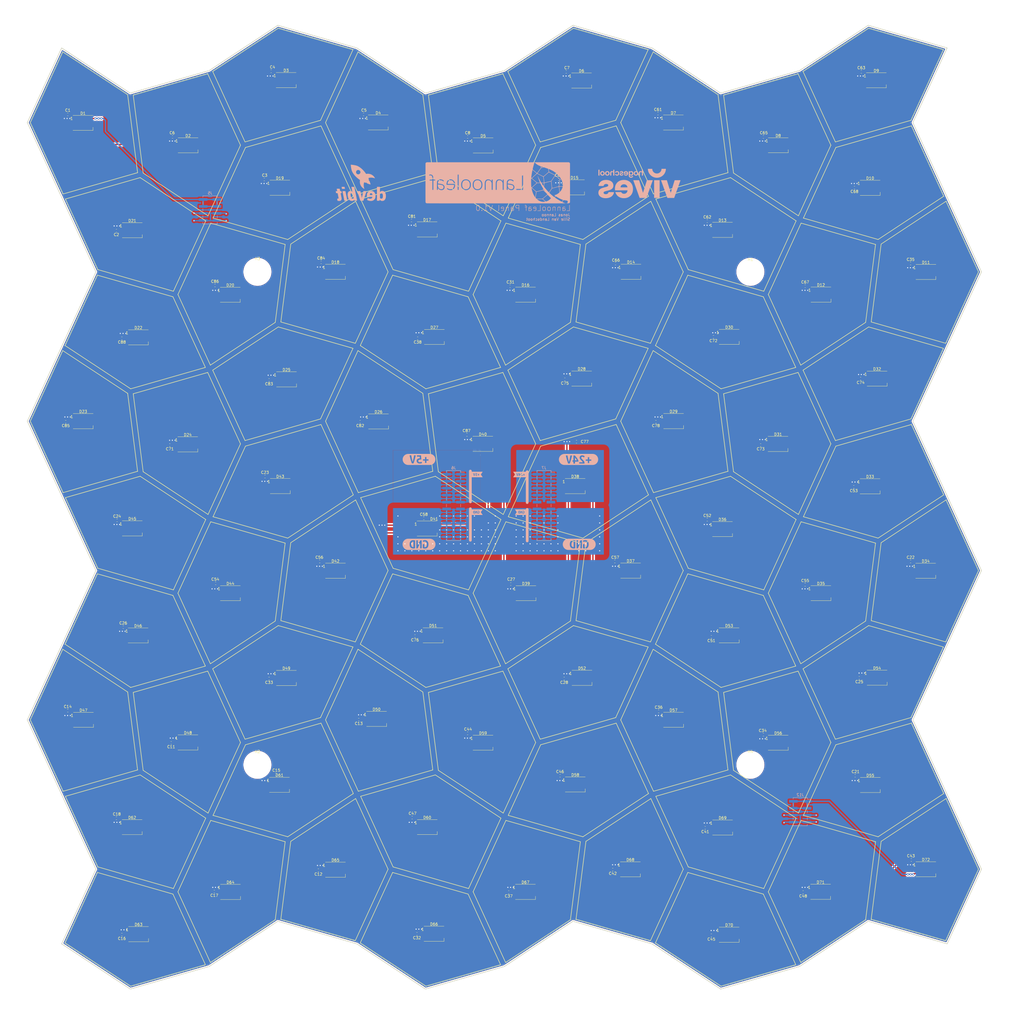
<source format=kicad_pcb>
(kicad_pcb (version 20211014) (generator pcbnew)
  (layers (0 "F.Cu" signal) (31 "B.Cu" signal) (34 "B.Paste" user) (35 "F.Paste" user) (36 "B.SilkS" user "B.Silkscreen") (37 "F.SilkS" user "F.Silkscreen") (38 "B.Mask" user) (39 "F.Mask" user) (44 "Edge.Cuts" user))
  (net 0 "")
  (net 1 "GND")
  (net 2 "/IN")
  (net 3 "Net-(D1-Pad2)")
  (net 4 "+5V")
  (net 5 "Net-(D2-Pad2)")
  (net 6 "Net-(D3-Pad2)")
  (net 7 "Net-(D4-Pad2)")
  (net 8 "Net-(D5-Pad2)")
  (net 9 "Net-(D6-Pad2)")
  (net 10 "Net-(D7-Pad2)")
  (net 11 "/Primitive Unit/OUT")
  (net 12 "Net-(D10-Pad4)")
  (net 13 "Net-(D10-Pad2)")
  (net 14 "Net-(D11-Pad2)")
  (net 15 "Net-(D12-Pad2)")
  (net 16 "Net-(D13-Pad2)")
  (net 17 "Net-(D14-Pad2)")
  (net 18 "Net-(D15-Pad2)")
  (net 19 "/Primitive Unit1/OUT")
  (net 20 "Net-(D17-Pad2)")
  (net 21 "Net-(D18-Pad2)")
  (net 22 "Net-(D19-Pad2)")
  (net 23 "Net-(D20-Pad2)")
  (net 24 "Net-(D21-Pad2)")
  (net 25 "Net-(D22-Pad2)")
  (net 26 "Net-(D23-Pad2)")
  (net 27 "/Primitive Unit2/OUT")
  (net 28 "Net-(D25-Pad2)")
  (net 29 "Net-(D26-Pad2)")
  (net 30 "Net-(D27-Pad2)")
  (net 31 "Net-(D28-Pad2)")
  (net 32 "Net-(D29-Pad2)")
  (net 33 "Net-(D30-Pad2)")
  (net 34 "Net-(D31-Pad2)")
  (net 35 "/Primitive Unit3/OUT")
  (net 36 "Net-(D33-Pad2)")
  (net 37 "Net-(D34-Pad2)")
  (net 38 "Net-(D35-Pad2)")
  (net 39 "Net-(D36-Pad2)")
  (net 40 "Net-(D37-Pad2)")
  (net 41 "Net-(D38-Pad2)")
  (net 42 "Net-(D39-Pad2)")
  (net 43 "/Primitive Unit4/OUT")
  (net 44 "Net-(D41-Pad2)")
  (net 45 "Net-(D42-Pad2)")
  (net 46 "Net-(D43-Pad2)")
  (net 47 "Net-(D44-Pad2)")
  (net 48 "Net-(D45-Pad2)")
  (net 49 "Net-(D46-Pad2)")
  (net 50 "Net-(D47-Pad2)")
  (net 51 "/Primitive Unit5/IN")
  (net 52 "Net-(D49-Pad2)")
  (net 53 "Net-(D50-Pad2)")
  (net 54 "Net-(D51-Pad2)")
  (net 55 "Net-(D52-Pad2)")
  (net 56 "Net-(D53-Pad2)")
  (net 57 "Net-(D54-Pad2)")
  (net 58 "Net-(D55-Pad2)")
  (net 59 "/Primitive Unit5/OUT")
  (net 60 "Net-(D57-Pad2)")
  (net 61 "Net-(D58-Pad2)")
  (net 62 "Net-(D59-Pad2)")
  (net 63 "Net-(D60-Pad2)")
  (net 64 "Net-(D61-Pad2)")
  (net 65 "Net-(D62-Pad2)")
  (net 66 "Net-(D63-Pad2)")
  (net 67 "/OUT")
  (net 68 "+24V")
  (net 69 "/Primitive Unit6/OUT")
  (net 70 "Net-(D65-Pad2)")
  (net 71 "Net-(D66-Pad2)")
  (net 72 "Net-(D67-Pad2)")
  (net 73 "Net-(D68-Pad2)")
  (net 74 "Net-(D69-Pad2)")
  (net 75 "Net-(D70-Pad2)")
  (net 76 "Net-(D71-Pad2)")
  (footprint "LED_SMD:LED_WS2812B_PLCC4_5.0x5.0mm_P3.2mm" (layer "F.Cu") (at 370.57 344.88)
    (fp_text reference "D72")
    (fp_text value "WS2812B")
  )
  (footprint "Capacitor_SMD:C_0603_1608Metric" (layer "F.Cu") (at 110.75 353 180)
    (fp_text reference "C17")
    (fp_text value "100nF")
  )
  (footprint "LED_SMD:LED_WS2812B_PLCC4_5.0x5.0mm_P3.2mm" (layer "F.Cu") (at 262.76 235.84)
    (fp_text reference "D37")
    (fp_text value "WS2812B")
  )
  (footprint "LED_SMD:LED_WS2812B_PLCC4_5.0x5.0mm_P3.2mm" (layer "F.Cu") (at 350.22 96.07)
    (fp_text reference "D10")
    (fp_text value "WS2812B")
  )
  (footprint "Capacitor_SMD:C_0603_1608Metric" (layer "F.Cu") (at 56.5 181.5 180)
    (fp_text reference "C85")
    (fp_text value "100nF")
  )
  (footprint "LED_SMD:LED_WS2812B_PLCC4_5.0x5.0mm_P3.2mm" (layer "F.Cu") (at 137.07 275.03)
    (fp_text reference "D49")
    (fp_text value "WS2812B")
  )
  (footprint "LED_SMD:LED_WS2812B_PLCC4_5.0x5.0mm_P3.2mm" (layer "F.Cu") (at 80.8 111.57)
    (fp_text reference "D21")
    (fp_text value "WS2812B")
  )
  (footprint "LED_SMD:LED_WS2812B_PLCC4_5.0x5.0mm_P3.2mm" (layer "F.Cu") (at 83.08 368.57)
    (fp_text reference "D63")
    (fp_text value "WS2812B")
  )
  (footprint "Capacitor_SMD:C_0603_1608Metric" (layer "F.Cu") (at 203.25 77.5 180)
    (fp_text reference "C8")
    (fp_text value "100nF")
  )
  (footprint "Capacitor_SMD:C_0603_1608Metric" (layer "F.Cu") (at 75 111.75 180)
    (fp_text reference "C2")
    (fp_text value "100nF")
  )
  (footprint "LED_SMD:LED_WS2812B_PLCC4_5.0x5.0mm_P3.2mm" (layer "F.Cu") (at 242.27 95.89)
    (fp_text reference "D15")
    (fp_text value "WS2812B")
  )
  (footprint "Capacitor_SMD:C_0603_1608Metric" (layer "F.Cu") (at 326.5 132 180)
    (fp_text reference "C67")
    (fp_text value "100nF")
  )
  (footprint "Capacitor_SMD:C_0603_1608Metric" (layer "F.Cu") (at 57.25 287 180)
    (fp_text reference "C14")
    (fp_text value "100nF")
  )
  (footprint "LED_SMD:LED_WS2812B_PLCC4_5.0x5.0mm_P3.2mm" (layer "F.Cu") (at 116.61 244.08)
    (fp_text reference "D44")
    (fp_text value "WS2812B")
  )
  (footprint "LED_SMD:LED_WS2812B_PLCC4_5.0x5.0mm_P3.2mm" (layer "F.Cu") (at 298.74 368.78)
    (fp_text reference "D70")
    (fp_text value "WS2812B")
  )
  (footprint "Capacitor_SMD:C_0603_1608Metric" (layer "F.Cu") (at 311.25 295.75 180)
    (fp_text reference "C34")
    (fp_text value "100nF")
  )
  (footprint "LED_SMD:LED_WS2812B_PLCC4_5.0x5.0mm_P3.2mm" (layer "F.Cu") (at 350.19 205.05)
    (fp_text reference "D33")
    (fp_text value "WS2812B")
  )
  (footprint "LED_SMD:LED_WS2812B_PLCC4_5.0x5.0mm_P3.2mm" (layer "F.Cu") (at 352.75 274.95)
    (fp_text reference "D54")
    (fp_text value "WS2812B")
  )
  (footprint "Capacitor_SMD:C_0603_1608Metric" (layer "F.Cu") (at 164 181.5 180)
    (fp_text reference "C82")
    (fp_text value "100nF")
  )
  (footprint "Capacitor_SMD:C_0603_1608Metric" (layer "F.Cu") (at 148.75 345.25 180)
    (fp_text reference "C12")
    (fp_text value "100nF")
  )
  (footprint "Capacitor_SMD:C_0603_1608Metric" (layer "F.Cu") (at 256.25 345 180)
    (fp_text reference "C42")
    (fp_text value "100nF")
  )
  (footprint "LED_SMD:LED_WS2812B_PLCC4_5.0x5.0mm_P3.2mm" (layer "F.Cu") (at 62.86 181.27)
    (fp_text reference "D23")
    (fp_text value "WS2812B")
  )
  (footprint "Capacitor_SMD:C_0603_1608Metric" (layer "F.Cu") (at 57.25 69.25 180)
    (fp_text reference "C1")
    (fp_text value "100nF")
  )
  (footprint "LED_SMD:LED_WS2812B_PLCC4_5.0x5.0mm_P3.2mm" (layer "F.Cu") (at 188.45 220.47)
    (fp_text reference "D41")
    (fp_text value "WS2812B")
  )
  (footprint "Capacitor_SMD:C_0603_1608Metric" (layer "F.Cu") (at 77.5 256.5 180)
    (fp_text reference "C26")
    (fp_text value "100nF")
  )
  (footprint "LED_SMD:LED_WS2812B_PLCC4_5.0x5.0mm_P3.2mm" (layer "F.Cu") (at 62.96 290.33)
    (fp_text reference "D47")
    (fp_text value "WS2812B")
  )
  (footprint "LED_SMD:LED_WS2812B_PLCC4_5.0x5.0mm_P3.2mm" (layer "F.Cu") (at 208.81 189.57)
    (fp_text reference "D40")
    (fp_text value "WS2812B")
  )
  (footprint "LED_SMD:LED_WS2812B_PLCC4_5.0x5.0mm_P3.2mm" (layer "F.Cu") (at 278.37 72.25)
    (fp_text reference "D7")
    (fp_text value "WS2812B")
  )
  (footprint "LED_SMD:LED_WS2812B_PLCC4_5.0x5.0mm_P3.2mm" (layer "F.Cu") (at 352.48 56.81)
    (fp_text reference "D9")
    (fp_text value "WS2812B")
  )
  (footprint "LED_SMD:LED_WS2812B_PLCC4_5.0x5.0mm_P3.2mm" (layer "F.Cu") (at 190.61 259.46)
    (fp_text reference "D51")
    (fp_text value "WS2812B")
  )
  (footprint "Capacitor_SMD:C_0603_1608Metric" (layer "F.Cu") (at 182.75 108 180)
    (fp_text reference "C81")
    (fp_text value "100nF")
  )
  (footprint "Capacitor_SMD:C_0603_1608Metric" (layer "F.Cu") (at 365.25 341.5 180)
    (fp_text reference "C43")
    (fp_text value "100nF")
  )
  (footprint "LED_SMD:LED_WS2812B_PLCC4_5.0x5.0mm_P3.2mm" (layer "F.Cu") (at 170.7 181.39)
    (fp_text reference "D26")
    (fp_text value "WS2812B")
  )
  (footprint "LED_SMD:LED_WS2812B_PLCC4_5.0x5.0mm_P3.2mm" (layer "F.Cu") (at 370.5 235.89)
    (fp_text reference "D34")
    (fp_text value "WS2812B")
  )
  (footprint "LED_SMD:LED_WS2812B_PLCC4_5.0x5.0mm_P3.2mm" (layer "F.Cu") (at 208.91 80.61)
    (fp_text reference "D5")
    (fp_text value "WS2812B")
  )
  (footprint "LED_SMD:LED_WS2812B_PLCC4_5.0x5.0mm_P3.2mm" (layer "F.Cu") (at 296.31 111.43)
    (fp_text reference "D13")
    (fp_text value "WS2812B")
  )
  (footprint "LED_SMD:LED_WS2812B_PLCC4_5.0x5.0mm_P3.2mm" (layer "F.Cu") (at 370.59 126.81)
    (fp_text reference "D11")
    (fp_text value "WS2812B")
  )
  (footprint "LED_SMD:LED_WS2812B_PLCC4_5.0x5.0mm_P3.2mm" (layer "F.Cu") (at 278.42 290.3)
    (fp_text reference "D57")
    (fp_text value "WS2812B")
  )
  (footprint "LED_SMD:LED_WS2812B_PLCC4_5.0x5.0mm_P3.2mm" (layer "F.Cu") (at 80.8 220.42)
    (fp_text reference "D45")
    (fp_text value "WS2812B")
  )
  (footprint "LED_SMD:LED_WS2812B_PLCC4_5.0x5.0mm_P3.2mm" (layer "F.Cu") (at 134.7 96.04)
    (fp_text reference "D19")
    (fp_text value "WS2812B")
  )
  (footprint "Capacitor_SMD:C_0603_1608Metric" (layer "F.Cu") (at 346.25 275 180)
    (fp_text reference "C25")
    (fp_text value "100nF")
  )
  (footprint "Capacitor_SMD:C_0603_1608Metric" (layer "F.Cu") (at 290.75 217.25 180)
    (fp_text reference "C52")
    (fp_text value "100nF")
  )
  (footprint "Capacitor_SMD:C_0603_1608Metric" (layer "F.Cu") (at 292.25 369 180)
    (fp_text reference "C45")
    (fp_text value "100nF")
  )
  (footprint "LED_SMD:LED_WS2812B_PLCC4_5.0x5.0mm_P3.2mm" (layer "F.Cu") (at 80.74 329.51)
    (fp_text reference "D62")
    (fp_text value "WS2812B")
  )
  (footprint "Capacitor_SMD:C_0603_1608Metric" (layer "F.Cu") (at 347 53.75 180)
    (fp_text reference "C63")
    (fp_text value "100nF")
  )
  (footprint "LED_SMD:LED_WS2812B_PLCC4_5.0x5.0mm_P3.2mm" (layer "F.Cu") (at 244.85 56.89)
    (fp_text reference "D6")
    (fp_text value "WS2812B")
  )
  (footprint "LED_SMD:LED_WS2812B_PLCC4_5.0x5.0mm_P3.2mm" (layer "F.Cu") (at 188.5 329.49)
    (fp_text reference "D60")
    (fp_text value "WS2812B")
  )
  (footprint "LED_SMD:LED_WS2812B_PLCC4_5.0x5.0mm_P3.2mm" (layer "F.Cu") (at 154.98 345.04)
    (fp_text reference "D65")
    (fp_text value "WS2812B")
  )
  (footprint "MountingHole:MountingHole_4.3mm_M4_ISO14580" (layer "F.Cu") (at 306.5 126.75)
    (fp_text reference "H1")
    (fp_text value "MountingHole")
  )
  (footprint "LED_SMD:LED_WS2812B_PLCC4_5.0x5.0mm_P3.2mm" (layer "F.Cu") (at 83.03 150.66)
    (fp_text reference "D22")
    (fp_text value "WS2812B")
  )
  (footprint "LED_SMD:LED_WS2812B_PLCC4_5.0x5.0mm_P3.2mm" (layer "F.Cu") (at 332.24 244.07)
    (fp_text reference "D35")
    (fp_text value "WS2812B")
  )
  (footprint "LED_SMD:LED_WS2812B_PLCC4_5.0x5.0mm_P3.2mm" (layer "F.Cu") (at 224.39 135.08)
    (fp_text reference "D16")
    (fp_text value "WS2812B")
  )
  (footprint "Capacitor_SMD:C_0603_1608Metric" (layer "F.Cu") (at 185 151 180)
    (fp_text reference "C38")
    (fp_text value "100nF")
  )
  (footprint "Capacitor_SMD:C_0603_1608Metric" (layer "F.Cu") (at 149.25 232.5 180)
    (fp_text reference "C56")
    (fp_text value "100nF")
  )
  (footprint "Capacitor_SMD:C_0603_1608Metric" (layer "F.Cu") (at 129 93 180)
    (fp_text reference "C3")
    (fp_text value "100nF")
  )
  (footprint "Capacitor_SMD:C_0603_1608Metric" (layer "F.Cu") (at 218.75 132 180)
    (fp_text reference "C31")
    (fp_text value "100nF")
  )
  (footprint "LED_SMD:LED_WS2812B_PLCC4_5.0x5.0mm_P3.2mm" (layer "F.Cu") (at 262.9 126.73)
    (fp_text reference "D14")
    (fp_text value "WS2812B")
  )
  (footprint "Capacitor_SMD:C_0603_1608Metric" (layer "F.Cu") (at 94.5 190 180)
    (fp_text reference "C71")
    (fp_text value "100nF")
  )
  (footprint "LED_SMD:LED_WS2812B_PLCC4_5.0x5.0mm_P3.2mm" (layer "F.Cu") (at 298.75 150.5)
    (fp_text reference "D30")
    (fp_text value "WS2812B")
  )
  (footprint "LED_SMD:LED_WS2812B_PLCC4_5.0x5.0mm_P3.2mm" (layer "F.Cu") (at 350.29 314.13)
    (fp_text reference "D55")
    (fp_text value "WS2812B")
  )
  (footprint "LED_SMD:LED_WS2812B_PLCC4_5.0x5.0mm_P3.2mm" (layer "F.Cu") (at 188.47 111.27)
    (fp_text reference "D17")
    (fp_text value "WS2812B")
  )
  (footprint "Capacitor_SMD:C_0603_1608Metric" (layer "F.Cu") (at 272 181.5 180)
    (fp_text reference "C78")
    (fp_text value "100nF")
  )
  (footprint "Capacitor_SMD:C_0603_1608Metric" (layer "F.Cu") (at 344.75 310.75 180)
    (fp_text reference "C21")
    (fp_text value "100nF")
  )
  (footprint "Capacitor_SMD:C_0603_1608Metric" (layer "F.Cu") (at 346.75 165.75 180)
    (fp_text reference "C74")
    (fp_text value "100nF")
  )
  (footprint "Capacitor_SMD:C_0603_1608Metric" (layer "F.Cu") (at 75.25 217.5 180)
    (fp_text reference "C24")
    (fp_text value "100nF")
  )
  (footprint "Capacitor_SMD:C_0603_1608Metric" (layer "F.Cu") (at 238.5 275.25 180)
    (fp_text reference "C28")
    (fp_text value "100nF")
  )
  (footprint "LED_SMD:LED_WS2812B_PLCC4_5.0x5.0mm_P3.2mm" (layer "F.Cu") (at 262.67 344.92)
    (fp_text reference "D68")
    (fp_text value "WS2812B")
  )
  (footprint "Capacitor_SMD:C_0603_1608Metric" (layer "F.Cu") (at 365 232.5 180)
    (fp_text reference "C22")
    (fp_text value "100nF")
  )
  (footprint "Capacitor_SMD:C_0603_1608Metric" (layer "F.Cu") (at 344.5 96 180)
    (fp_text reference "C68")
    (fp_text value "100nF")
  )
  (footprint "LED_SMD:LED_WS2812B_PLCC4_5.0x5.0mm_P3.2mm" (layer "F.Cu") (at 101.05 189.75)
    (fp_text reference "D24")
    (fp_text value "WS2812B")
  )
  (footprint "Capacitor_SMD:C_0603_1608Metric" (layer "F.Cu") (at 236.5 93 180)
    (fp_text reference "C64")
    (fp_text value "100nF")
  )
  (footprint "Capacitor_SMD:C_0603_1608Metric" (layer "F.Cu") (at 203 186.25 180)
    (fp_text reference "C87")
    (fp_text value "100nF")
  )
  (footprint "Capacitor_SMD:C_0603_1608Metric" (layer "F.Cu") (at 243 188.75)
    (fp_text reference "C77")
    (fp_text value "100nF")
  )
  (footprint "LED_SMD:LED_WS2812B_PLCC4_5.0x5.0mm_P3.2mm" (layer "F.Cu") (at 62.79 72.37)
    (fp_text reference "D1")
    (fp_text value "WS2812B")
  )
  (footprint "Capacitor_SMD:C_0603_1608Metric" (layer "F.Cu") (at 310.25 190 180)
    (fp_text reference "C73")
    (fp_text value "100nF")
  )
  (footprint "Capacitor_SMD:C_0603_1608Metric" (layer "F.Cu") (at 95.5 77.5 180)
    (fp_text reference "C6")
    (fp_text value "100nF")
  )
  (footprint "Capacitor_SMD:C_0603_1608Metric" (layer "F.Cu") (at 238.75 166 180)
    (fp_text reference "C75")
    (fp_text value "100nF")
  )
  (footprint "LED_SMD:LED_WS2812B_PLCC4_5.0x5.0mm_P3.2mm" (layer "F.Cu") (at 137.11 166.01)
    (fp_text reference "D25")
    (fp_text value "WS2812B")
  )
  (footprint "Capacitor_SMD:C_0603_1608Metric" (layer "F.Cu") (at 111.25 240.5 180)
    (fp_text reference "C54")
    (fp_text value "100nF")
  )
  (footprint "Capacitor_SMD:C_0603_1608Metric" (layer "F.Cu") (at 111 131.75 180)
    (fp_text reference "C86")
    (fp_text value "100nF")
  )
  (footprint "Capacitor_SMD:C_0603_1608Metric" (layer "F.Cu") (at 75 326.25 180)
    (fp_text reference "C18")
    (fp_text value "100nF")
  )
  (footprint "LED_SMD:LED_WS2812B_PLCC4_5.0x5.0mm_P3.2mm" (layer "F.Cu") (at 244.89 165.72)
    (fp_text reference "D28")
    (fp_text value "WS2812B")
  )
  (footprint "LED_SMD:LED_WS2812B_PLCC4_5.0x5.0mm_P3.2mm" (layer "F.Cu") (at 316.65 80.54)
    (fp_text reference "D8")
    (fp_text value "WS2812B")
  )
  (footprint "Capacitor_SMD:C_0603_1608Metric" (layer "F.Cu") (at 218.25 353.25 180)
    (fp_text reference "C37")
    (fp_text value "100nF")
  )
  (footprint "LED_SMD:LED_WS2812B_PLCC4_5.0x5.0mm_P3.2mm" (layer "F.Cu") (at 352.75 165.75)
    (fp_text reference "D32")
    (fp_text value "WS2812B")
  )
  (footprint "MountingHole:MountingHole_4.3mm_M4_ISO7380" (layer "F.Cu") (at 126.5 126.75)
    (fp_text reference "H3")
    (fp_text value "MountingHole")
  )
  (footprint "Capacitor_SMD:C_0603_1608Metric" (layer "F.Cu") (at 290 329.75 180)
    (fp_text reference "C41")
    (fp_text value "100nF")
  )
  (footprint "Capacitor_SMD:C_0603_1608Metric" (layer "F.Cu") (at 239.25 53.75 180)
    (fp_text reference "C7")
    (fp_text value "100nF")
  )
  (footprint "Capacitor_SMD:C_0603_1608Metric" (layer "F.Cu") (at 130.75 275.25 180)
    (fp_text reference "C33")
    (fp_text value "100nF")
  )
  (footprint "Capacitor_SMD:C_0603_1608Metric" (layer "F.Cu") (at 77 368.75 180)
    (fp_text reference "C16")
    (fp_text value "100nF")
  )
  (footprint "Capacitor_SMD:C_0603_1608Metric" (layer "F.Cu") (at 257.25 123.75 180)
    (fp_text reference "C66")
    (fp_text value "100nF")
  )
  (footprint "LED_SMD:LED_WS2812B_PLCC4_5.0x5.0mm_P3.2mm" (layer "F.Cu") (at 170 290)
    (fp_text reference "D50")
    (fp_text value "WS2812B")
  )
  (footprint "Capacitor_SMD:C_0603_1608Metric" (layer "F.Cu") (at 290.75 108.25 180)
    (fp_text reference "C62")
    (fp_text value "100nF")
  )
  (footprint "LED_SMD:LED_WS2812B_PLCC4_5.0x5.0mm_P3.2mm" (layer "F.Cu") (at 332.26 135.06)
    (fp_text reference "D12")
    (fp_text value "WS2812B")
  )
  (footprint "Capacitor_SMD:C_0603_1608Metric" (layer "F.Cu") (at 237 310.75 180)
    (fp_text reference "C46")
    (fp_text value "100nF")
  )
  (footprint "LED_SMD:LED_WS2812B_PLCC4_5.0x5.0mm_P3.2mm" (layer "F.Cu") (at 245 275)
    (fp_text reference "D52")
    (fp_text value "WS2812B")
  )
  (footprint "LED_SMD:LED_WS2812B_PLCC4_5.0x5.0mm_P3.2mm" (layer "F.Cu") (at 332.14 353.13)
    (fp_text reference "D71")
    (fp_text value "WS2812B")
  )
  (footprint "Capacitor_SMD:C_0603_1608Metric" (layer "F.Cu") (at 311.25 77.5 180)
    (fp_text reference "C65")
    (fp_text value "100nF")
  )
  (footprint "LED_SMD:LED_WS2812B_PLCC4_5.0x5.0mm_P3.2mm" (layer "F.Cu") (at 82.92 259.52)
    (fp_text reference "D46")
    (fp_text value "WS2812B")
  )
  (footprint "LED_SMD:LED_WS2812B_PLCC4_5.0x5.0mm_P3.2mm" (layer "F.Cu") (at 116.58 135.13)
    (fp_text reference "D20")
    (fp_text value "WS2812B")
  )
  (footprint "Capacitor_SMD:C_0603_1608Metric" (layer "F.Cu") (at 133.25 310.25)
    (fp_text reference "C15")
    (fp_text value "100nF")
  )
  (footprint "LED_SMD:LED_WS2812B_PLCC4_5.0x5.0mm_P3.2mm" (layer "F.Cu") (at 134.82 204.99)
    (fp_text reference "D43")
    (fp_text value "WS2812B")
  )
  (footprint "Capacitor_SMD:C_0603_1608Metric" (layer "F.Cu") (at 129.25 201.5 180)
    (fp_text reference "C23")
    (fp_text value "100nF")
  )
  (footprint "LED_SMD:LED_WS2812B_PLCC4_5.0x5.0mm_P3.2mm" (layer "F.Cu") (at 170.61 72.22)
    (fp_text reference "D4")
    (fp_text value "WS2812B")
  )
  (footprint "MountingHole:MountingHole_4.3mm_M4_ISO7380" (layer "F.Cu") (at 306.5 306.75)
    (fp_text reference "H4")
    (fp_text value "MountingHole")
  )
  (footprint "Capacitor_SMD:C_0603_1608Metric" (layer "F.Cu") (at 292.25 260 180)
    (fp_text reference "C51")
    (fp_text value "100nF")
  )
  (footprint "Capacitor_SMD:C_0603_1608Metric" (layer "F.Cu") (at 365 123.75 180)
    (fp_text reference "C35")
    (fp_text value "100nF")
  )
  (footprint "Capacitor_SMD:C_0603_1608Metric" (layer "F.Cu") (at 293 150.5 180)
    (fp_text reference "C72")
    (fp_text value "100nF")
  )
  (footprint "LED_SMD:LED_WS2812B_PLCC4_5.0x5.0mm_P3.2mm" (layer "F.Cu") (at 296.3 220.68)
    (fp_text reference "D36")
    (fp_text value "WS2812B")
  )
  (footprint "Capacitor_SMD:C_0603_1608Metric" (layer "F.Cu") (at 203.25 295.25 180)
    (fp_text reference "C44")
    (fp_text value "100nF")
  )
  (footprint "Capacitor_SMD:C_0603_1608Metric" (layer "F.Cu") (at 95 298.75 180)
    (fp_text reference "C11")
    (fp_text value "100nF")
  )
  (footprint "Capacitor_SMD:C_0603_1608Metric" (layer "F.Cu") (at 183 326 180)
    (fp_text reference "C47")
    (fp_text value "100nF")
  )
  (footprint "Capacitor_SMD:C_0603_1608Metric" (layer "F.Cu") (at 149.75 123.25 180)
    (fp_text reference "C84")
    (fp_text value "100nF")
  )
  (footprint "LED_SMD:LED_WS2812B_PLCC4_5.0x5.0mm_P3.2mm" (layer "F.Cu") (at 154.99 235.87)
    (fp_text reference "D42")
    (fp_text value "WS2812B")
  )
  (footprint "LED_SMD:LED_WS2812B_PLCC4_5.0x5.0mm_P3.2mm" (layer "F.Cu") (at 208.87 298.68)
    (fp_text reference "D59")
    (fp_text value "WS2812B")
  )
  (footprint "LED_SMD:LED_WS2812B_PLCC4_5.0x5.0mm_P3.2mm" (layer "F.Cu") (at 316.58 189.6)
    (fp_text reference "D31")
    (fp_text value "WS2812B")
  )
  (footprint "Capacitor_SMD:C_0603_1608Metric" (layer "F.Cu") (at 325.75 353.25 180)
    (fp_text reference "C48")
    (fp_text value "100nF")
  )
  (footprint "Capacitor_SMD:C_0603_1608Metric" (layer "F.Cu") (at 131.5 53.5 180)
    (fp_text reference "C4")
    (fp_text value "100nF")
  )
  (footprint "LED_SMD:LED_WS2812B_PLCC4_5.0x5.0mm_P3.2mm" (layer "F.Cu") (at 316.64 298.69)
    (fp_text reference "D56")
    (fp_text value "WS2812B")
  )
  (footprint "LED_SMD:LED_WS2812B_PLCC4_5.0x5.0mm_P3.2mm" (layer "F.Cu") (at 224.35 353.15)
    (fp_text reference "D67")
    (fp_text value "WS2812B")
  )
  (footprint "Capacitor_SMD:C_0603_1608Metric" (layer "F.Cu") (at 184.025 259.75 180)
    (fp_text reference "C76")
    (fp_text value "100nF")
  )
  (footprint "Capacitor_SMD:C_0603_1608Metric" (layer "F.Cu") (at 77 151 180)
    (fp_text reference "C88")
    (fp_text value "100nF")
  )
  (footprint "Capacitor_SMD:C_0603_1608Metric" (layer "F.Cu") (at 165.25 69.25 180)
    (fp_text reference "C5")
    (fp_text value "100nF")
  )
  (footprint "MountingHole:MountingHole_4.3mm_M4_ISO7380" (layer "F.Cu") (at 126.5 306.75)
    (fp_text reference "H2")
    (fp_text value "MountingHole")
  )
  (footprint "LED_SMD:LED_WS2812B_PLCC4_5.0x5.0mm_P3.2mm" (layer "F.Cu") (at 242.55 313.93)
    (fp_text reference "D58")
    (fp_text value "WS2812B")
  )
  (footprint "LED_SMD:LED_WS2812B_PLCC4_5.0x5.0mm_P3.2mm" (layer "F.Cu") (at 296.34 329.64)
    (fp_text reference "D69")
    (fp_text value "WS2812B")
  )
  (footprint "Capacitor_SMD:C_0603_1608Metric" (layer "F.Cu") (at 184.75 368.5 180)
    (fp_text reference "C32")
    (fp_text value "100nF")
  )
  (footprint "LED_SMD:LED_WS2812B_PLCC4_5.0x5.0mm_P3.2mm" (layer "F.Cu") (at 242.5 205)
    (fp_text reference "D38")
    (fp_text value "WS2812B")
  )
  (footprint "LED_SMD:LED_WS2812B_PLCC4_5.0x5.0mm_P3.2mm" (layer "F.Cu") (at 101.17 80.56)
    (fp_text reference "D2")
    (fp_text value "WS2812B")
  )
  (footprint "Capacitor_SMD:C_0603_1608Metric" (layer "F.Cu") (at 187.25 216.75)
    (fp_text reference "C58")
    (fp_text value "100nF")
  )
  (footprint "Capacitor_SMD:C_0603_1608Metric" (layer "F.Cu") (at 344.25 205.25 180)
    (fp_text reference "C53")
    (fp_text value "100nF")
  )
  (footprint "Capacitor_SMD:C_0603_1608Metric" (layer "F.Cu") (at 219 240.75 180)
    (fp_text reference "C27")
    (fp_text value "100nF")
  )
  (footprint "LED_SMD:LED_WS2812B_PLCC4_5.0x5.0mm_P3.2mm" (layer "F.Cu") (at 136.97 56.73)
    (fp_text reference "D3")
    (fp_text value "WS2812B")
  )
  (footprint "Capacitor_SMD:C_0603_1608Metric" (layer "F.Cu") (at 272.75 69 180)
    (fp_text reference "C61")
    (fp_text value "100nF")
  )
  (footprint "LED_SMD:LED_WS2812B_PLCC4_5.0x5.0mm_P3.2mm" (layer "F.Cu") (at 116.65 353.16)
    (fp_text reference "D64")
    (fp_text value "WS2812B")
  )
  (footprint "LED_SMD:LED_WS2812B_PLCC4_5.0x5.0mm_P3.2mm" (layer "F.Cu") (at 134.55 314.05)
    (fp_text reference "D61")
    (fp_text value "WS2812B")
  )
  (footprint "Capacitor_SMD:C_0603_1608Metric" (layer "F.Cu") (at 257 232.5 180)
    (fp_text reference "C57")
    (fp_text value "100nF")
  )
  (footprint "LED_SMD:LED_WS2812B_PLCC4_5.0x5.0mm_P3.2mm" (layer "F.Cu") (at 224.53 244.09)
    (fp_text reference "D39")
    (fp_text value "WS2812B")
  )
  (footprint "LED_SMD:LED_WS2812B_PLCC4_5.0x5.0mm_P3.2mm" (layer "F.Cu") (at 101.12 298.58)
    (fp_text reference "D48")
    (fp_text value "WS2812B")
  )
  (footprint "Capacitor_SMD:C_0603_1608Metric" (layer "F.Cu") (at 326.5 241 180)
    (fp_text reference "C55")
    (fp_text value "100nF")
  )
  (footprint "LED_SMD:LED_WS2812B_PLCC4_5.0x5.0mm_P3.2mm" (layer "F.Cu") (at 190.97 368.43)
    (fp_text reference "D66")
    (fp_text value "WS2812B")
  )
  (footprint "LED_SMD:LED_WS2812B_PLCC4_5.0x5.0mm_P3.2mm" (layer "F.Cu") (at 298.72 259.48)
    (fp_text reference "D53")
    (fp_text value "WS2812B")
  )
  (footprint "Capacitor_SMD:C_0603_1608Metric" (layer "F.Cu") (at 273 287.25 180)
    (fp_text reference "C36")
    (fp_text value "100nF")
  )
  (footprint "Capacitor_SMD:C_0603_1608Metric" (layer "F.Cu") (at 163.5 290.25 180)
    (fp_text reference "C13")
    (fp_text value "100nF")
  )
  (footprint "Capacitor_SMD:C_0603_1608Metric" (layer "F.Cu") (at 130.75 166.25 180)
    (fp_text reference "C83")
    (fp_text value "100nF")
  )
  (footprint "LED_SMD:LED_WS2812B_PLCC4_5.0x5.0mm_P3.2mm" (layer "F.Cu") (at 191.1 150.54)
    (fp_text reference "D27")
    (fp_text value "WS2812B")
  )
  (footprint "LED_SMD:LED_WS2812B_PLCC4_5.0x5.0mm_P3.2mm" (layer "F.Cu") (at 278.45 181.25)
    (fp_text reference "D29")
    (fp_text value "WS2812B")
  )
  (footprint "LED_SMD:LED_WS2812B_PLCC4_5.0x5.0mm_P3.2mm" (layer "F.Cu") (at 154.96 126.74)
    (fp_text reference "D18")
    (fp_text value "WS2812B")
  )
  (footprint "kibuzzard-62A8326A" (layer "B.Cu") (at 243.75 195.25 180)
    (fp_text reference "kibuzzard-62A8326A" hide)
    (fp_text value "G***" hide)
  )
  (footprint "LannooLeaf:Logo" (layer "B.Cu") (at 214.25 94.25 180)
    (fp_text reference "H5" hide)
    (fp_text value "Logo LannooLeaf")
  )
  (footprint "LannooLeaf:Powerpad" (layer "B.Cu") (at 185.42 203.2 180)
    (fp_text reference "J3" hide)
    (fp_text value "Conn_01x01")
  )
  (footprint "kibuzzard-62A8324B" (layer "B.Cu") (at 185.5 226.25 180)
    (fp_text reference "kibuzzard-62A8324B" hide)
    (fp_text value "G***" hide)
  )
  (footprint "LannooLeaf:Powerpad" (layer "B.Cu") (at 243.84 218.44 180)
    (fp_text reference "J2" hide)
    (fp_text value "Conn_01x01")
  )
  (footprint "Connector_PinHeader_2.54mm:PinHeader_2x04_P2.54mm_Vertical_SMD" (layer "B.Cu") (at 324.695 323.87 180)
    (fp_text reference "J12")
    (fp_text value "Conn_02x04_Counter_Clockwise")
  )
  (footprint "Connector_PinHeader_2.54mm:PinHeader_2x10_P2.54mm_Vertical_SMD" (layer "B.Cu") (at 231.14 212.09 180)
    (fp_text reference "J7")
    (fp_text value "Conn_02x10_Counter_Clockwise")
  )
  (footprint "LannooLeaf:Powerpad" (layer "B.Cu") (at 243.84 203.39 180)
    (fp_text reference "J1" hide)
    (fp_text value "Conn_01x01")
  )
  (footprint "kibuzzard-62A843C0" (layer "B.Cu") (at 222.5 214.5 180)
    (fp_text reference "kibuzzard-62A843C0" hide)
    (fp_text value "G***" hide)
  )
  (footprint "kibuzzard-62A84432" (layer "B.Cu") (at 222.25 200.75 180)
    (fp_text reference "kibuzzard-62A84432" hide)
    (fp_text value "G***" hide)
  )
  (footprint "kibuzzard-62A8323F" (layer "B.Cu") (at 244 226.25 180)
    (fp_text reference "kibuzzard-62A8323F" hide)
    (fp_text value "G***" hide)
  )
  (footprint "LannooLeaf:Powerpad" (layer "B.Cu") (at 185.42 218.44 180)
    (fp_text reference "J4" hide)
    (fp_text value "Conn_01x01")
  )
  (footprint "Connector_PinHeader_2.54mm:PinHeader_2x04_P2.54mm_Vertical_SMD" (layer "B.Cu") (at 109.205 104.14 180)
    (fp_text reference "J5")
    (fp_text value "Conn_02x04_Counter_Clockwise")
  )
  (footprint "kibuzzard-62A843EA" (layer "B.Cu") (at 206.75 214.5 180)
    (fp_text reference "kibuzzard-62A843EA" hide)
    (fp_text value "G***" hide)
  )
  (footprint "LannooLeaf:logo_devbit_15mm" (layer "B.Cu") (at 164.340863 95.120133 180)
    (fp_text reference "H7" hide)
    (fp_text value "Logo DevBit")
  )
  (footprint "kibuzzard-62A8440B" (layer "B.Cu") (at 206.75 200.75 180)
    (fp_text reference "kibuzzard-62A8440B" hide)
    (fp_text value "G***" hide)
  )
  (footprint "kibuzzard-62A8325B" (layer "B.Cu") (at 185.5 195.25 180)
    (fp_text reference "kibuzzard-62A8325B" hide)
    (fp_text value "G***" hide)
  )
  (footprint "LannooLeaf:logo-vives" (layer "B.Cu") (at 266 94.5 180)
    (fp_text reference "H6" hide)
    (fp_text value "Logo VIVES" hide)
  )
  (footprint "Connector_PinHeader_2.54mm:PinHeader_2x10_P2.54mm_Vertical_SMD" (layer "B.Cu") (at 198.12 212.09 180)
    (fp_text reference "J6")
    (fp_text value "Conn_02x10_Counter_Clockwise")
  )
  (gr_line (start 225 199.75) (end 225 211) (layer "B.SilkS") (width 1))
  (gr_line (start 204.25 213.25) (end 204.25 224.75) (layer "B.SilkS") (width 1))
  (gr_line (start 225 213.5) (end 225 225) (layer "B.SilkS") (width 1))
  (gr_line (start 204.25 199.5) (end 204.25 210.75) (layer "B.SilkS") (width 1))
  (gr_line locked (start 325.010714 327.055447) (end 313.03616 353.118234) (layer "F.SilkS") (width 0.2))
  (gr_line locked (start 109.314509 269.86108) (end 133.008167 254.247233) (layer "F.SilkS") (width 0.2))
  (gr_line locked (start 84.775806 90.684821) (end 108.469463 106.298672) (layer "F.SilkS") (width 0.2))
  (gr_line locked (start 311.218808 353.953238) (end 283.643679 346.062039) (layer "F.SilkS") (width 0.2))
  (gr_line locked (start 161.516876 317.241414) (end 149.708922 291.541227) (layer "F.SilkS") (width 0.2))
  (gr_line locked (start 325.855463 107.133693) (end 353.136108 114.940619) (layer "F.SilkS") (width 0.2))
  (gr_line locked (start 187.834223 388.632438) (end 162.7843 372.124823) (layer "F.SilkS") (width 0.2))
  (gr_line locked (start 109.442074 218.013826) (end 97.467519 244.076613) (layer "F.SilkS") (width 0.2))
  (gr_line locked (start 151.359678 290.343624) (end 163.334228 316.406412) (layer "F.SilkS") (width 0.2))
  (gr_line locked (start 110.286798 325.216887) (end 137.567443 333.023813) (layer "F.SilkS") (width 0.2))
  (gr_line locked (start 175.859362 237.020426) (end 164.051405 262.720612) (layer "F.SilkS") (width 0.2))
  (gr_line locked (start 79.116011 171.131396) (end 55.422355 155.517546) (layer "F.SilkS") (width 0.2))
  (gr_line locked (start 348.576808 363.288854) (end 352.202202 334.83686) (layer "F.SilkS") (width 0.2))
  (gr_line locked (start 107.624721 217.178824) (end 83.675291 201.396421) (layer "F.SilkS") (width 0.2))
  (gr_line locked (start 81.150408 171.274432) (end 84.775798 199.726426) (layer "F.SilkS") (width 0.2))
  (gr_line locked (start 270.018385 152.844012) (end 281.992939 126.781226) (layer "F.SilkS") (width 0.2))
  (gr_line locked (start 97.467527 135.035008) (end 109.314517 160.819474) (layer "F.SilkS") (width 0.2))
  (gr_line locked (start 109.442082 108.972221) (end 97.467527 135.035008) (layer "F.SilkS") (width 0.2))
  (gr_line locked (start 217.943583 53.616424) (end 229.751536 79.316612) (layer "F.SilkS") (width 0.2))
  (gr_line locked (start 107.497165 161.654479) (end 95.650176 135.870012) (layer "F.SilkS") (width 0.2))
  (gr_line locked (start 216.253787 106.29868) (end 228.10078 80.514215) (layer "F.SilkS") (width 0.2))
  (gr_line locked (start 283.810275 344.029432) (end 311.385404 351.920631) (layer "F.SilkS") (width 0.2))
  (gr_line locked (start 337.702448 190.390833) (end 325.855455 216.175298) (layer "F.SilkS") (width 0.2))
  (gr_line locked (start 323.193369 217.17884) (end 299.243939 201.396437) (layer "F.SilkS") (width 0.2))
  (gr_line locked (start 188.000843 169.461409) (end 215.281489 161.654487) (layer "F.SilkS") (width 0.2))
  (gr_line locked (start 350.611221 145.062608) (end 377.802709 152.84402) (layer "F.SilkS") (width 0.2))
  (gr_line locked (start 108.469463 106.298672) (end 120.316456 80.514207) (layer "F.SilkS") (width 0.2))
  (gr_line locked (start 271.963285 318.244965) (end 283.810275 344.029432) (layer "F.SilkS") (width 0.2))
  (gr_line locked (start 296.719048 280.316053) (end 300.344439 308.768048) (layer "F.SilkS") (width 0.2))
  (gr_line locked (start 162.361617 210.038356) (end 138.667958 225.652203) (layer "F.SilkS") (width 0.2))
  (gr_line locked (start 79.116019 62.089791) (end 55.422363 46.475941) (layer "F.SilkS") (width 0.2))
  (gr_line locked (start 42.47487 72.2604) (end 55 45) (layer "F.SilkS") (width 0.2))
  (gr_line locked (start 80.216511 278.503006) (end 107.497157 270.696084) (layer "F.SilkS") (width 0.2))
  (gr_line locked (start 43.57537 72.260406) (end 55.54992 98.323194) (layer "F.SilkS") (width 0.2))
  (gr_line locked (start 216.126214 272.534637) (end 188.934724 280.316045) (layer "F.SilkS") (width 0.2))
  (gr_line locked (start 203.601088 242.879018) (end 215.409045 217.178832) (layer "F.SilkS") (width 0.2))
  (gr_line locked (start 325.727907 53.616432) (end 337.53586 79.31662) (layer "F.SilkS") (width 0.2))
  (gr_line locked (start 246.452291 116.610606) (end 242.826896 145.0626) (layer "F.SilkS") (width 0.2))
  (gr_line locked (start 377.930274 100.996767) (end 354.236615 116.610614) (layer "F.SilkS") (width 0.2))
  (gr_line locked (start 121.967196 297.399814) (end 149.542326 289.508619) (layer "F.SilkS") (width 0.2))
  (gr_line locked (start 281.992939 126.781226) (end 270.145949 100.996759) (layer "F.SilkS") (width 0.2))
  (gr_line locked (start 82.74141 90.541786) (end 79.116019 62.089791) (layer "F.SilkS") (width 0.2))
  (gr_line locked (start 313.036176 135.035024) (end 324.883165 160.81949) (layer "F.SilkS") (width 0.2))
  (gr_line locked (start 377.085532 208.199825) (end 365.277579 182.499637) (layer "F.SilkS") (width 0.2))
  (gr_line locked (start 161.389328 154.682549) (end 134.108683 146.875623) (layer "F.SilkS") (width 0.2))
  (gr_line locked (start 187.834247 61.507623) (end 216.676486 53.253818) (layer "F.SilkS") (width 0.2))
  (gr_line locked (start 257.493262 73.458024) (end 229.918132 81.34922) (layer "F.SilkS") (width 0.2))
  (gr_line locked (start 378.352949 372.124839) (end 349.510711 363.87103) (layer "F.SilkS") (width 0.2))
  (gr_line locked (start 56.267073 371.762209) (end 80.216503 387.544612) (layer "F.SilkS") (width 0.2))
  (gr_line locked (start 191.459623 92.354824) (end 164.178977 100.161747) (layer "F.SilkS") (width 0.2))
  (gr_line locked (start 294.684668 62.089807) (end 270.991012 46.475957) (layer "F.SilkS") (width 0.2))
  (gr_line locked (start 376.957976 154.682565) (end 349.677331 146.875639) (layer "F.SilkS") (width 0.2))
  (gr_line locked (start 188.000827 387.54462) (end 215.281473 379.737697) (layer "F.SilkS") (width 0.2))
  (gr_line locked (start 242.826888 254.104205) (end 270.018377 261.885617) (layer "F.SilkS") (width 0.2))
  (gr_line locked (start 323.065797 379.737705) (end 311.218808 353.953238) (layer "F.SilkS") (width 0.2))
  (gr_line locked (start 79.116003 280.173001) (end 55.422347 264.559151) (layer "F.SilkS") (width 0.2))
  (gr_line locked (start 97.467519 244.076613) (end 109.314509 269.86108) (layer "F.SilkS") (width 0.2))
  (gr_line locked (start 228.100764 298.597425) (end 216.126214 272.534637) (layer "F.SilkS") (width 0.2))
  (gr_line locked (start 84.775798 199.726426) (end 108.469455 215.340277) (layer "F.SilkS") (width 0.2))
  (gr_line locked (start 83.675282 310.438026) (end 56.394637 318.244949) (layer "F.SilkS") (width 0.2))
  (gr_line locked (start 229.751528 188.358217) (end 257.326659 180.467022) (layer "F.SilkS") (width 0.2))
  (gr_line locked (start 324.038103 215.340293) (end 335.885096 189.555828) (layer "F.SilkS") (width 0.2))
  (gr_line locked (start 216.676462 380.378633) (end 187.834223 388.632438) (layer "F.SilkS") (width 0.2))
  (gr_line locked (start 108.469447 324.381882) (end 120.31644 298.597417) (layer "F.SilkS") (width 0.2))
  (gr_line locked (start 353.1361 223.982224) (end 377.085532 208.199825) (layer "F.SilkS") (width 0.2))
  (gr_line locked (start 271.835729 262.72062) (end 295.78516 278.503022) (layer "F.SilkS") (width 0.2))
  (gr_line locked (start 271.118569 98.32321) (end 298.310058 90.541802) (layer "F.SilkS") (width 0.2))
  (gr_line locked (start 228.100772 189.55582) (end 216.126222 163.493032) (layer "F.SilkS") (width 0.2))
  (gr_line locked (start 283.643679 346.062039) (end 271.835721 371.762225) (layer "F.SilkS") (width 0.2))
  (gr_line locked (start 56.267089 153.678999) (end 80.216519 169.461401) (layer "F.SilkS") (width 0.2))
  (gr_line locked (start 217.22639 327.055439) (end 205.251835 353.118226) (layer "F.SilkS") (width 0.2))
  (gr_line locked (start 216.12623 54.451427) (end 188.93474 62.232835) (layer "F.SilkS") (width 0.2))
  (gr_line locked (start 352.202202 334.83686) (end 325.010714 327.055447) (layer "F.SilkS") (width 0.2))
  (gr_line locked (start 217.943575 162.65803) (end 229.751528 188.358217) (layer "F.SilkS") (width 0.2))
  (gr_line locked (start 377.085524 317.24143) (end 365.277571 291.541243) (layer "F.SilkS") (width 0.2))
  (gr_line locked (start 244.417878 334.836852) (end 217.22639 327.055439) (layer "F.SilkS") (width 0.2))
  (gr_line locked (start 240.792484 363.288846) (end 244.417878 334.836852) (layer "F.SilkS") (width 0.2))
  (gr_line locked (start 42.474854 290.34361) (end 54.999984 263.08321) (layer "F.SilkS") (width 0.2))
  (gr_line locked (start 257.326651 289.508627) (end 269.173644 263.724162) (layer "F.SilkS") (width 0.2))
  (gr_line locked (start 283.810291 125.946221) (end 311.38542 133.837421) (layer "F.SilkS") (width 0.2))
  (gr_line locked (start 300.344439 308.768048) (end 324.038095 324.381898) (layer "F.SilkS") (width 0.2))
  (gr_line locked (start 122.133799 190.390817) (end 110.286806 216.175282) (layer "F.SilkS") (width 0.2))
  (gr_line locked (start 83.675299 92.354816) (end 56.394653 100.161739) (layer "F.SilkS") (width 0.2))
  (gr_line locked (start 353.136108 114.940619) (end 377.08554 99.15822) (layer "F.SilkS") (width 0.2))
  (gr_line locked (start 259.144002 290.343632) (end 271.118553 316.40642) (layer "F.SilkS") (width 0.2))
  (gr_line locked (start 241.726411 36.746207) (end 270.568649 45.000016) (layer "F.SilkS") (width 0.2))
  (gr_line locked (start 135.042556 363.145802) (end 162.234044 370.927215) (layer "F.SilkS") (width 0.2))
  (gr_line locked (start 240.7925 145.205635) (end 244.417894 116.753642) (layer "F.SilkS") (width 0.2))
  (gr_line locked (start 162.7843 372.124823) (end 133.942063 363.871014) (layer "F.SilkS") (width 0.2))
  (gr_line locked (start 54.999664 99.520802) (end 42.47487 72.2604) (layer "F.SilkS") (width 0.2))
  (gr_line locked (start 95.816772 133.837405) (end 107.624729 108.137219) (layer "F.SilkS") (width 0.2))
  (gr_line locked (start 81.1504 280.316037) (end 84.77579 308.768032) (layer "F.SilkS") (width 0.2))
  (gr_line locked (start 269.301208 208.199817) (end 257.493254 182.49963) (layer "F.SilkS") (width 0.2))
  (gr_line locked (start 164.051405 262.720612) (end 188.000835 278.503014) (layer "F.SilkS") (width 0.2))
  (gr_line locked (start 269.17366 45.640952) (end 241.893015 37.834025) (layer "F.SilkS") (width 0.2))
  (gr_line locked (start 390.877763 126.781228) (end 378.352965 154.041629) (layer "F.SilkS") (width 0.2))
  (gr_line locked (start 175.859354 346.062031) (end 164.051397 371.762217) (layer "F.SilkS") (width 0.2))
  (gr_line locked (start 95.816763 242.87901) (end 107.624721 217.178824) (layer "F.SilkS") (width 0.2))
  (gr_line locked (start 56.394645 209.203344) (end 68.241634 234.98781) (layer "F.SilkS") (width 0.2))
  (gr_line locked (start 352.20221 225.795255) (end 325.010722 218.013842) (layer "F.SilkS") (width 0.2))
  (gr_line locked (start 82.741402 199.583391) (end 79.116011 171.131396) (layer "F.SilkS") (width 0.2))
  (gr_line locked (start 163.206679 155.517554) (end 151.359686 181.302019) (layer "F.SilkS") (width 0.2))
  (gr_line locked (start 162.234044 370.927215) (end 174.208598 344.864428) (layer "F.SilkS") (width 0.2))
  (gr_line locked (start 311.38542 133.837421) (end 323.193377 108.137235) (layer "F.SilkS") (width 0.2))
  (gr_line locked (start 350.611204 363.145818) (end 377.802693 370.92723) (layer "F.SilkS") (width 0.2))
  (gr_line locked (start 151.359686 181.302019) (end 163.334236 207.364807) (layer "F.SilkS") (width 0.2))
  (gr_line locked (start 325.01073 108.972237) (end 313.036176 135.035024) (layer "F.SilkS") (width 0.2))
  (gr_line locked (start 218.071139 107.133685) (end 245.351783 114.940611) (layer "F.SilkS") (width 0.2))
  (gr_line locked (start 365.110975 289.508635) (end 376.957968 263.72417) (layer "F.SilkS") (width 0.2))
  (gr_line locked (start 229.918124 190.390825) (end 218.071131 216.17529) (layer "F.SilkS") (width 0.2))
  (gr_line locked (start 84.77579 308.768032) (end 108.469447 324.381882) (layer "F.SilkS") (width 0.2))
  (gr_line locked (start 68.241634 234.98781) (end 95.816763 242.87901) (layer "F.SilkS") (width 0.2))
  (gr_line locked (start 365.110991 71.425425) (end 376.957984 45.64096) (layer "F.SilkS") (width 0.2))
  (gr_line locked (start 325.855455 216.175298) (end 353.1361 223.982224) (layer "F.SilkS") (width 0.2))
  (gr_line locked (start 270.991012 46.475957) (end 259.144018 72.260422) (layer "F.SilkS") (width 0.2))
  (gr_line locked (start 55.549912 207.364799) (end 82.741402 199.583391) (layer "F.SilkS") (width 0.2))
  (gr_line locked (start 354.236599 334.693824) (end 350.611204 363.145818) (layer "F.SilkS") (width 0.2))
  (gr_line locked (start 349.677323 255.917244) (end 325.727891 271.699643) (layer "F.SilkS") (width 0.2))
  (gr_line locked (start 324.038095 324.381898) (end 335.885088 298.597433) (layer "F.SilkS") (width 0.2))
  (gr_line locked (start 133.008159 363.288838) (end 136.633554 334.836844) (layer "F.SilkS") (width 0.2))
  (gr_line locked (start 294.684652 280.173017) (end 270.990995 264.559167) (layer "F.SilkS") (width 0.2))
  (gr_line locked (start 378.352957 263.083234) (end 365.827827 290.343634) (layer "F.SilkS") (width 0.2))
  (gr_line locked (start 81.150416 62.232827) (end 84.775806 90.684821) (layer "F.SilkS") (width 0.2))
  (gr_line locked (start 245.351767 333.023821) (end 269.3012 317.241422) (layer "F.SilkS") (width 0.2))
  (gr_line locked (start 257.326667 71.425417) (end 269.17366 45.640952) (layer "F.SilkS") (width 0.2))
  (gr_line locked (start 95.650159 353.953222) (end 68.07503 346.062023) (layer "F.SilkS") (width 0.2))
  (gr_line locked (start 216.126222 163.493032) (end 188.934732 171.27444) (layer "F.SilkS") (width 0.2))
  (gr_line locked (start 354.236607 225.652219) (end 350.611213 254.104213) (layer "F.SilkS") (width 0.2))
  (gr_line locked (start 245.351775 223.982216) (end 269.301208 208.199817) (layer "F.SilkS") (width 0.2))
  (gr_line locked (start 241.893015 37.834025) (end 217.943583 53.616424) (layer "F.SilkS") (width 0.2))
  (gr_line locked (start 365.277587 73.458032) (end 337.702456 81.349228) (layer "F.SilkS") (width 0.2))
  (gr_line locked (start 67.524782 235.82281) (end 54.999656 208.562407) (layer "F.SilkS") (width 0.2))
  (gr_line locked (start 120.31644 298.597417) (end 108.341889 272.534629) (layer "F.SilkS") (width 0.2))
  (gr_line locked (start 229.918116 299.43243) (end 218.071122 325.216895) (layer "F.SilkS") (width 0.2))
  (gr_line locked (start 281.992923 344.864436) (end 270.145933 319.079969) (layer "F.SilkS") (width 0.2))
  (gr_line locked (start 203.434492 244.911625) (end 175.859362 237.020426) (layer "F.SilkS") (width 0.2))
  (gr_line locked (start 337.535844 297.39983) (end 365.110975 289.508635) (layer "F.SilkS") (width 0.2))
  (gr_line locked (start 54.999656 208.562407) (end 42.474862 181.302005) (layer "F.SilkS") (width 0.2))
  (gr_line locked (start 269.301216 99.158212) (end 257.493262 73.458024) (layer "F.SilkS") (width 0.2))
  (gr_line locked (start 269.173652 154.682557) (end 241.893007 146.875631) (layer "F.SilkS") (width 0.2))
  (gr_line locked (start 80.216503 387.544612) (end 107.497149 379.737689) (layer "F.SilkS") (width 0.2))
  (gr_line locked (start 229.751536 79.316612) (end 257.326667 71.425417) (layer "F.SilkS") (width 0.2))
  (gr_line locked (start 151.359694 72.260414) (end 163.334245 98.323202) (layer "F.SilkS") (width 0.2))
  (gr_line locked (start 269.3012 317.241422) (end 257.493246 291.541235) (layer "F.SilkS") (width 0.2))
  (gr_line locked (start 271.118561 207.364815) (end 298.31005 199.583407) (layer "F.SilkS") (width 0.2))
  (gr_line locked (start 108.892162 53.25381) (end 133.942087 36.746199) (layer "F.SilkS") (width 0.2))
  (gr_line locked (start 378.352621 317.604036) (end 390.877747 344.864439) (layer "F.SilkS") (width 0.2))
  (gr_line locked (start 298.310058 90.541802) (end 294.684668 62.089807) (layer "F.SilkS") (width 0.2))
  (gr_line locked (start 295.785151 387.544627) (end 323.065797 379.737705) (layer "F.SilkS") (width 0.2))
  (gr_line locked (start 377.08554 99.15822) (end 365.277587 73.458032) (layer "F.SilkS") (width 0.2))
  (gr_line locked (start 134.108675 255.917228) (end 110.159242 271.699627) (layer "F.SilkS") (width 0.2))
  (gr_line locked (start 313.03616 353.118234) (end 324.883149 378.902701) (layer "F.SilkS") (width 0.2))
  (gr_line locked (start 389.777247 344.864444) (end 377.930258 319.079977) (layer "F.SilkS") (width 0.2))
  (gr_line locked (start 121.967212 79.316604) (end 149.542342 71.425409) (layer "F.SilkS") (width 0.2))
  (gr_line locked (start 109.314517 160.819474) (end 133.008175 145.205628) (layer "F.SilkS") (width 0.2))
  (gr_line locked (start 377.802709 152.84402) (end 389.777263 126.781234) (layer "F.SilkS") (width 0.2))
  (gr_line locked (start 295.78516 278.503022) (end 323.065805 270.6961) (layer "F.SilkS") (width 0.2))
  (gr_line locked (start 110.286814 107.133677) (end 137.567459 114.940603) (layer "F.SilkS") (width 0.2))
  (gr_line locked (start 190.525726 199.583399) (end 186.900336 171.131404) (layer "F.SilkS") (width 0.2))
  (gr_line locked (start 270.145933 319.079969) (end 246.452275 334.693816) (layer "F.SilkS") (width 0.2))
  (gr_line locked (start 203.60108 351.920623) (end 215.409037 326.220437) (layer "F.SilkS") (width 0.2))
  (gr_line locked (start 323.910538 272.534645) (end 296.719048 280.316053) (layer "F.SilkS") (width 0.2))
  (gr_line locked (start 299.243931 310.438042) (end 271.963285 318.244965) (layer "F.SilkS") (width 0.2))
  (gr_line locked (start 136.633554 334.836844) (end 109.442065 327.055431) (layer "F.SilkS") (width 0.2))
  (gr_line locked (start 217.943566 271.699635) (end 229.75152 297.399822) (layer "F.SilkS") (width 0.2))
  (gr_line locked (start 271.963293 209.20336) (end 283.810283 234.987826) (layer "F.SilkS") (width 0.2))
  (gr_line locked (start 270.991004 155.517562) (end 259.14401 181.302027) (layer "F.SilkS") (width 0.2))
  (gr_line locked (start 163.334228 316.406412) (end 190.525718 308.625004) (layer "F.SilkS") (width 0.2))
  (gr_line locked (start 377.802693 370.92723) (end 389.777247 344.864444) (layer "F.SilkS") (width 0.2))
  (gr_line locked (start 149.542334 180.467014) (end 161.389328 154.682549) (layer "F.SilkS") (width 0.2))
  (gr_line locked (start 137.567443 333.023813) (end 161.516876 317.241414) (layer "F.SilkS") (width 0.2))
  (gr_line locked (start 365.277571 291.541243) (end 337.70244 299.432438) (layer "F.SilkS") (width 0.2))
  (gr_line locked (start 108.892137 380.378626) (end 80.049899 388.63243) (layer "F.SilkS") (width 0.2))
  (gr_line locked (start 56.394653 100.161739) (end 68.241642 125.946205) (layer "F.SilkS") (width 0.2))
  (gr_line locked (start 324.883157 269.861096) (end 348.576816 254.247249) (layer "F.SilkS") (width 0.2))
  (gr_line locked (start 161.38932 263.724154) (end 134.108675 255.917228) (layer "F.SilkS") (width 0.2))
  (gr_line locked (start 162.361625 100.996751) (end 138.667967 116.610598) (layer "F.SilkS") (width 0.2))
  (gr_line locked (start 298.310042 308.625012) (end 294.684652 280.173017) (layer "F.SilkS") (width 0.2))
  (gr_line locked (start 257.326659 180.467022) (end 269.173652 154.682557) (layer "F.SilkS") (width 0.2))
  (gr_line locked (start 270.568624 372.124831) (end 241.726387 363.871022) (layer "F.SilkS") (width 0.2))
  (gr_line locked (start 365.827827 290.343634) (end 378.352621 317.604036) (layer "F.SilkS") (width 0.2))
  (gr_line locked (start 283.810283 234.987826) (end 311.385412 242.879026) (layer "F.SilkS") (width 0.2))
  (gr_line locked (start 42.474862 181.302005) (end 54.999992 154.041605) (layer "F.SilkS") (width 0.2))
  (gr_line locked (start 107.497157 270.696084) (end 95.650168 244.911617) (layer "F.SilkS") (width 0.2))
  (gr_line locked (start 43.575354 290.343616) (end 55.549904 316.406404) (layer "F.SilkS") (width 0.2))
  (gr_line locked (start 257.493254 182.49963) (end 229.918124 190.390825) (layer "F.SilkS") (width 0.2))
  (gr_line locked (start 122.133808 81.349212) (end 110.286814 107.133677) (layer "F.SilkS") (width 0.2))
  (gr_line locked (start 311.218816 244.911633) (end 283.643687 237.020434) (layer "F.SilkS") (width 0.2))
  (gr_line locked (start 365.110983 180.46703) (end 376.957976 154.682565) (layer "F.SilkS") (width 0.2))
  (gr_line locked (start 163.334236 207.364807) (end 190.525726 199.583399) (layer "F.SilkS") (width 0.2))
  (gr_line locked (start 349.510736 36.746215) (end 378.352973 45.000024) (layer "F.SilkS") (width 0.2))
  (gr_line locked (start 56.267081 262.720604) (end 80.216511 278.503006) (layer "F.SilkS") (width 0.2))
  (gr_line locked (start 215.409045 217.178832) (end 191.459615 201.396429) (layer "F.SilkS") (width 0.2))
  (gr_line locked (start 378.352629 208.562431) (end 390.877755 235.822834) (layer "F.SilkS") (width 0.2))
  (gr_line locked (start 259.14401 181.302027) (end 271.118561 207.364815) (layer "F.SilkS") (width 0.2))
  (gr_line locked (start 323.065805 270.6961) (end 311.218816 244.911633) (layer "F.SilkS") (width 0.2))
  (gr_line locked (start 348.576816 254.247249) (end 352.20221 225.795255) (layer "F.SilkS") (width 0.2))
  (gr_line locked (start 109.442065 327.055431) (end 97.467511 353.118218) (layer "F.SilkS") (width 0.2))
  (gr_line locked (start 135.042572 145.062592) (end 162.23406 152.844004) (layer "F.SilkS") (width 0.2))
  (gr_line locked (start 283.643695 127.978829) (end 271.835737 153.679015) (layer "F.SilkS") (width 0.2))
  (gr_line locked (start 83.675291 201.396421) (end 56.394645 209.203344) (layer "F.SilkS") (width 0.2))
  (gr_line locked (start 108.341897 163.493024) (end 81.150408 171.274432) (layer "F.SilkS") (width 0.2))
  (gr_line locked (start 324.460786 380.378641) (end 295.618548 388.632446) (layer "F.SilkS") (width 0.2))
  (gr_line locked (start 186.900328 280.173009) (end 163.206671 264.559159) (layer "F.SilkS") (width 0.2))
  (gr_line locked (start 337.53586 79.31662) (end 365.110991 71.425425) (layer "F.SilkS") (width 0.2))
  (gr_line locked (start 67.52479 126.781205) (end 54.999664 99.520802) (layer "F.SilkS") (width 0.2))
  (gr_line locked (start 108.341906 54.451419) (end 81.150416 62.232827) (layer "F.SilkS") (width 0.2))
  (gr_line locked (start 300.344447 199.726442) (end 324.038103 215.340293) (layer "F.SilkS") (width 0.2))
  (gr_line locked (start 55.54992 98.323194) (end 82.74141 90.541786) (layer "F.SilkS") (width 0.2))
  (gr_line locked (start 120.316456 80.514207) (end 108.341906 54.451419) (layer "F.SilkS") (width 0.2))
  (gr_line locked (start 389.777263 126.781234) (end 377.930274 100.996767) (layer "F.SilkS") (width 0.2))
  (gr_line locked (start 354.236615 116.610614) (end 350.611221 145.062608) (layer "F.SilkS") (width 0.2))
  (gr_line locked (start 296.719057 171.274448) (end 300.344447 199.726442) (layer "F.SilkS") (width 0.2))
  (gr_line locked (start 311.385412 242.879026) (end 323.193369 217.17884) (layer "F.SilkS") (width 0.2))
  (gr_line locked (start 337.70244 299.432438) (end 325.855447 325.216903) (layer "F.SilkS") (width 0.2))
  (gr_line locked (start 110.286806 216.175282) (end 137.567451 223.982208) (layer "F.SilkS") (width 0.2))
  (gr_line locked (start 205.251835 353.118226) (end 217.098825 378.902693) (layer "F.SilkS") (width 0.2))
  (gr_line locked (start 162.361609 319.079961) (end 138.66795 334.693808) (layer "F.SilkS") (width 0.2))
  (gr_line locked (start 323.910554 54.451435) (end 296.719065 62.232843) (layer "F.SilkS") (width 0.2))
  (gr_line locked (start 149.708922 291.541227) (end 122.133791 299.432422) (layer "F.SilkS") (width 0.2))
  (gr_line locked (start 174.208598 344.864428) (end 162.361609 319.079961) (layer "F.SilkS") (width 0.2))
  (gr_line locked (start 295.785168 169.461417) (end 323.065814 161.654495) (layer "F.SilkS") (width 0.2))
  (gr_line locked (start 246.452275 334.693816) (end 242.82688 363.14581) (layer "F.SilkS") (width 0.2))
  (gr_line locked (start 217.098833 269.861088) (end 240.792492 254.247241) (layer "F.SilkS") (width 0.2))
  (gr_line locked (start 257.493246 291.541235) (end 229.918116 299.43243) (layer "F.SilkS") (width 0.2))
  (gr_line locked (start 352.202218 116.75365) (end 325.01073 108.972237) (layer "F.SilkS") (width 0.2))
  (gr_line locked (start 164.178977 100.161747) (end 176.025966 125.946213) (layer "F.SilkS") (width 0.2))
  (gr_line locked (start 192.560114 308.76804) (end 216.253771 324.38189) (layer "F.SilkS") (width 0.2))
  (gr_line locked (start 241.726387 363.871022) (end 216.676462 380.378633) (layer "F.SilkS") (width 0.2))
  (gr_line locked (start 311.385404 351.920631) (end 323.193361 326.220445) (layer "F.SilkS") (width 0.2))
  (gr_line locked (start 376.957968 263.72417) (end 349.677323 255.917244) (layer "F.SilkS") (width 0.2))
  (gr_line locked (start 43.575362 181.302011) (end 55.549912 207.364799) (layer "F.SilkS") (width 0.2))
  (gr_line locked (start 349.677331 146.875639) (end 325.727899 162.658038) (layer "F.SilkS") (width 0.2))
  (gr_line locked (start 188.93474 62.232835) (end 192.560131 90.684829) (layer "F.SilkS") (width 0.2))
  (gr_line locked (start 229.918132 81.34922) (end 218.071139 107.133685) (layer "F.SilkS") (width 0.2))
  (gr_line locked (start 349.677339 37.834033) (end 325.727907 53.616432) (layer "F.SilkS") (width 0.2))
  (gr_line locked (start 164.051397 371.762217) (end 188.000827 387.54462) (layer "F.SilkS") (width 0.2))
  (gr_line locked (start 269.173644 263.724162) (end 241.892999 255.917236) (layer "F.SilkS") (width 0.2))
  (gr_line locked (start 335.885096 189.555828) (end 323.910546 163.49304) (layer "F.SilkS") (width 0.2))
  (gr_line locked (start 323.193361 326.220445) (end 299.243931 310.438042) (layer "F.SilkS") (width 0.2))
  (gr_line locked (start 215.409053 108.137227) (end 191.459623 92.354824) (layer "F.SilkS") (width 0.2))
  (gr_line locked (start 68.241642 125.946205) (end 95.816772 133.837405) (layer "F.SilkS") (width 0.2))
  (gr_line locked (start 137.567451 223.982208) (end 161.516884 208.199809) (layer "F.SilkS") (width 0.2))
  (gr_line locked (start 215.281481 270.696092) (end 203.434492 244.911625) (layer "F.SilkS") (width 0.2))
  (gr_line locked (start 217.226406 108.972229) (end 205.251852 135.035016) (layer "F.SilkS") (width 0.2))
  (gr_line locked (start 121.967204 188.358209) (end 149.542334 180.467014) (layer "F.SilkS") (width 0.2))
  (gr_line locked (start 149.542342 71.425409) (end 161.389336 45.640944) (layer "F.SilkS") (width 0.2))
  (gr_line locked (start 241.893007 146.875631) (end 217.943575 162.65803) (layer "F.SilkS") (width 0.2))
  (gr_line locked (start 324.883149 378.902701) (end 348.576808 363.288854) (layer "F.SilkS") (width 0.2))
  (gr_line locked (start 365.827843 72.260424) (end 378.352637 99.520826) (layer "F.SilkS") (width 0.2))
  (gr_line locked (start 190.525718 308.625004) (end 186.900328 280.173009) (layer "F.SilkS") (width 0.2))
  (gr_line locked (start 203.434484 353.95323) (end 175.859354 346.062031) (layer "F.SilkS") (width 0.2))
  (gr_line locked (start 149.708938 73.458016) (end 122.133808 81.349212) (layer "F.SilkS") (width 0.2))
  (gr_line locked (start 350.611213 254.104213) (end 377.802701 261.885625) (layer "F.SilkS") (width 0.2))
  (gr_line locked (start 270.568649 45.000016) (end 295.618572 61.507631) (layer "F.SilkS") (width 0.2))
  (gr_line locked (start 80.216519 169.461401) (end 107.497165 161.654479) (layer "F.SilkS") (width 0.2))
  (gr_line locked (start 133.008167 254.247233) (end 136.633562 225.795239) (layer "F.SilkS") (width 0.2))
  (gr_line locked (start 389.777255 235.822839) (end 377.930266 210.038372) (layer "F.SilkS") (width 0.2))
  (gr_line locked (start 108.341889 272.534629) (end 81.1504 280.316037) (layer "F.SilkS") (width 0.2))
  (gr_line locked (start 164.178969 209.203352) (end 176.025958 234.987818) (layer "F.SilkS") (width 0.2))
  (gr_line locked (start 215.281473 379.737697) (end 203.434484 353.95323) (layer "F.SilkS") (width 0.2))
  (gr_line locked (start 188.934732 171.27444) (end 192.560122 199.726434) (layer "F.SilkS") (width 0.2))
  (gr_line locked (start 55.422347 264.559151) (end 43.575354 290.343616) (layer "F.SilkS") (width 0.2))
  (gr_line locked (start 313.036168 244.076629) (end 324.883157 269.861096) (layer "F.SilkS") (width 0.2))
  (gr_line locked (start 311.218824 135.870028) (end 283.643695 127.978829) (layer "F.SilkS") (width 0.2))
  (gr_line locked (start 122.133791 299.432422) (end 110.286798 325.216887) (layer "F.SilkS") (width 0.2))
  (gr_line locked (start 162.23406 152.844004) (end 174.208615 126.781218) (layer "F.SilkS") (width 0.2))
  (gr_line locked (start 348.576824 145.205643) (end 352.202218 116.75365) (layer "F.SilkS") (width 0.2))
  (gr_line locked (start 164.178961 318.244957) (end 176.02595 344.029424) (layer "F.SilkS") (width 0.2))
  (gr_line locked (start 377.802701 261.885625) (end 389.777255 235.822839) (layer "F.SilkS") (width 0.2))
  (gr_line locked (start 246.452283 225.652211) (end 242.826888 254.104205) (layer "F.SilkS") (width 0.2))
  (gr_line locked (start 176.02595 344.029424) (end 203.60108 351.920623) (layer "F.SilkS") (width 0.2))
  (gr_line locked (start 68.07503 346.062023) (end 56.267073 371.762209) (layer "F.SilkS") (width 0.2))
  (gr_line locked (start 377.930266 210.038372) (end 354.236607 225.652219) (layer "F.SilkS") (width 0.2))
  (gr_line locked (start 296.719065 62.232843) (end 300.344455 90.684837) (layer "F.SilkS") (width 0.2))
  (gr_line locked (start 68.241626 344.029416) (end 95.816755 351.920615) (layer "F.SilkS") (width 0.2))
  (gr_line locked (start 353.136091 333.023829) (end 377.085524 317.24143) (layer "F.SilkS") (width 0.2))
  (gr_line locked (start 149.70893 182.499622) (end 122.133799 190.390817) (layer "F.SilkS") (width 0.2))
  (gr_line locked (start 176.025966 125.946213) (end 203.601096 133.837413) (layer "F.SilkS") (width 0.2))
  (gr_line locked (start 325.727891 271.699643) (end 337.535844 297.39983) (layer "F.SilkS") (width 0.2))
  (gr_line locked (start 163.206671 264.559159) (end 151.359678 290.343624) (layer "F.SilkS") (width 0.2))
  (gr_line locked (start 270.018377 261.885617) (end 281.992931 235.822831) (layer "F.SilkS") (width 0.2))
  (gr_line locked (start 365.277579 182.499637) (end 337.702448 190.390833) (layer "F.SilkS") (width 0.2))
  (gr_line locked (start 107.624713 326.220429) (end 83.675282 310.438026) (layer "F.SilkS") (width 0.2))
  (gr_line locked (start 240.792492 254.247241) (end 244.417886 225.795247) (layer "F.SilkS") (width 0.2))
  (gr_line locked (start 110.159242 271.699627) (end 121.967196 297.399814) (layer "F.SilkS") (width 0.2))
  (gr_line locked (start 337.702456 81.349228) (end 325.855463 107.133693) (layer "F.SilkS") (width 0.2))
  (gr_line locked (start 325.010722 218.013842) (end 313.036168 244.076629) (layer "F.SilkS") (width 0.2))
  (gr_line locked (start 245.351783 114.940611) (end 269.301216 99.158212) (layer "F.SilkS") (width 0.2))
  (gr_line locked (start 186.900344 62.089799) (end 163.206687 46.475949) (layer "F.SilkS") (width 0.2))
  (gr_line locked (start 242.82688 363.14581) (end 270.018368 370.927223) (layer "F.SilkS") (width 0.2))
  (gr_line locked (start 271.835721 371.762225) (end 295.785151 387.544627) (layer "F.SilkS") (width 0.2))
  (gr_line locked (start 241.892999 255.917236) (end 217.943566 271.699635) (layer "F.SilkS") (width 0.2))
  (gr_line locked (start 54.999976 372.124815) (end 67.524774 344.864415) (layer "F.SilkS") (width 0.2))
  (gr_line locked (start 259.144018 72.260422) (end 271.118569 98.32321) (layer "F.SilkS") (width 0.2))
  (gr_line locked (start 54.999984 263.08321) (end 67.524782 235.82281) (layer "F.SilkS") (width 0.2))
  (gr_line locked (start 163.334245 98.323202) (end 190.525734 90.541794) (layer "F.SilkS") (width 0.2))
  (gr_line locked (start 323.910546 163.49304) (end 296.719057 171.274448) (layer "F.SilkS") (width 0.2))
  (gr_line locked (start 120.316448 189.555812) (end 108.341897 163.493024) (layer "F.SilkS") (width 0.2))
  (gr_line locked (start 378.352965 154.041629) (end 365.827835 181.302029) (layer "F.SilkS") (width 0.2))
  (gr_line locked (start 295.618548 388.632446) (end 270.568624 372.124831) (layer "F.SilkS") (width 0.2))
  (gr_line locked (start 163.206687 46.475949) (end 151.359694 72.260414) (layer "F.SilkS") (width 0.2))
  (gr_line locked (start 298.31005 199.583407) (end 294.68466 171.131412) (layer "F.SilkS") (width 0.2))
  (gr_line locked (start 174.208607 235.822823) (end 162.361617 210.038356) (layer "F.SilkS") (width 0.2))
  (gr_line locked (start 68.075046 127.978813) (end 56.267089 153.678999) (layer "F.SilkS") (width 0.2))
  (gr_line locked (start 138.667967 116.610598) (end 135.042572 145.062592) (layer "F.SilkS") (width 0.2))
  (gr_line locked (start 335.885104 80.514223) (end 323.910554 54.451435) (layer "F.SilkS") (width 0.2))
  (gr_line locked (start 109.314501 378.902685) (end 133.008159 363.288838) (layer "F.SilkS") (width 0.2))
  (gr_line locked (start 283.643687 237.020434) (end 271.835729 262.72062) (layer "F.SilkS") (width 0.2))
  (gr_line locked (start 205.251844 244.076621) (end 217.098833 269.861088) (layer "F.SilkS") (width 0.2))
  (gr_line locked (start 365.827835 181.302029) (end 378.352629 208.562431) (layer "F.SilkS") (width 0.2))
  (gr_line locked (start 190.525734 90.541794) (end 186.900344 62.089799) (layer "F.SilkS") (width 0.2))
  (gr_line locked (start 216.253771 324.38189) (end 228.100764 298.597425) (layer "F.SilkS") (width 0.2))
  (gr_line locked (start 300.344455 90.684837) (end 324.038111 106.298688) (layer "F.SilkS") (width 0.2))
  (gr_line locked (start 55.549904 316.406404) (end 82.741394 308.624996) (layer "F.SilkS") (width 0.2))
  (gr_line locked (start 324.038111 106.298688) (end 335.885104 80.514223) (layer "F.SilkS") (width 0.2))
  (gr_line locked (start 134.108683 146.875623) (end 110.15925 162.658022) (layer "F.SilkS") (width 0.2))
  (gr_line locked (start 161.516892 99.158204) (end 149.708938 73.458016) (layer "F.SilkS") (width 0.2))
  (gr_line locked (start 270.145941 210.038364) (end 246.452283 225.652211) (layer "F.SilkS") (width 0.2))
  (gr_line locked (start 271.118553 316.40642) (end 298.310042 308.625012) (layer "F.SilkS") (width 0.2))
  (gr_line locked (start 55 45) (end 80.049923 61.507615) (layer "F.SilkS") (width 0.2))
  (gr_line locked (start 191.459607 310.438034) (end 164.178961 318.244957) (layer "F.SilkS") (width 0.2))
  (gr_line locked (start 299.243939 201.396437) (end 271.963293 209.20336) (layer "F.SilkS") (width 0.2))
  (gr_line locked (start 56.394637 318.244949) (end 68.241626 344.029416) (layer "F.SilkS") (width 0.2))
  (gr_line locked (start 217.226398 218.013834) (end 205.251844 244.076621) (layer "F.SilkS") (width 0.2))
  (gr_line locked (start 270.990995 264.559167) (end 259.144002 290.343632) (layer "F.SilkS") (width 0.2))
  (gr_line locked (start 203.4345 135.87002) (end 175.85937 127.978821) (layer "F.SilkS") (width 0.2))
  (gr_line locked (start 390.877747 344.864439) (end 378.352949 372.124839) (layer "F.SilkS") (width 0.2))
  (gr_line locked (start 244.417886 225.795247) (end 217.226398 218.013834) (layer "F.SilkS") (width 0.2))
  (gr_line locked (start 133.942087 36.746199) (end 162.784324 45.000008) (layer "F.SilkS") (width 0.2))
  (gr_line locked (start 67.524774 344.864415) (end 54.999648 317.604012) (layer "F.SilkS") (width 0.2))
  (gr_line locked (start 68.075038 237.020418) (end 56.267081 262.720604) (layer "F.SilkS") (width 0.2))
  (gr_line locked (start 108.469455 215.340277) (end 120.316448 189.555812) (layer "F.SilkS") (width 0.2))
  (gr_line locked (start 335.885088 298.597433) (end 323.910538 272.534645) (layer "F.SilkS") (width 0.2))
  (gr_line locked (start 136.633562 225.795239) (end 109.442074 218.013826) (layer "F.SilkS") (width 0.2))
  (gr_line locked (start 229.75152 297.399822) (end 257.326651 289.508627) (layer "F.SilkS") (width 0.2))
  (gr_line locked (start 203.601096 133.837413) (end 215.409053 108.137227) (layer "F.SilkS") (width 0.2))
  (gr_line locked (start 186.900336 171.131404) (end 163.206679 155.517554) (layer "F.SilkS") (width 0.2))
  (gr_line locked (start 191.459615 201.396429) (end 164.178969 209.203352) (layer "F.SilkS") (width 0.2))
  (gr_line locked (start 378.352973 45.000024) (end 365.827843 72.260424) (layer "F.SilkS") (width 0.2))
  (gr_line locked (start 324.46081 53.253826) (end 349.510736 36.746215) (layer "F.SilkS") (width 0.2))
  (gr_line locked (start 95.816755 351.920615) (end 107.624713 326.220429) (layer "F.SilkS") (width 0.2))
  (gr_line locked (start 133.942063 363.871014) (end 108.892137 380.378626) (layer "F.SilkS") (width 0.2))
  (gr_line locked (start 95.650168 244.911617) (end 68.075038 237.020418) (layer "F.SilkS") (width 0.2))
  (gr_line locked (start 161.516884 208.199809) (end 149.70893 182.499622) (layer "F.SilkS") (width 0.2))
  (gr_line locked (start 228.10078 80.514215) (end 216.12623 54.451427) (layer "F.SilkS") (width 0.2))
  (gr_line locked (start 54.999992 154.041605) (end 67.52479 126.781205) (layer "F.SilkS") (width 0.2))
  (gr_line locked (start 218.071131 216.17529) (end 245.351775 223.982216) (layer "F.SilkS") (width 0.2))
  (gr_line locked (start 377.930258 319.079977) (end 354.236599 334.693824) (layer "F.SilkS") (width 0.2))
  (gr_line locked (start 54.999648 317.604012) (end 42.474854 290.34361) (layer "F.SilkS") (width 0.2))
  (gr_line locked (start 192.560131 90.684829) (end 216.253787 106.29868) (layer "F.SilkS") (width 0.2))
  (gr_line locked (start 349.510711 363.87103) (end 324.460786 380.378641) (layer "F.SilkS") (width 0.2))
  (gr_line locked (start 217.098841 160.819482) (end 240.7925 145.205635) (layer "F.SilkS") (width 0.2))
  (gr_line locked (start 205.251852 135.035016) (end 217.098841 160.819482) (layer "F.SilkS") (width 0.2))
  (gr_line locked (start 80.049899 388.63243) (end 54.999976 372.124815) (layer "F.SilkS") (width 0.2))
  (gr_line locked (start 176.025958 234.987818) (end 203.601088 242.879018) (layer "F.SilkS") (width 0.2))
  (gr_line locked (start 378.352637 99.520826) (end 390.877763 126.781228) (layer "F.SilkS") (width 0.2))
  (gr_line locked (start 215.281489 161.654487) (end 203.4345 135.87002) (layer "F.SilkS") (width 0.2))
  (gr_line locked (start 174.208615 126.781218) (end 162.361625 100.996751) (layer "F.SilkS") (width 0.2))
  (gr_line locked (start 161.389336 45.640944) (end 134.108691 37.834017) (layer "F.SilkS") (width 0.2))
  (gr_line locked (start 110.159258 53.616416) (end 121.967212 79.316604) (layer "F.SilkS") (width 0.2))
  (gr_line locked (start 216.676486 53.253818) (end 241.726411 36.746207) (layer "F.SilkS") (width 0.2))
  (gr_line locked (start 325.855447 325.216903) (end 353.136091 333.023829) (layer "F.SilkS") (width 0.2))
  (gr_line locked (start 110.15925 162.658022) (end 121.967204 188.358209) (layer "F.SilkS") (width 0.2))
  (gr_line locked (start 337.535852 188.358225) (end 365.110983 180.46703) (layer "F.SilkS") (width 0.2))
  (gr_line locked (start 281.992931 235.822831) (end 270.145941 210.038364) (layer "F.SilkS") (width 0.2))
  (gr_line locked (start 135.042564 254.104197) (end 162.234052 261.885609) (layer "F.SilkS") (width 0.2))
  (gr_line locked (start 244.417894 116.753642) (end 217.226406 108.972229) (layer "F.SilkS") (width 0.2))
  (gr_line locked (start 55.422355 155.517546) (end 43.575362 181.302011) (layer "F.SilkS") (width 0.2))
  (gr_line locked (start 325.727899 162.658038) (end 337.535852 188.358225) (layer "F.SilkS") (width 0.2))
  (gr_line locked (start 217.098825 378.902693) (end 240.792484 363.288846) (layer "F.SilkS") (width 0.2))
  (gr_line locked (start 149.542326 289.508619) (end 161.38932 263.724154) (layer "F.SilkS") (width 0.2))
  (gr_line locked (start 323.193377 108.137235) (end 299.243947 92.354832) (layer "F.SilkS") (width 0.2))
  (gr_line locked (start 107.497149 379.737689) (end 95.650159 353.953222) (layer "F.SilkS") (width 0.2))
  (gr_line locked (start 242.826896 145.0626) (end 270.018385 152.844012) (layer "F.SilkS") (width 0.2))
  (gr_line locked (start 138.66795 334.693808) (end 135.042556 363.145802) (layer "F.SilkS") (width 0.2))
  (gr_line locked (start 133.008175 145.205628) (end 136.63357 116.753634) (layer "F.SilkS") (width 0.2))
  (gr_line locked (start 215.409037 326.220437) (end 191.459607 310.438034) (layer "F.SilkS") (width 0.2))
  (gr_line locked (start 192.560122 199.726434) (end 216.253779 215.340285) (layer "F.SilkS") (width 0.2))
  (gr_line locked (start 188.934724 280.316045) (end 192.560114 308.76804) (layer "F.SilkS") (width 0.2))
  (gr_line locked (start 138.667958 225.652203) (end 135.042564 254.104197) (layer "F.SilkS") (width 0.2))
  (gr_line locked (start 271.963301 100.161755) (end 283.810291 125.946221) (layer "F.SilkS") (width 0.2))
  (gr_line locked (start 136.63357 116.753634) (end 109.442082 108.972221) (layer "F.SilkS") (width 0.2))
  (gr_line locked (start 137.567459 114.940603) (end 161.516892 99.158204) (layer "F.SilkS") (width 0.2))
  (gr_line locked (start 162.234052 261.885609) (end 174.208607 235.822823) (layer "F.SilkS") (width 0.2))
  (gr_line locked (start 188.000835 278.503014) (end 215.281481 270.696092) (layer "F.SilkS") (width 0.2))
  (gr_line locked (start 97.467511 353.118218) (end 109.314501 378.902685) (layer "F.SilkS") (width 0.2))
  (gr_line locked (start 80.049923 61.507615) (end 108.892162 53.25381) (layer "F.SilkS") (width 0.2))
  (gr_line locked (start 299.243947 92.354832) (end 271.963301 100.161755) (layer "F.SilkS") (width 0.2))
  (gr_line locked (start 324.883165 160.81949) (end 348.576824 145.205643) (layer "F.SilkS") (width 0.2))
  (gr_line locked (start 376.957984 45.64096) (end 349.677339 37.834033) (layer "F.SilkS") (width 0.2))
  (gr_line locked (start 134.108691 37.834017) (end 110.159258 53.616416) (layer "F.SilkS") (width 0.2))
  (gr_line locked (start 218.071122 325.216895) (end 245.351767 333.023821) (layer "F.SilkS") (width 0.2))
  (gr_line locked (start 175.85937 127.978821) (end 164.051413 153.679007) (layer "F.SilkS") (width 0.2))
  (gr_line locked (start 270.018368 370.927223) (end 281.992923 344.864436) (layer "F.SilkS") (width 0.2))
  (gr_line locked (start 216.253779 215.340285) (end 228.100772 189.55582) (layer "F.SilkS") (width 0.2))
  (gr_line locked (start 295.618572 61.507631) (end 324.46081 53.253826) (layer "F.SilkS") (width 0.2))
  (gr_line locked (start 107.624729 108.137219) (end 83.675299 92.354816) (layer "F.SilkS") (width 0.2))
  (gr_line locked (start 390.877755 235.822834) (end 378.352957 263.083234) (layer "F.SilkS") (width 0.2))
  (gr_line locked (start 164.051413 153.679007) (end 188.000843 169.461409) (layer "F.SilkS") (width 0.2))
  (gr_line locked (start 270.145949 100.996759) (end 246.452291 116.610606) (layer "F.SilkS") (width 0.2))
  (gr_line locked (start 323.065814 161.654495) (end 311.218824 135.870028) (layer "F.SilkS") (width 0.2))
  (gr_line locked (start 95.650176 135.870012) (end 68.075046 127.978813) (layer "F.SilkS") (width 0.2))
  (gr_line locked (start 162.784324 45.000008) (end 187.834247 61.507623) (layer "F.SilkS") (width 0.2))
  (gr_line locked (start 271.835737 153.679015) (end 295.785168 169.461417) (layer "F.SilkS") (width 0.2))
  (gr_line locked (start 55.422363 46.475941) (end 43.57537 72.260406) (layer "F.SilkS") (width 0.2))
  (gr_line locked (start 82.741394 308.624996) (end 79.116003 280.173001) (layer "F.SilkS") (width 0.2))
  (gr_line locked (start 294.68466 171.131412) (end 270.991004 155.517562) (layer "F.SilkS") (width 0.2))
  (gr_line locked (start 365.827827 290.343634) (end 378.352621 317.604036) (layer "Edge.Cuts") (width 0.2))
  (gr_line locked (start 54.999656 208.562407) (end 42.474862 181.302005) (layer "Edge.Cuts") (width 0.2))
  (gr_line locked (start 295.618572 61.507631) (end 324.46081 53.253826) (layer "Edge.Cuts") (width 0.2))
  (gr_line locked (start 270.568649 45.000016) (end 295.618572 61.507631) (layer "Edge.Cuts") (width 0.2))
  (gr_line locked (start 108.892137 380.378626) (end 80.049899 388.63243) (layer "Edge.Cuts") (width 0.2))
  (gr_line locked (start 365.827843 72.260424) (end 378.352637 99.520826) (layer "Edge.Cuts") (width 0.2))
  (gr_line locked (start 42.474862 181.302005) (end 54.999992 154.041605) (layer "Edge.Cuts") (width 0.2))
  (gr_line locked (start 241.726411 36.746207) (end 270.568649 45.000016) (layer "Edge.Cuts") (width 0.2))
  (gr_line locked (start 378.352957 263.083234) (end 365.827827 290.343634) (layer "Edge.Cuts") (width 0.2))
  (gr_line locked (start 365.827835 181.302029) (end 378.352629 208.562431) (layer "Edge.Cuts") (width 0.2))
  (gr_line locked (start 390.877747 344.864439) (end 378.352949 372.124839) (layer "Edge.Cuts") (width 0.2))
  (gr_line locked (start 378.352637 99.520826) (end 390.877763 126.781228) (layer "Edge.Cuts") (width 0.2))
  (gr_line locked (start 42.474854 290.34361) (end 54.999984 263.08321) (layer "Edge.Cuts") (width 0.2))
  (gr_line locked (start 80.049899 388.63243) (end 54.999976 372.124815) (layer "Edge.Cuts") (width 0.2))
  (gr_line locked (start 187.834223 388.632438) (end 162.7843 372.124823) (layer "Edge.Cuts") (width 0.2))
  (gr_line locked (start 324.460786 380.378641) (end 295.618548 388.632446) (layer "Edge.Cuts") (width 0.2))
  (gr_line locked (start 108.892162 53.25381) (end 133.942087 36.746199) (layer "Edge.Cuts") (width 0.2))
  (gr_line locked (start 162.784324 45.000008) (end 187.834247 61.507623) (layer "Edge.Cuts") (width 0.2))
  (gr_line locked (start 80.049923 61.507615) (end 108.892162 53.25381) (layer "Edge.Cuts") (width 0.2))
  (gr_line locked (start 378.352965 154.041629) (end 365.827835 181.302029) (layer "Edge.Cuts") (width 0.2))
  (gr_line locked (start 390.877763 126.781228) (end 378.352965 154.041629) (layer "Edge.Cuts") (width 0.2))
  (gr_line locked (start 378.352973 45.000024) (end 365.827843 72.260424) (layer "Edge.Cuts") (width 0.2))
  (gr_line locked (start 54.999976 372.124815) (end 67.524774 344.864415) (layer "Edge.Cuts") (width 0.2))
  (gr_line locked (start 187.834247 61.507623) (end 216.676486 53.253818) (layer "Edge.Cuts") (width 0.2))
  (gr_line locked (start 349.510711 363.87103) (end 324.460786 380.378641) (layer "Edge.Cuts") (width 0.2))
  (gr_line locked (start 295.618548 388.632446) (end 270.568624 372.124831) (layer "Edge.Cuts") (width 0.2))
  (gr_line locked (start 42.47487 72.2604) (end 55 45) (layer "Edge.Cuts") (width 0.2))
  (gr_line locked (start 133.942063 363.871014) (end 108.892137 380.378626) (layer "Edge.Cuts") (width 0.2))
  (gr_line locked (start 270.568624 372.124831) (end 241.726387 363.871022) (layer "Edge.Cuts") (width 0.2))
  (gr_line locked (start 67.52479 126.781205) (end 54.999664 99.520802) (layer "Edge.Cuts") (width 0.2))
  (gr_line locked (start 216.676462 380.378633) (end 187.834223 388.632438) (layer "Edge.Cuts") (width 0.2))
  (gr_line locked (start 241.726387 363.871022) (end 216.676462 380.378633) (layer "Edge.Cuts") (width 0.2))
  (gr_line locked (start 54.999984 263.08321) (end 67.524782 235.82281) (layer "Edge.Cuts") (width 0.2))
  (gr_line locked (start 378.352949 372.124839) (end 349.510711 363.87103) (layer "Edge.Cuts") (width 0.2))
  (gr_line locked (start 54.999992 154.041605) (end 67.52479 126.781205) (layer "Edge.Cuts") (width 0.2))
  (gr_line locked (start 378.352629 208.562431) (end 390.877755 235.822834) (layer "Edge.Cuts") (width 0.2))
  (gr_line locked (start 54.999648 317.604012) (end 42.474854 290.34361) (layer "Edge.Cuts") (width 0.2))
  (gr_line locked (start 378.352621 317.604036) (end 390.877747 344.864439) (layer "Edge.Cuts") (width 0.2))
  (gr_line locked (start 162.7843 372.124823) (end 133.942063 363.871014) (layer "Edge.Cuts") (width 0.2))
  (gr_line locked (start 54.999664 99.520802) (end 42.47487 72.2604) (layer "Edge.Cuts") (width 0.2))
  (gr_line locked (start 324.46081 53.253826) (end 349.510736 36.746215) (layer "Edge.Cuts") (width 0.2))
  (gr_line locked (start 67.524782 235.82281) (end 54.999656 208.562407) (layer "Edge.Cuts") (width 0.2))
  (gr_line locked (start 349.510736 36.746215) (end 378.352973 45.000024) (layer "Edge.Cuts") (width 0.2))
  (gr_line locked (start 390.877755 235.822834) (end 378.352957 263.083234) (layer "Edge.Cuts") (width 0.2))
  (gr_line locked (start 67.524774 344.864415) (end 54.999648 317.604012) (layer "Edge.Cuts") (width 0.2))
  (gr_line locked (start 55 45) (end 80.049923 61.507615) (layer "Edge.Cuts") (width 0.2))
  (gr_line locked (start 216.676486 53.253818) (end 241.726411 36.746207) (layer "Edge.Cuts") (width 0.2))
  (gr_line locked (start 133.942087 36.746199) (end 162.784324 45.000008) (layer "Edge.Cuts") (width 0.2))
  (gr_text "Jonas Lannoo\nSille Van Landschoot" (at 240.75 106.75) (layer "B.SilkS") (effects (font (size 1 1)) (justify left mirror)))
  (gr_text "LannooLeaf Panel V1.0" (at 223.5 103.5) (layer "B.SilkS") (effects (font (size 2 2)) (justify mirror)))
  (via (at 226.06 226.06) (size 0.8) (drill 0.4) (layers "F.Cu" "B.Cu") (net 1))
  (via (at 220.98 226.06) (size 0.8) (drill 0.4) (layers "F.Cu" "B.Cu") (net 1))
  (via (at 228.6 226.06) (size 0.8) (drill 0.4) (layers "F.Cu" "B.Cu") (net 1))
  (via (at 208.28 223.52) (size 0.8) (drill 0.4) (layers "F.Cu" "B.Cu") (net 1))
  (via (at 198.12 226.06) (size 0.8) (drill 0.4) (layers "F.Cu" "B.Cu") (net 1))
  (via (at 226.06 218.44) (size 0.8) (drill 0.4) (layers "F.Cu" "B.Cu") (net 1))
  (via (at 208.28 228.6) (size 0.8) (drill 0.4) (layers "F.Cu" "B.Cu") (net 1))
  (via (at 208.28 226.06) (size 0.8) (drill 0.4) (layers "F.Cu" "B.Cu") (net 1))
  (via (at 195.58 215.9) (size 0.8) (drill 0.4) (layers "F.Cu" "B.Cu") (net 1))
  (via (at 236.22 226.06) (size 0.8) (drill 0.4) (layers "F.Cu" "B.Cu") (net 1))
  (via (at 223.52 226.06) (size 0.8) (drill 0.4) (layers "F.Cu" "B.Cu") (net 1))
  (via (at 193.04 215.9) (size 0.8) (drill 0.4) (layers "F.Cu" "B.Cu") (net 1))
  (via (at 220.98 220.98) (size 0.8) (drill 0.4) (layers "F.Cu" "B.Cu") (net 1))
  (via (at 210.82 226.06) (size 0.8) (drill 0.4) (layers "F.Cu" "B.Cu") (net 1))
  (via (at 195.58 228.6) (size 0.8) (drill 0.4) (layers "F.Cu" "B.Cu") (net 1))
  (via (at 251.46 223.52) (size 0.8) (drill 0.4) (layers "F.Cu" "B.Cu") (net 1))
  (via (at 180.34 228.6) (size 0.8) (drill 0.4) (layers "F.Cu" "B.Cu") (net 1))
  (via (at 251.46 218.44) (size 0.8) (drill 0.4) (layers "F.Cu" "B.Cu") (net 1))
  (via (at 226.06 223.52) (size 0.8) (drill 0.4) (layers "F.Cu" "B.Cu") (net 1))
  (via (at 205.74 223.52) (size 0.8) (drill 0.4) (layers "F.Cu" "B.Cu") (net 1))
  (via (at 213.36 215.9) (size 0.8) (drill 0.4) (layers "F.Cu" "B.Cu") (net 1))
  (via (at 195.58 223.52) (size 0.8) (drill 0.4) (layers "F.Cu" "B.Cu") (net 1))
  (via (at 231.14 215.9) (size 0.8) (drill 0.4) (layers "F.Cu" "B.Cu") (net 1))
  (via (at 236.22 220.98) (size 0.8) (drill 0.4) (layers "F.Cu" "B.Cu") (net 1))
  (via (at 203.2 228.6) (size 0.8) (drill 0.4) (layers "F.Cu" "B.Cu") (net 1))
  (via (at 195.58 226.06) (size 0.8) (drill 0.4) (layers "F.Cu" "B.Cu") (net 1))
  (via (at 220.98 215.9) (size 0.8) (drill 0.4) (layers "F.Cu" "B.Cu") (net 1))
  (via (at 193.04 223.52) (size 0.8) (drill 0.4) (layers "F.Cu" "B.Cu") (net 1))
  (via (at 243.84 226.06) (size 0.8) (drill 0.4) (layers "F.Cu" "B.Cu") (net 1))
  (via (at 220.98 228.6) (size 0.8) (drill 0.4) (layers "F.Cu" "B.Cu") (net 1))
  (via (at 103.355 108.07) (size 0.8) (drill 0.4) (layers "F.Cu" "B.Cu") (net 1))
  (via (at 251.46 226.06) (size 0.8) (drill 0.4) (layers "F.Cu" "B.Cu") (net 1))
  (via (at 233.68 228.6) (size 0.8) (drill 0.4) (layers "F.Cu" "B.Cu") (net 1))
  (via (at 210.82 228.6) (size 0.8) (drill 0.4) (layers "F.Cu" "B.Cu") (net 1))
  (via (at 115.105 108.07) (size 0.8) (drill 0.4) (layers "F.Cu" "B.Cu") (net 1))
  (via (at 180.34 226.06) (size 0.8) (drill 0.4) (layers "F.Cu" "B.Cu") (net 1))
  (via (at 226.06 220.98) (size 0.8) (drill 0.4) (layers "F.Cu" "B.Cu") (net 1))
  (via (at 200.66 220.98) (size 0.8) (drill 0.4) (layers "F.Cu" "B.Cu") (net 1))
  (via (at 251.46 228.6) (size 0.8) (drill 0.4) (layers "F.Cu" "B.Cu") (net 1))
  (via (at 223.52 218.44) (size 0.8) (drill 0.4) (layers "F.Cu" "B.Cu") (net 1))
  (via (at 177.8 215.9) (size 0.8) (drill 0.4) (layers "F.Cu" "B.Cu") (net 1))
  (via (at 203.2 223.52) (size 0.8) (drill 0.4) (layers "F.Cu" "B.Cu") (net 1))
  (via (at 190.5 228.6) (size 0.8) (drill 0.4) (layers "F.Cu" "B.Cu") (net 1))
  (via (at 330.535 325.12) (size 0.8) (drill 0.4) (layers "F.Cu" "B.Cu") (net 1))
  (via (at 223.52 228.6) (size 0.8) (drill 0.4) (layers "F.Cu" "B.Cu") (net 1))
  (via (at 193.04 228.6) (size 0.8) (drill 0.4) (layers "F.Cu" "B.Cu") (net 1))
  (via (at 203.2 226.06) (size 0.8) (drill 0.4) (layers "F.Cu" "B.Cu") (net 1))
  (via (at 190.5 226.06) (size 0.8) (drill 0.4) (layers "F.Cu" "B.Cu") (net 1))
  (via (at 203.2 215.9) (size 0.8) (drill 0.4) (layers "F.Cu" "B.Cu") (net 1))
  (via (at 205.74 226.06) (size 0.8) (drill 0.4) (layers "F.Cu" "B.Cu") (net 1))
  (via (at 231.14 218.44) (size 0.8) (drill 0.4) (layers "F.Cu" "B.Cu") (net 1))
  (via (at 115.105 105.57) (size 0.8) (drill 0.4) (layers "F.Cu" "B.Cu") (net 1))
  (via (at 198.12 215.9) (size 0.8) (drill 0.4) (layers "F.Cu" "B.Cu") (net 1))
  (via (at 330.535 327.62) (size 0.8) (drill 0.4) (layers "F.Cu" "B.Cu") (net 1))
  (via (at 246.38 226.06) (size 0.8) (drill 0.4) (layers "F.Cu" "B.Cu") (net 1))
  (via (at 233.68 226.06) (size 0.8) (drill 0.4) (layers "F.Cu" "B.Cu") (net 1))
  (via (at 182.88 226.06) (size 0.8) (drill 0.4) (layers "F.Cu" "B.Cu") (net 1))
  (via (at 231.14 228.6) (size 0.8) (drill 0.4) (layers "F.Cu" "B.Cu") (net 1))
  (via (at 243.84 228.6) (size 0.8) (drill 0.4) (layers "F.Cu" "B.Cu") (net 1))
  (via (at 231.14 226.06) (size 0.8) (drill 0.4) (layers "F.Cu" "B.Cu") (net 1))
  (via (at 213.36 228.6) (size 0.8) (drill 0.4) (layers "F.Cu" "B.Cu") (net 1))
  (via (at 228.6 228.6) (size 0.8) (drill 0.4) (layers "F.Cu" "B.Cu") (net 1))
  (via (at 213.36 223.52) (size 0.8) (drill 0.4) (layers "F.Cu" "B.Cu") (net 1))
  (via (at 205.74 228.6) (size 0.8) (drill 0.4) (layers "F.Cu" "B.Cu") (net 1))
  (via (at 205.74 220.98) (size 0.8) (drill 0.4) (layers "F.Cu" "B.Cu") (net 1))
  (via (at 251.46 215.9) (size 0.8) (drill 0.4) (layers "F.Cu" "B.Cu") (net 1))
  (via (at 213.36 226.06) (size 0.8) (drill 0.4) (layers "F.Cu" "B.Cu") (net 1))
  (via (at 220.98 223.52) (size 0.8) (drill 0.4) (layers "F.Cu" "B.Cu") (net 1))
  (via (at 187.96 228.6) (size 0.8) (drill 0.4) (layers "F.Cu" "B.Cu") (net 1))
  (via (at 187.96 226.06) (size 0.8) (drill 0.4) (layers "F.Cu" "B.Cu") (net 1))
  (via (at 177.8 226.06) (size 0.8) (drill 0.4) (layers "F.Cu" "B.Cu") (net 1))
  (via (at 226.06 215.9) (size 0.8) (drill 0.4) (layers "F.Cu" "B.Cu") (net 1))
  (via (at 251.46 220.98) (size 0.8) (drill 0.4) (layers "F.Cu" "B.Cu") (net 1))
  (via (at 231.14 223.52) (size 0.8) (drill 0.4) (layers "F.Cu" "B.Cu") (net 1))
  (via (at 210.82 223.52) (size 0.8) (drill 0.4) (layers "F.Cu" "B.Cu") (net 1))
  (via (at 200.66 223.52) (size 0.8) (drill 0.4) (layers "F.Cu" "B.Cu") (net 1))
  (via (at 318.785 327.87) (size 0.8) (drill 0.4) (layers "F.Cu" "B.Cu") (net 1))
  (via (at 236.22 223.52) (size 0.8) (drill 0.4) (layers "F.Cu" "B.Cu") (net 1))
  (via (at 226.06 228.6) (size 0.8) (drill 0.4) (layers "F.Cu" "B.Cu") (net 1))
  (via (at 236.22 215.9) (size 0.8) (drill 0.4) (layers "F.Cu" "B.Cu") (net 1))
  (via (at 213.36 218.44) (size 0.8) (drill 0.4) (layers "F.Cu" "B.Cu") (net 1))
  (via (at 220.98 218.44) (size 0.8) (drill 0.4) (layers "F.Cu" "B.Cu") (net 1))
  (via (at 177.8 228.6) (size 0.8) (drill 0.4) (layers "F.Cu" "B.Cu") (net 1))
  (via (at 223.52 223.52) (size 0.8) (drill 0.4) (layers "F.Cu" "B.Cu") (net 1))
  (via (at 203.2 220.98) (size 0.8) (drill 0.4) (layers "F.Cu" "B.Cu") (net 1))
  (via (at 103.355 105.32) (size 0.8) (drill 0.4) (layers "F.Cu" "B.Cu") (net 1))
  (via (at 223.52 215.9) (size 0.8) (drill 0.4) (layers "F.Cu" "B.Cu") (net 1))
  (via (at 198.12 220.98) (size 0.8) (drill 0.4) (layers "F.Cu" "B.Cu") (net 1))
  (via (at 246.38 228.6) (size 0.8) (drill 0.4) (layers "F.Cu" "B.Cu") (net 1))
  (via (at 208.28 220.98) (size 0.8) (drill 0.4) (layers "F.Cu" "B.Cu") (net 1))
  (via (at 213.36 220.98) (size 0.8) (drill 0.4) (layers "F.Cu" "B.Cu") (net 1))
  (via (at 231.14 220.98) (size 0.8) (drill 0.4) (layers "F.Cu" "B.Cu") (net 1))
  (via (at 236.22 218.44) (size 0.8) (drill 0.4) (layers "F.Cu" "B.Cu") (net 1))
  (via (at 193.04 226.06) (size 0.8) (drill 0.4) (layers "F.Cu" "B.Cu") (net 1))
  (via (at 185.42 228.6) (size 0.8) (drill 0.4) (layers "F.Cu" "B.Cu") (net 1))
  (via (at 205.74 215.9) (size 0.8) (drill 0.4) (layers "F.Cu" "B.Cu") (net 1))
  (via (at 195.58 220.98) (size 0.8) (drill 0.4) (layers "F.Cu" "B.Cu") (net 1))
  (via (at 223.52 220.98) (size 0.8) (drill 0.4) (layers "F.Cu" "B.Cu") (net 1))
  (via (at 318.785 325.12) (size 0.8) (drill 0.4) (layers "F.Cu" "B.Cu") (net 1))
  (via (at 236.22 228.6) (size 0.8) (drill 0.4) (layers "F.Cu" "B.Cu") (net 1))
  (via (at 200.66 228.6) (size 0.8) (drill 0.4) (layers "F.Cu" "B.Cu") (net 1))
  (via (at 210.82 220.98) (size 0.8) (drill 0.4) (layers "F.Cu" "B.Cu") (net 1))
  (via (at 198.12 223.52) (size 0.8) (drill 0.4) (layers "F.Cu" "B.Cu") (net 1))
  (via (at 210.82 218.44) (size 0.8) (drill 0.4) (layers "F.Cu" "B.Cu") (net 1))
  (via (at 185.42 226.06) (size 0.8) (drill 0.4) (layers "F.Cu" "B.Cu") (net 1))
  (via (at 177.8 223.52) (size 0.8) (drill 0.4) (layers "F.Cu" "B.Cu") (net 1))
  (via (at 198.12 228.6) (size 0.8) (drill 0.4) (layers "F.Cu" "B.Cu") (net 1))
  (via (at 200.66 226.06) (size 0.8) (drill 0.4) (layers "F.Cu" "B.Cu") (net 1))
  (via (at 193.04 220.98) (size 0.8) (drill 0.4) (layers "F.Cu" "B.Cu") (net 1))
  (via (at 200.66 215.9) (size 0.8) (drill 0.4) (layers "F.Cu" "B.Cu") (net 1))
  (via (at 182.88 228.6) (size 0.8) (drill 0.4) (layers "F.Cu" "B.Cu") (net 1))
  (segment (start 330.535 325.12) (end 324.785 325.12) (width 0.5) (layer "B.Cu") (net 1))
  (segment (start 103.355 105.32) (end 109.355 105.32) (width 0.5) (layer "B.Cu") (net 1))
  (segment (start 318.975 327.68) (end 324.725 327.68) (width 0.5) (layer "B.Cu") (net 1))
  (segment (start 324.725 327.68) (end 324.725 325.18) (width 0.5) (layer "B.Cu") (net 1))
  (segment (start 114.855 105.32) (end 115.105 105.57) (width 0.5) (layer "B.Cu") (net 1))
  (segment (start 109.355 108.07) (end 103.355 108.07) (width 0.5) (layer "B.Cu") (net 1))
  (segment (start 327.28 327.62) (end 327.22 327.68) (width 0.5) (layer "B.Cu") (net 1))
  (segment (start 109.355 108.07) (end 109.355 105.32) (width 0.5) (layer "B.Cu") (net 1))
  (segment (start 324.785 325.12) (end 318.785 325.12) (width 0.5) (layer "B.Cu") (net 1))
  (segment (start 109.355 105.32) (end 114.855 105.32) (width 0.5) (layer "B.Cu") (net 1))
  (segment (start 318.785 327.87) (end 318.975 327.68) (width 0.5) (layer "B.Cu") (net 1))
  (segment (start 330.535 327.62) (end 327.28 327.62) (width 0.5) (layer "B.Cu") (net 1))
  (segment (start 324.725 325.18) (end 324.785 325.12) (width 0.5) (layer "B.Cu") (net 1))
  (segment (start 324.725 327.68) (end 327.22 327.68) (width 0.5) (layer "B.Cu") (net 1))
  (segment (start 115.105 108.07) (end 109.355 108.07) (width 0.5) (layer "B.Cu") (net 1))
  (segment (start 65.24 70.77) (end 69.48 70.77) (width 0.5) (layer "F.Cu") (net 2))
  (segment (start 69.48 70.77) (end 69.5 70.75) (width 0.5) (layer "F.Cu") (net 2))
  (via (at 68.5 70.75) (size 0.8) (drill 0.4) (layers "F.Cu" "B.Cu") (net 2))
  (via (at 69.5 70.75) (size 0.8) (drill 0.4) (layers "F.Cu" "B.Cu") (net 2))
  (via (at 67.25 70.75) (size 0.8) (drill 0.4) (layers "F.Cu" "B.Cu") (net 2))
  (segment (start 71 71.5) (end 70.25 70.75) (width 0.5) (layer "B.Cu") (net 2))
  (segment (start 111.73 102.87) (end 111.73 100.33) (width 0.5) (layer "B.Cu") (net 2))
  (segment (start 111.73 102.87) (end 106.68 102.87) (width 0.5) (layer "B.Cu") (net 2))
  (segment (start 71 75.5) (end 71 71.5) (width 0.5) (layer "B.Cu") (net 2))
  (segment (start 69.5 70.75) (end 68.5 70.75) (width 0.5) (layer "B.Cu") (net 2))
  (segment (start 106.68 100.33) (end 111.73 100.33) (width 0.5) (layer "B.Cu") (net 2))
  (segment (start 106.68 102.87) (end 106.68 100.33) (width 0.5) (layer "B.Cu") (net 2))
  (segment (start 68.5 70.75) (end 67.25 70.75) (width 0.5) (layer "B.Cu") (net 2))
  (segment (start 70.25 70.75) (end 69.5 70.75) (width 0.5) (layer "B.Cu") (net 2))
  (segment (start 95.83 100.33) (end 71 75.5) (width 0.5) (layer "B.Cu") (net 2))
  (segment (start 106.68 100.33) (end 95.83 100.33) (width 0.5) (layer "B.Cu") (net 2))
  (segment (start 60.34 73.97) (end 66.62 80.25) (width 0.5) (layer "F.Cu") (net 3))
  (segment (start 101.5 74) (end 103.62 76.12) (width 0.5) (layer "F.Cu") (net 3))
  (segment (start 84.25 80.25) (end 90.5 74) (width 0.5) (layer "F.Cu") (net 3))
  (segment (start 66.62 80.25) (end 84.25 80.25) (width 0.5) (layer "F.Cu") (net 3))
  (segment (start 103.62 76.12) (end 103.62 78.96) (width 0.5) (layer "F.Cu") (net 3))
  (segment (start 90.5 74) (end 101.5 74) (width 0.5) (layer "F.Cu") (net 3))
  (segment (start 76.18 219) (end 76.18 217.655) (width 0.5) (layer "F.Cu") (net 4))
  (segment (start 74.18 219) (end 78.5 219) (width 0.5) (layer "F.Cu") (net 4))
  (segment (start 292.75 149) (end 296.5 149) (width 0.5) (layer "F.Cu") (net 4))
  (segment (start 311.93 79) (end 311.93 77.595) (width 0.5) (layer "F.Cu") (net 4))
  (segment (start 237.93 310.905) (end 237.775 310.75) (width 0.5) (layer "F.Cu") (net 4))
  (segment (start 131.525 166.25) (end 131.525 165.405) (width 0.5) (layer "F.Cu") (net 4))
  (segment (start 181.93 327.75) (end 186.25 327.75) (width 0.5) (layer "F.Cu") (net 4))
  (segment (start 271.68 70.5) (end 276 70.5) (width 0.5) (layer "F.Cu") (net 4))
  (segment (start 219.93 242.5) (end 219.93 240.905) (width 0.5) (layer "F.Cu") (net 4))
  (segment (start 76.18 326.655) (end 75.775 326.25) (width 0.5) (layer "F.Cu") (net 4))
  (segment (start 272.775 180.655) (end 273.68 179.75) (width 0.5) (layer "F.Cu") (net 4))
  (segment (start 128.18 312.5) (end 132.5 312.5) (width 0.5) (layer "F.Cu") (net 4))
  (segment (start 130.18 55.25) (end 134.5 55.25) (width 0.5) (layer "F.Cu") (net 4))
  (segment (start 237.43 93.155) (end 237.275 93) (width 0.5) (layer "F.Cu") (net 4))
  (segment (start 76.43 149.25) (end 80.75 149.25) (width 0.5) (layer "F.Cu") (net 4))
  (segment (start 75.775 110.405) (end 76.18 110) (width 0.5) (layer "F.Cu") (net 4))
  (segment (start 112.18 352.345) (end 111.525 353) (width 0.5) (layer "F.Cu") (net 4))
  (segment (start 110.18 133.5) (end 114.5 133.5) (width 0.5) (layer "F.Cu") (net 4))
  (segment (start 294.18 367.845) (end 293.025 369) (width 0.5) (layer "F.Cu") (net 4))
  (segment (start 95.775 298.75) (end 95.775 297.905) (width 0.5) (layer "F.Cu") (net 4))
  (segment (start 58 69.275) (end 58.025 69.25) (width 0.5) (layer "F.Cu") (net 4))
  (segment (start 365.93 125.25) (end 365.93 123.905) (width 0.5) (layer "F.Cu") (net 4))
  (segment (start 272.775 181.5) (end 272.775 180.655) (width 0.5) (layer "F.Cu") (net 4))
  (segment (start 183.93 258) (end 188.25 258) (width 0.5) (layer "F.Cu") (net 4))
  (segment (start 258.18 125.25) (end 258.18 123.905) (width 0.5) (layer "F.Cu") (net 4))
  (segment (start 94.43 188.25) (end 98.75 188.25) (width 0.5) (layer "F.Cu") (net 4))
  (segment (start 78.18 258) (end 78.18 256.595) (width 0.5) (layer "F.Cu") (net 4))
  (segment (start 219.93 351.5) (end 219.93 352.345) (width 0.5) (layer "F.Cu") (net 4))
  (segment (start 163.93 70.75) (end 168.25 70.75) (width 0.5) (layer "F.Cu") (net 4))
  (segment (start 56.18 288.75) (end 60.5 288.75) (width 0.5) (layer "F.Cu") (net 4))
  (segment (start 130.18 203.25) (end 130.18 201.655) (width 0.5) (layer "F.Cu") (net 4))
  (segment (start 184.43 366.75) (end 188.75 366.75) (width 0.5) (layer "F.Cu") (net 4))
  (segment (start 347.525 164.725) (end 348 164.25) (width 0.5) (layer "F.Cu") (net 4))
  (segment (start 184.8 259.75) (end 184.8 259.13) (width 0.5) (layer "F.Cu") (net 4))
  (segment (start 182.75 219.25) (end 183.13 218.87) (width 0.5) (layer "F.Cu") (net 4))
  (segment (start 164.275 289.655) (end 165.43 288.5) (width 0.5) (layer "F.Cu") (net 4))
  (segment (start 327.43 352.345) (end 326.525 353.25) (width 0.5) (layer "F.Cu") (net 4))
  (segment (start 94.43 79) (end 98.75 79) (width 0.5) (layer "F.Cu") (net 4))
  (segment (start 365.68 232.595) (end 365.775 232.5) (width 0.5) (layer "F.Cu") (net 4))
  (segment (start 164.18 179.75) (end 168.5 179.75) (width 0.5) (layer "F.Cu") (net 4))
  (segment (start 327.43 132.155) (end 327.275 132) (width 0.5) (layer "F.Cu") (net 4))
  (segment (start 291.68 108.405) (end 291.525 108.25) (width 0.5) (layer "F.Cu") (net 4))
  (segment (start 271.93 288.75) (end 276.25 288.75) (width 0.5) (layer "F.Cu") (net 4))
  (segment (start 327.43 351.5) (end 327.43 352.345) (width 0.5) (layer "F.Cu") (net 4))
  (segment (start 130.18 201.655) (end 130.025 201.5) (width 0.5) (layer "F.Cu") (net 4))
  (segment (start 239.5 202.85) (end 239.5 188.75) (width 0.5) (layer "F.Cu") (net 4))
  (segment (start 56.18 179.75) (end 60.5 179.75) (width 0.5) (layer "F.Cu") (net 4))
  (segment (start 131.525 274.405) (end 132.43 273.5) (width 0.5) (layer "F.Cu") (net 4))
  (segment (start 347.68 53.845) (end 347.775 53.75) (width 0.5) (layer "F.Cu") (net 4))
  (segment (start 219.93 352.345) (end 219.025 353.25) (width 0.5) (layer "F.Cu") (net 4))
  (segment (start 57.275 180.655) (end 58.18 179.75) (width 0.5) (layer "F.Cu") (net 4))
  (segment (start 204.18 295.405) (end 204.025 295.25) (width 0.5) (layer "F.Cu") (net 4))
  (segment (start 346 164.25) (end 350.32 164.25) (width 0.5) (layer "F.Cu") (net 4))
  (segment (start 365.93 123.905) (end 365.775 123.75) (width 0.5) (layer "F.Cu") (net 4))
  (segment (start 291.68 219) (end 291.68 217.405) (width 0.5) (layer "F.Cu") (net 4))
  (segment (start 294.18 367.25) (end 294.18 367.845) (width 0.5) (layer "F.Cu") (net 4))
  (segment (start 217.93 351.5) (end 222.25 351.5) (width 0.5) (layer "F.Cu") (net 4))
  (segment (start 327.43 133.5) (end 327.43 132.155) (width 0.5) (layer "F.Cu") (net 4))
  (segment (start 258.18 343.25) (end 258.18 343.845) (width 0.5) (layer "F.Cu") (net 4))
  (segment (start 239.525 166) (end 239.525 164.905) (width 0.5) (layer "F.Cu") (net 4))
  (segment (start 365.93 341.595) (end 366.025 341.5) (width 0.5) (layer "F.Cu") (net 4))
  (segment (start 238.18 55.25) (end 242.5 55.25) (width 0.5) (layer "F.Cu") (net 4))
  (segment (start 343.68 312.5) (end 348 312.5) (width 0.5) (layer "F.Cu") (net 4))
  (segment (start 325.43 242.5) (end 329.75 242.5) (width 0.5) (layer "F.Cu") (net 4))
  (segment (start 76.18 258) (end 80.5 258) (width 0.5) (layer "F.Cu") (net 4))
  (segment (start 58 70.75) (end 58 69.275) (width 0.5) (layer "F.Cu") (net 4))
  (segment (start 239.275 275.25) (end 239.275 274.655) (width 0.5) (layer "F.Cu") (net 4))
  (segment (start 293.775 150.5) (end 293.775 149.975) (width 0.5) (layer "F.Cu") (net 4))
  (segment (start 56 70.75) (end 60.32 70.75) (width 0.5) (layer "F.Cu") (net 4))
  (segment (start 58.18 288.75) (end 58.18 287.155) (width 0.5) (layer "F.Cu") (net 4))
  (segment (start 345.025 205.25) (end 345.025 204.155) (width 0.5) (layer "F.Cu") (net 4))
  (segment (start 363.93 343.25) (end 368.25 343.25) (width 0.5) (layer "F.Cu") (net 4))
  (segment (start 148.43 343.5) (end 152.75 343.5) (width 0.5) (layer "F.Cu") (net 4))
  (segment (start 111.93 242.5) (end 111.93 240.595) (width 0.5) (layer "F.Cu") (net 4))
  (segment (start 95.775 297.905) (end 96.68 297) (width 0.5) (layer "F.Cu") (net 4))
  (segment (start 258.18 234.25) (end 258.18 232.905) (width 0.5) (layer "F.Cu") (net 4))
  (segment (start 256.18 125.25) (end 260.5 125.25) (width 0.5) (layer "F.Cu") (net 4))
  (segment (start 311.025 188.905) (end 311.93 188) (width 0.5) (layer "F.Cu") (net 4))
  (segment (start 363.68 234.25) (end 368 234.25) (width 0.5) (layer "F.Cu") (net 4))
  (segment (start 345.68 55.25) (end 350 55.25) (width 0.5) (layer "F.Cu") (net 4))
  (segment (start 204.18 77.655) (end 204.025 77.5) (width 0.5) (layer "F.Cu") (net 4))
  (segment (start 309.93 188) (end 314.25 188) (width 0.5) (layer "F.Cu") (net 4))
  (segment (start 77.775 151) (end 77.775 149.905) (width 0.5) (layer "F.Cu") (net 4))
  (segment (start 239.275 274.655) (end 240.43 273.5) (width 0.5) (layer "F.Cu") (net 4))
  (segment (start 345.68 310.905) (end 345.525 310.75) (width 0.5) (layer "F.Cu") (net 4))
  (segment (start 74.18 327.75) (end 78.5 327.75) (width 0.5) (layer "F.Cu") (net 4))
  (segment (start 291.68 328) (end 291.68 328.845) (width 0.5) (layer "F.Cu") (net 4))
  (segment (start 238.43 164) (end 242.75 164) (width 0.5) (layer "F.Cu") (net 4))
  (segment (start 77.775 367.975) (end 78.75 367) (width 0.5) (layer "F.Cu") (net 4))
  (segment (start 185.775 151) (end 185.775 149.655) (width 0.5) (layer "F.Cu") (net 4))
  (segment (start 235.43 94.25) (end 239.75 94.25) (width 0.5) (layer "F.Cu") (net 4))
  (segment (start 128.18 203.25) (end 132.5 203.25) (width 0.5) (layer "F.Cu") (net 4))
  (segment (start 186 218.87) (end 186 217.225) (width 0.5) (layer "F.Cu") (net 4))
  (segment (start 238.43 273.5) (end 242.75 273.5) (width 0.5) (layer "F.Cu") (net 4))
  (segment (start 311.025 190) (end 311.025 188.905) (width 0.5) (layer "F.Cu") (net 4))
  (segment (start 235.93 312.5) (end 240.25 312.5) (width 0.5) (layer "F.Cu") (net 4))
  (segment (start 183.13 218.87) (end 186 218.87) (width 0.5) (layer "F.Cu") (net 4))
  (segment (start 240.18 55.25) (end 240.18 53.905) (width 0.5) (layer "F.Cu") (net 4))
  (segment (start 150.18 232.655) (end 150.025 232.5) (width 0.5) (layer "F.Cu") (net 4))
  (segment (start 365.93 343.25) (end 365.93 341.595) (width 0.5) (layer "F.Cu") (net 4))
  (segment (start 273.68 70.5) (end 273.68 69.155) (width 0.5) (layer "F.Cu") (net 4))
  (segment (start 186 217.225) (end 186.475 216.75) (width 0.5) (layer "F.Cu") (net 4))
  (segment (start 77.775 368.75) (end 77.775 367.975) (width 0.5) (layer "F.Cu") (net 4))
  (segment (start 183.68 109.75) (end 183.68 108.155) (width 0.5) (layer "F.Cu") (net 4))
  (segment (start 289.68 328) (end 294 328) (width 0.5) (layer "F.Cu") (net 4))
  (segment (start 273.93 287.405) (end 273.775 287.25) (width 0.5) (layer "F.Cu") (net 4))
  (segment (start 258.18 232.905) (end 257.775 232.5) (width 0.5) (layer "F.Cu") (net 4))
  (segment (start 202.18 297) (end 206.5 297) (width 0.5) (layer "F.Cu") (net 4))
  (segment (start 150.43 125) (end 150.43 123.345) (width 0.5) (layer "F.Cu") (net 4))
  (segment (start 164.775 181.5) (end 164.775 181.155) (width 0.5) (layer "F.Cu") (net 4))
  (segment (start 242.225 188.75) (end 240.5 188.75) (width 0.5) (layer "F.Cu") (net 4))
  (segment (start 95.275 190) (end 95.275 189.405) (width 0.5) (layer "F.Cu") (net 4))
  (segment (start 96.25 77.525) (end 96.275 77.5) (width 0.5) (layer "F.Cu") (net 4))
  (segment (start 237.93 312.5) (end 237.93 310.905) (width 0.5) (layer "F.Cu") (net 4))
  (segment (start 57.275 181.5) (end 57.275 180.655) (width 0.5) (layer "F.Cu") (net 4))
  (segment (start 150.43 344.345) (end 149.525 345.25) (width 0.5) (layer "F.Cu") (net 4))
  (segment (start 166.025 70.655) (end 165.93 70.75) (width 0.5) (layer "F.Cu") (net 4))
  (segment (start 127.93 94.5) (end 132.25 94.5) (width 0.5) (layer "F.Cu") (net 4))
  (segment (start 343.68 203.5) (end 348 203.5) (width 0.5) (layer "F.Cu") (net 4))
  (segment (start 204.18 186.655) (end 203.775 186.25) (width 0.5) (layer "F.Cu") (net 4))
  (segment (start 291.68 109.75) (end 291.68 108.405) (width 0.5) (layer "F.Cu") (net 4))
  (segment (start 240.5 188.75) (end 238.5 188.75) (width 0.5) (layer "F.Cu") (net 4))
  (segment (start 130.43 273.5) (end 134.75 273.5) (width 0.5) (layer "F.Cu") (net 4))
  (segment (start 311.93 297.25) (end 311.93 295.845) (width 0.5) (layer "F.Cu") (net 4))
  (segment (start 327.43 241.155) (end 327.275 241) (width 0.5) (layer "F.Cu") (net 4))
  (segment (start 112.18 133.5) (end 112.18 132.155) (width 0.5) (layer "F.Cu") (net 4))
  (segment (start 292.18 258) (end 296.5 258) (width 0.5) (layer "F.Cu") (net 4))
  (segment (start 131.525 165.405) (end 132.43 164.5) (width 0.5) (layer "F.Cu") (net 4))
  (segment (start 273.93 288.75) (end 273.93 287.405) (width 0.5) (layer "F.Cu") (net 4))
  (segment (start 130.43 164.5) (end 134.75 164.5) (width 0.5) (layer "F.Cu") (net 4))
  (segment (start 132.18 53.595) (end 132.275 53.5) (width 0.5) (layer "F.Cu") (net 4))
  (segment (start 132.18 55.13) (end 132.18 53.595) (width 0.5) (layer "F.Cu") (net 4))
  (segment (start 204.18 79) (end 204.18 77.655) (width 0.5) (layer "F.Cu") (net 4))
  (segment (start 202.18 79) (end 206.5 79) (width 0.5) (layer "F.Cu") (net 4))
  (segment (start 184.43 149) (end 188.75 149) (width 0.5) (layer "F.Cu") (net 4))
  (segment (start 347.525 165.75) (end 347.525 164.725) (width 0.5) (layer "F.Cu") (net 4))
  (segment (start 327.43 242.5) (end 327.43 241.155) (width 0.5) (layer "F.Cu") (net 4))
  (segment (start 309.93 297.25) (end 314.25 297.25) (width 0.5) (layer "F.Cu") (net 4))
  (segment (start 150.18 234.25) (end 150.18 232.655) (width 0.5) (layer "F.Cu") (net 4))
  (segment (start 219.68 132.155) (end 219.525 132) (width 0.5) (layer "F.Cu") (net 4))
  (segment (start 132.475 312.075) (end 132.1 312.45) (width 0.5) (layer "F.Cu") (net 4))
  (segment (start 219.68 133.5) (end 219.68 132.155) (width 0.5) (layer "F.Cu") (net 4))
  (segment (start 96.25 78.25) (end 96.25 77.525) (width 0.5) (layer "F.Cu") (net 4))
  (segment (start 240.18 53.905) (end 240.025 53.75) (width 0.5) (layer "F.Cu") (net 4))
  (segment (start 111.93 240.595) (end 112.025 240.5) (width 0.5) (layer "F.Cu") (net 4))
  (segment (start 325.43 133.5) (end 329.75 133.5) (width 0.5) (layer "F.Cu") (net 4))
  (segment (start 77.775 149.905) (end 78.43 149.25) (width 0.5) (layer "F.Cu") (net 4))
  (segment (start 95.275 189.405) (end 96.43 188.25) (width 0.5) (layer "F.Cu") (net 4))
  (segment (start 185.525 368.5) (end 185.525 367.655) (width 0.5) (layer "F.Cu") (net 4))
  (segment (start 292.18 367.25) (end 296.5 367.25) (width 0.5) (layer "F.Cu") (net 4))
  (segment (start 164.275 290.25) (end 164.275 289.655) (width 0.5) (layer "F.Cu") (net 4))
  (segment (start 345.275 94.655) (end 345.43 94.5) (width 0.5) (layer "F.Cu") (net 4))
  (segment (start 131.525 275.25) (end 131.525 274.405) (width 0.5) (layer "F.Cu") (net 4))
  (segment (start 202.18 188) (end 206.5 188) (width 0.5) (layer "F.Cu") (net 4))
  (segment (start 204.18 188) (end 204.18 186.655) (width 0.5) (layer "F.Cu") (net 4))
  (segment (start 134.52 55.13) (end 132.18 55.13) (width 0.5) (layer "F.Cu") (net 4))
  (segment (start 96.43 78.43) (end 96.25 78.25) (width 0.5) (layer "F.Cu") (net 4))
  (segment (start 185.525 367.655) (end 186.43 366.75) (width 0.5) (layer "F.Cu") (net 4))
  (segment (start 256.18 343.25) (end 260.5 343.25) (width 0.5) (layer "F.Cu") (net 4))
  (segment (start 217.68 133.5) (end 222 133.5) (width 0.5) (layer "F.Cu") (net 4))
  (segment (start 343.43 94.5) (end 347.75 94.5) (width 0.5) (layer "F.Cu") (net 4))
  (segment (start 240.05 203.4) (end 239.5 202.85) (width 0.5) (layer "F.Cu") (net 4))
  (segment (start 345.68 312.5) (end 345.68 310.905) (width 0.5) (layer "F.Cu") (net 4))
  (segment (start 60.32 70.75) (end 60.34 70.77) (width 0.5) (layer "F.Cu") (net 4))
  (segment (start 311.93 77.595) (end 312.025 77.5) (width 0.5) (layer "F.Cu") (net 4))
  (segment (start 258.18 343.845) (end 257.025 345) (width 0.5) (layer "F.Cu") (net 4))
  (segment (start 78.18 256.595) (end 78.275 256.5) (width 0.5) (layer "F.Cu") (net 4))
  (segment (start 163.43 288.5) (end 167.75 288.5) (width 0.5) (layer "F.Cu") (net 4))
  (segment (start 183.93 327.75) (end 183.93 326.155) (width 0.5) (layer "F.Cu") (net 4))
  (segment (start 94.68 297) (end 99 297) (width 0.5) (layer "F.Cu") (net 4))
  (segment (start 347.025 275) (end 347.025 274.405) (width 0.5) (layer "F.Cu") (net 4))
  (segment (start 129.93 94.5) (end 129.93 93.155) (width 0.5) (layer "F.Cu") (net 4))
  (segment (start 237.43 94.25) (end 237.43 93.155) (width 0.5) (layer "F.Cu") (net 4))
  (segment (start 293.775 149.975) (end 294.75 149) (width 0.5) (layer "F.Cu") (net 4))
  (segment (start 76.75 367) (end 81.07 367) (width 0.5) (layer "F.Cu") (net 4))
  (segment (start 171 219.25) (end 182.75 219.25) (width 0.5) (layer "F.Cu") (net 4))
  (segment (start 325.43 351.5) (end 329.75 351.5) (width 0.5) (layer "F.Cu") (net 4))
  (segment (start 164.775 181.155) (end 166.18 179.75) (width 0.5) (layer "F.Cu") (net 4))
  (segment (start 258.18 123.905) (end 258.025 123.75) (width 0.5) (layer "F.Cu") (net 4))
  (segment (start 293.025 260) (end 293.025 259.155) (width 0.5) (layer "F.Cu") (net 4))
  (segment (start 96.43 79) (end 96.43 78.43) (width 0.5) (layer "F.Cu") (net 4))
  (segment (start 110.18 351.5) (end 114.5 351.5) (width 0.5) (layer "F.Cu") (net 4))
  (segment (start 219.93 240.905) (end 219.775 240.75) (width 0.5) (layer "F.Cu") (net 4))
  (segment (start 112.18 132.155) (end 111.775 131.75) (width 0.5) (layer "F.Cu") (net 4))
  (segment (start 185.775 149.655) (end 186.43 149) (width 0.5) (layer "F.Cu") (net 4))
  (segment (start 291.68 328.845) (end 290.775 329.75) (width 0.5) (layer "F.Cu") (net 4))
  (segment (start 150.43 123.345) (end 150.525 123.25) (width 0.5) (layer "F.Cu") (net 4))
  (segment (start 256.18 234.25) (end 260.5 234.25) (width 0.5) (layer "F.Cu") (net 4))
  (segment (start 148.18 234.25) (end 152.5 234.25) (width 0.5) (layer "F.Cu") (net 4))
  (segment (start 293.025 259.155) (end 294.18 258) (width 0.5) (layer "F.Cu") (net 4))
  (segment (start 166.025 69.25) (end 166.025 70.655) (width 0.5) (layer "F.Cu") (net 4))
  (segment (start 309.93 79) (end 314.25 79) (width 0.5) (layer "F.Cu") (net 4))
  (segment (start 239.525 164.905) (end 240.43 164) (width 0.5) (layer "F.Cu") (net 4))
  (segment (start 129.93 93.155) (end 129.775 93) (width 0.5) (layer "F.Cu") (net 4))
  (segment (start 204.18 297) (end 204.18 295.405) (width 0.5) (layer "F.Cu") (net 4))
  (segment (start 183.68 108.155) (end 183.525 108) (width 0.5) (layer "F.Cu") (net 4))
  (segment (start 184.8 259.13) (end 185.93 258) (width 0.5) (layer "F.Cu") (net 4))
  (segment (start 75.775 111.75) (end 75.775 110.405) (width 0.5) (layer "F.Cu") (net 4))
  (segment (start 289.68 109.75) (end 294 109.75) (width 0.5) (layer "F.Cu") (net 4))
  (segment (start 76.18 327.75) (end 76.18 326.655) (width 0.5) (layer "F.Cu") (net 4))
  (segment (start 181.68 109.75) (end 186 109.75) (width 0.5) (layer "F.Cu") (net 4))
  (segment (start 273.68 69.155) (end 273.525 69) (width 0.5) (layer "F.Cu") (net 4))
  (segment (start 365.68 234.25) (end 365.68 232.595) (width 0.5) (layer "F.Cu") (net 4))
  (segment (start 271.68 179.75) (end 276 179.75) (width 0.5) (layer "F.Cu") (net 4))
  (segment (start 346.18 273.25) (end 350.5 273.25) (width 0.5) (layer "F.Cu") (net 4))
  (segment (start 150.43 343.5) (end 150.43 344.345) (width 0.5) (layer "F.Cu") (net 4))
  (segment (start 183.93 326.155) (end 183.775 326) (width 0.5) (layer "F.Cu") (net 4))
  (segment (start 109.93 242.5) (end 114.25 242.5) (width 0.5) (layer "F.Cu") (net 4))
  (segment (start 217.93 242.5) (end 222.25 242.5) (width 0.5) (layer "F.Cu") (net 4))
  (segment (start 345.025 204.155) (end 345.68 203.5) (width 0.5) (layer "F.Cu") (net 4))
  (segment (start 74.18 110) (end 78.5 110) (width 0.5) (layer "F.Cu") (net 4))
  (segment (start 291.68 217.405) (end 291.525 217.25) (width 0.5) (layer "F.Cu") (net 4))
  (segment (start 76.18 217.655) (end 76.025 217.5) (width 0.5) (layer "F.Cu") (net 4))
  (segment (start 311.93 295.845) (end 312.025 295.75) (width 0.5) (layer "F.Cu") (net 4))
  (segment (start 347.68 55.25) (end 347.68 53.845) (width 0.5) (layer "F.Cu") (net 4))
  (segment (start 289.68 219) (end 294 219) (width 0.5) (layer "F.Cu") (net 4))
  (segment (start 132.475 310.25) (end 132.475 312.075) (width 0.5) (layer "F.Cu") (net 4))
  (segment (start 363.93 125.25) (end 368.25 125.25) (width 0.5) (layer "F.Cu") (net 4))
  (segment (start 58.18 287.155) (end 58.025 287) (width 0.5) (layer "F.Cu") (net 4))
  (segment (start 345.275 96) (end 345.275 94.655) (width 0.5) (layer "F.Cu") (net 4))
  (segment (start 347.025 274.405) (end 348.18 273.25) (width 0.5) (layer "F.Cu") (net 4))
  (segment (start 112.18 351.5) (end 112.18 352.345) (width 0.5) (layer "F.Cu") (net 4))
  (segment (start 148.43 125) (end 152.75 125) (width 0.5) (layer "F.Cu") (net 4))
  (via (at 148.18 234.25) (size 0.8) (drill 0.4) (layers "F.Cu" "B.Cu") (net 4))
  (via (at 240.43 164) (size 0.8) (drill 0.4) (layers "F.Cu" "B.Cu") (net 4))
  (via (at 311.93 188) (size 0.8) (drill 0.4) (layers "F.Cu" "B.Cu") (net 4))
  (via (at 363.93 125.25) (size 0.8) (drill 0.4) (layers "F.Cu" "B.Cu") (net 4))
  (via (at 132.18 55.25) (size 0.8) (drill 0.4) (layers "F.Cu" "B.Cu") (net 4))
  (via (at 217.68 133.5) (size 0.8) (drill 0.4) (layers "F.Cu" "B.Cu") (net 4))
  (via (at 343.68 203.5) (size 0.8) (drill 0.4) (layers "F.Cu" "B.Cu") (net 4))
  (via (at 326.43 242.5) (size 0.8) (drill 0.4) (layers "F.Cu" "B.Cu") (net 4))
  (via (at 239.43 164) (size 0.8) (drill 0.4) (layers "F.Cu" "B.Cu") (net 4))
  (via (at 130.18 55.25) (size 0.8) (drill 0.4) (layers "F.Cu" "B.Cu") (net 4))
  (via (at 74.18 327.75) (size 0.8) (drill 0.4) (layers "F.Cu" "B.Cu") (net 4))
  (via (at 294.75 149) (size 0.8) (drill 0.4) (layers "F.Cu" "B.Cu") (net 4))
  (via (at 128.93 94.5) (size 0.8) (drill 0.4) (layers "F.Cu" "B.Cu") (net 4))
  (via (at 326.43 133.5) (size 0.8) (drill 0.4) (layers "F.Cu" "B.Cu") (net 4))
  (via (at 163.93 70.75) (size 0.8) (drill 0.4) (layers "F.Cu" "B.Cu") (net 4))
  (via (at 344.43 94.5) (size 0.8) (drill 0.4) (layers "F.Cu" "B.Cu") (net 4))
  (via (at 272.93 288.75) (size 0.8) (drill 0.4) (layers "F.Cu" "B.Cu") (net 4))
  (via (at 203.18 297) (size 0.8) (drill 0.4) (layers "F.Cu" "B.Cu") (net 4))
  (via (at 237.43 94.25) (size 0.8) (drill 0.4) (layers "F.Cu" "B.Cu") (net 4))
  (via (at 345.68 312.5) (size 0.8) (drill 0.4) (layers "F.Cu" "B.Cu") (net 4))
  (via (at 111.18 133.5) (size 0.8) (drill 0.4) (layers "F.Cu" "B.Cu") (net 4))
  (via (at 165.18 179.75) (size 0.8) (drill 0.4) (layers "F.Cu" "B.Cu") (net 4))
  (via (at 57.18 179.75) (size 0.8) (drill 0.4) (layers "F.Cu" "B.Cu") (net 4))
  (via (at 130.43 164.5) (size 0.8) (drill 0.4) (layers "F.Cu" "B.Cu") (net 4))
  (via (at 289.68 109.75) (size 0.8) (drill 0.4) (layers "F.Cu" "B.Cu") (net 4))
  (via (at 217.93 242.5) (size 0.8) (drill 0.4) (layers "F.Cu" "B.Cu") (net 4))
  (via (at 58.18 288.75) (size 0.8) (drill 0.4) (layers "F.Cu" "B.Cu") (net 4))
  (via (at 129.18 312.5) (size 0.8) (drill 0.4) (layers "F.Cu" "B.Cu") (net 4))
  (via (at 257.18 234.25) (size 0.8) (drill 0.4) (layers "F.Cu" "B.Cu") (net 4))
  (via (at 348 164.25) (size 0.8) (drill 0.4) (layers "F.Cu" "B.Cu") (net 4))
  (via (at 325.43 242.5) (size 0.8) (drill 0.4) (layers "F.Cu" "B.Cu") (net 4))
  (via (at 309.93 297.25) (size 0.8) (drill 0.4) (layers "F.Cu" "B.Cu") (net 4))
  (via (at 148.43 125) (size 0.8) (drill 0.4) (layers "F.Cu" "B.Cu") (net 4))
  (via (at 184.43 366.75) (size 0.8) (drill 0.4) (layers "F.Cu" "B.Cu") (net 4))
  (via (at 292.18 367.25) (size 0.8) (drill 0.4) (layers "F.Cu" "B.Cu") (net 4))
  (via (at 172 219.25) (size 0.8) (drill 0.4) (layers "F.Cu" "B.Cu") (net 4))
  (via (at 75.18 219) (size 0.8) (drill 0.4) (layers "F.Cu" "B.Cu") (net 4))
  (via (at 182.93 327.75) (size 0.8) (drill 0.4) (layers "F.Cu" "B.Cu") (net 4))
  (via (at 346.68 55.25) (size 0.8) (drill 0.4) (layers "F.Cu" "B.Cu") (net 4))
  (via (at 95.43 79) (size 0.8) (drill 0.4) (layers "F.Cu" "B.Cu") (net 4))
  (via (at 57.18 288.75) (size 0.8) (drill 0.4) (layers "F.Cu" "B.Cu") (net 4))
  (via (at 94.43 79) (size 0.8) (drill 0.4) (layers "F.Cu" "B.Cu") (net 4))
  (via (at 239.43 273.5) (size 0.8) (drill 0.4) (layers "F.Cu" "B.Cu") (net 4))
  (via (at 344.68 203.5) (size 0.8) (drill 0.4) (layers "F.Cu" "B.Cu") (net 4))
  (via (at 240.5 188.75) (size 0.8) (drill 0.4) (layers "F.Cu" "B.Cu") (net 4))
  (via (at 131.18 55.25) (size 0.8) (drill 0.4) (layers "F.Cu" "B.Cu") (net 4))
  (via (at 347 164.25) (size 0.8) (drill 0.4) (layers "F.Cu" "B.Cu") (net 4))
  (via (at 291.68 219) (size 0.8) (drill 0.4) (layers "F.Cu" "B.Cu") (net 4))
  (via (at 150.43 343.5) (size 0.8) (drill 0.4) (layers "F.Cu" "B.Cu") (net 4))
  (via (at 148.43 343.5) (size 0.8) (drill 0.4) (layers "F.Cu" "B.Cu") (net 4))
  (via (at 240.43 273.5) (size 0.8) (drill 0.4) (layers "F.Cu" "B.Cu") (net 4))
  (via (at 290.68 109.75) (size 0.8) (drill 0.4) (layers "F.Cu" "B.Cu") (net 4))
  (via (at 345.43 94.5) (size 0.8) (drill 0.4) (layers "F.Cu" "B.Cu") (net 4))
  (via (at 218.68 133.5) (size 0.8) (drill 0.4) (layers "F.Cu" "B.Cu") (net 4))
  (via (at 128.18 312.5) (size 0.8) (drill 0.4) (layers "F.Cu" "B.Cu") (net 4))
  (via (at 77.18 258) (size 0.8) (drill 0.4) (layers "F.Cu" "B.Cu") (net 4))
  (via (at 257.18 343.25) (size 0.8) (drill 0.4) (layers "F.Cu" "B.Cu") (net 4))
  (via (at 346.18 273.25) (size 0.8) (drill 0.4) (layers "F.Cu" "B.Cu") (net 4))
  (via (at 347.18 273.25) (size 0.8) (drill 0.4) (layers "F.Cu" "B.Cu") (net 4))
  (via (at 78.43 149.25) (size 0.8) (drill 0.4) (layers "F.Cu" "B.Cu") (net 4))
  (via (at 364.93 125.25) (size 0.8) (drill 0.4) (layers "F.Cu" "B.Cu") (net 4))
  (via (at 186.43 366.75) (size 0.8) (drill 0.4) (layers "F.Cu" "B.Cu") (net 4))
  (via (at 202.18 297) (size 0.8) (drill 0.4) (layers "F.Cu" "B.Cu") (net 4))
  (via (at 365.68 234.25) (size 0.8) (drill 0.4) (layers "F.Cu" "B.Cu") (net 4))
  (via (at 239.18 55.25) (size 0.8) (drill 0.4) (layers "F.Cu" "B.Cu") (net 4))
  (via (at 127.93 94.5) (size 0.8) (drill 0.4) (layers "F.Cu" "B.Cu") (net 4))
  (via (at 74.18 219) (size 0.8) (drill 0.4) (layers "F.Cu" "B.Cu") (net 4))
  (via (at 130.18 203.25) (size 0.8) (drill 0.4) (layers "F.Cu" "B.Cu") (net 4))
  (via (at 256.18 125.25) (size 0.8) (drill 0.4) (layers "F.Cu" "B.Cu") (net 4))
  (via (at 164.18 179.75) (size 0.8) (drill 0.4) (layers "F.Cu" "B.Cu") (net 4))
  (via (at 289.68 328) (size 0.8) (drill 0.4) (layers "F.Cu" "B.Cu") (net 4))
  (via (at 202.18 79) (size 0.8) (drill 0.4) (layers "F.Cu" "B.Cu") (net 4))
  (via (at 256.18 343.25) (size 0.8) (drill 0.4) (layers "F.Cu" "B.Cu") (net 4))
  (via (at 96.43 79) (size 0.8) (drill 0.4) (layers "F.Cu" "B.Cu") (net 4))
  (via (at 183.93 258) (size 0.8) (drill 0.4) (layers "F.Cu" "B.Cu") (net 4))
  (via (at 58 70.75) (size 0.8) (drill 0.4) (layers "F.Cu" "B.Cu") (net 4))
  (via (at 131.43 164.5) (size 0.8) (drill 0.4) (layers "F.Cu" "B.Cu") (net 4))
  (via (at 311.93 79) (size 0.8) (drill 0.4) (layers "F.Cu" "B.Cu") (net 4))
  (via (at 237.93 312.5) (size 0.8) (drill 0.4) (layers "F.Cu" "B.Cu") (net 4))
  (via (at 204.18 188) (size 0.8) (drill 0.4) (layers "F.Cu" "B.Cu") (net 4))
  (via (at 204.18 297) (size 0.8) (drill 0.4) (layers "F.Cu" "B.Cu") (net 4))
  (via (at 183.93 327.75) (size 0.8) (drill 0.4) (layers "F.Cu" "B.Cu") (net 4))
  (via (at 95.68 297) (size 0.8) (drill 0.4) (layers "F.Cu" "B.Cu") (net 4))
  (via (at 56.18 179.75) (size 0.8) (drill 0.4) (layers "F.Cu" "B.Cu") (net 4))
  (via (at 310.93 188) (size 0.8) (drill 0.4) (layers "F.Cu" "B.Cu") (net 4))
  (via (at 343.68 312.5) (size 0.8) (drill 0.4) (layers "F.Cu" "B.Cu") (net 4))
  (via (at 365.93 125.25) (size 0.8) (drill 0.4) (layers "F.Cu" "B.Cu") (net 4))
  (via (at 112.18 351.5) (size 0.8) (drill 0.4) (layers "F.Cu" "B.Cu") (net 4))
  (via (at 235.43 94.25) (size 0.8) (drill 0.4) (layers "F.Cu" "B.Cu") (net 4))
  (via (at 293.75 149) (size 0.8) (drill 0.4) (layers "F.Cu" "B.Cu") (net 4))
  (via (at 292.18 258) (size 0.8) (drill 0.4) (layers "F.Cu" "B.Cu") (net 4))
  (via (at 311.93 297.25) (size 0.8) (drill 0.4) (layers "F.Cu" "B.Cu") (net 4))
  (via (at 310.93 297.25) (size 0.8) (drill 0.4) (layers "F.Cu" "B.Cu") (net 4))
  (via (at 365.93 343.25) (size 0.8) (drill 0.4) (layers "F.Cu" "B.Cu") (net 4))
  (via (at 77.75 367) (size 0.8) (drill 0.4) (layers "F.Cu" "B.Cu") (net 4))
  (via (at 181.93 327.75) (size 0.8) (drill 0.4) (layers "F.Cu" "B.Cu") (net 4))
  (via (at 325.43 351.5) (size 0.8) (drill 0.4) (layers "F.Cu" "B.Cu") (net 4))
  (via (at 78.18 258) (size 0.8) (drill 0.4) (layers "F.Cu" "B.Cu") (net 4))
  (via (at 94.68 297) (size 0.8) (drill 0.4) (layers "F.Cu" "B.Cu") (net 4))
  (via (at 273.68 70.5) (size 0.8) (drill 0.4) (layers "F.Cu" "B.Cu") (net 4))
  (via (at 111.93 242.5) (size 0.8) (drill 0.4) (layers "F.Cu" "B.Cu") (net 4))
  (via (at 129.18 203.25) (size 0.8) (drill 0.4) (layers "F.Cu" "B.Cu") (net 4))
  (via (at 363.93 343.25) (size 0.8) (drill 0.4) (layers "F.Cu" "B.Cu") (net 4))
  (via (at 75.18 110) (size 0.8) (drill 0.4) (layers "F.Cu" "B.Cu") (net 4))
  (via (at 273.68 179.75) (size 0.8) (drill 0.4) (layers "F.Cu" "B.Cu") (net 4))
  (via (at 257.18 125.25) (size 0.8) (drill 0.4) (layers "F.Cu" "B.Cu") (net 4))
  (via (at 78.75 367) (size 0.8) (drill 0.4) (layers "F.Cu" "B.Cu") (net 4))
  (via (at 238.43 273.5) (size 0.8) (drill 0.4) (layers "F.Cu" "B.Cu") (net 4))
  (via (at 184.93 258) (size 0.8) (drill 0.4) (layers "F.Cu" "B.Cu") (net 4))
  (via (at 185.43 149) (size 0.8) (drill 0.4) (layers "F.Cu" "B.Cu") (net 4))
  (via (at 327.43 242.5) (size 0.8) (drill 0.4) (layers "F.Cu" "B.Cu") (net 4))
  (via (at 186.43 149) (size 0.8) (drill 0.4) (layers "F.Cu" "B.Cu") (net 4))
  (via (at 310.93 79) (size 0.8) (drill 0.4) (layers "F.Cu" "B.Cu") (net 4))
  (via (at 111.18 351.5) (size 0.8) (drill 0.4) (layers "F.Cu" "B.Cu") (net 4))
  (via (at 256.18 234.25) (size 0.8) (drill 0.4) (layers "F.Cu" "B.Cu") (net 4))
  (via (at 183.68 109.75) (size 0.8) (drill 0.4) (layers "F.Cu" "B.Cu") (net 4))
  (via (at 149.43 125) (size 0.8) (drill 0.4) (layers "F.Cu" "B.Cu") (net 4))
  (via (at 325.43 133.5) (size 0.8) (drill 0.4) (layers "F.Cu" "B.Cu") (net 4))
  (via (at 76.18 258) (size 0.8) (drill 0.4) (layers "F.Cu" "B.Cu") (net 4))
  (via (at 149.18 234.25) (size 0.8) (drill 0.4) (layers "F.Cu" "B.Cu") (net 4))
  (via (at 219.68 133.5) (size 0.8) (drill 0.4) (layers "F.Cu" "B.Cu") (net 4))
  (via (at 347.68 55.25) (size 0.8) (drill 0.4) (layers "F.Cu" "B.Cu") (net 4))
  (via (at 164.93 70.75) (size 0.8) (drill 0.4) (layers "F.Cu" "B.Cu") (net 4))
  (via (at 150.18 234.25) (size 0.8) (drill 0.4) (layers "F.Cu" "B.Cu") (net 4))
  (via (at 258.18 234.25) (size 0.8) (drill 0.4) (layers "F.Cu" "B.Cu") (net 4))
  (via (at 236.93 312.5) (size 0.8) (drill 0.4) (layers "F.Cu" "B.Cu") (net 4))
  (via (at 236.43 94.25) (size 0.8) (drill 0.4) (layers "F.Cu" "B.Cu") (net 4))
  (via (at 219.93 351.5) (size 0.8) (drill 0.4) (layers "F.Cu" "B.Cu") (net 4))
  (via (at 294.18 367.25) (size 0.8) (drill 0.4) (layers "F.Cu" "B.Cu") (net 4))
  (via (at 150.43 125) (size 0.8) (drill 0.4) (layers "F.Cu" "B.Cu") (net 4))
  (via (at 346 164.25) (size 0.8) (drill 0.4) (layers "F.Cu" "B.Cu") (net 4))
  (via (at 348.18 273.25) (size 0.8) (drill 0.4) (layers "F.Cu" "B.Cu") (net 4))
  (via (at 128.18 203.25) (size 0.8) (drill 0.4) (layers "F.Cu" "B.Cu") (net 4))
  (via (at 110.18 133.5) (size 0.8) (drill 0.4) (layers "F.Cu" "B.Cu") (net 4))
  (via (at 272.68 70.5) (size 0.8) (drill 0.4) (layers "F.Cu" "B.Cu") (net 4))
  (via (at 164.43 288.5) (size 0.8) (drill 0.4) (layers "F.Cu" "B.Cu") (net 4))
  (via (at 219.93 242.5) (size 0.8) (drill 0.4) (layers "F.Cu" "B.Cu") (net 4))
  (via (at 271.68 70.5) (size 0.8) (drill 0.4) (layers "F.Cu" "B.Cu") (net 4))
  (via (at 109.93 242.5) (size 0.8) (drill 0.4) (layers "F.Cu" "B.Cu") (net 4))
  (via (at 165.93 70.75) (size 0.8) (drill 0.4) (layers "F.Cu" "B.Cu") (net 4))
  (via (at 129.93 94.5) (size 0.8) (drill 0.4) (layers "F.Cu" "B.Cu") (net 4))
  (via (at 290.68 219) (size 0.8) (drill 0.4) (layers "F.Cu" "B.Cu") (net 4))
  (via (at 56.18 288.75) (size 0.8) (drill 0.4) (layers "F.Cu" "B.Cu") (net 4))
  (via (at 238.5 188.75) (size 0.8) (drill 0.4) (layers "F.Cu" "B.Cu") (net 4))
  (via (at 326.43 351.5) (size 0.8) (drill 0.4) (layers "F.Cu" "B.Cu") (net 4))
  (via (at 185.93 258) (size 0.8) (drill 0.4) (layers "F.Cu" "B.Cu") (net 4))
  (via (at 343.43 94.5) (size 0.8) (drill 0.4) (layers "F.Cu" "B.Cu") (net 4))
  (via (at 96.68 297) (size 0.8) (drill 0.4) (layers "F.Cu" "B.Cu") (net 4))
  (via (at 293.18 367.25) (size 0.8) (drill 0.4) (layers "F.Cu" "B.Cu") (net 4))
  (via (at 165.43 288.5) (size 0.8) (drill 0.4) (layers "F.Cu" "B.Cu") (net 4))
  (via (at 163.43 288.5) (size 0.8) (drill 0.4) (layers "F.Cu" "B.Cu") (net 4))
  (via (at 309.93 79) (size 0.8) (drill 0.4) (layers "F.Cu" "B.Cu") (net 4))
  (via (at 94.43 188.25) (size 0.8) (drill 0.4) (layers "F.Cu" "B.Cu") (net 4))
  (via (at 96.43 188.25) (size 0.8) (drill 0.4) (layers "F.Cu" "B.Cu") (net 4))
  (via (at 218.93 242.5) (size 0.8) (drill 0.4) (layers "F.Cu" "B.Cu") (net 4))
  (via (at 291.68 328) (size 0.8) (drill 0.4) (layers "F.Cu" "B.Cu") (net 4))
  (via (at 75.18 327.75) (size 0.8) (drill 0.4) (layers "F.Cu" "B.Cu") (net 4))
  (via (at 149.43 343.5) (size 0.8) (drill 0.4) (layers "F.Cu" "B.Cu") (net 4))
  (via (at 238.18 55.25) (size 0.8) (drill 0.4) (layers "F.Cu" "B.Cu") (net 4))
  (via (at 132.43 273.5) (size 0.8) (drill 0.4) (layers "F.Cu" "B.Cu") (net 4))
  (via (at 345.68 203.5) (size 0.8) (drill 0.4) (layers "F.Cu" "B.Cu") (net 4))
  (via (at 218.93 351.5) (size 0.8) (drill 0.4) (layers "F.Cu" "B.Cu") (net 4))
  (via (at 95.43 188.25) (size 0.8) (drill 0.4) (layers "F.Cu" "B.Cu") (net 4))
  (via (at 203.18 79) (size 0.8) (drill 0.4) (layers "F.Cu" "B.Cu") (net 4))
  (via (at 112.18 133.5) (size 0.8) (drill 0.4) (layers "F.Cu" "B.Cu") (net 4))
  (via (at 130.43 273.5) (size 0.8) (drill 0.4) (layers "F.Cu" "B.Cu") (net 4))
  (via (at 110.18 351.5) (size 0.8) (drill 0.4) (layers "F.Cu" "B.Cu") (net 4))
  (via (at 58.18 179.75) (size 0.8) (drill 0.4) (layers "F.Cu" "B.Cu") (net 4))
  (via (at 203.18 188) (size 0.8) (drill 0.4) (layers "F.Cu" "B.Cu") (net 4))
  (via (at 110.93 242.5) (size 0.8) (drill 0.4) (layers "F.Cu" "B.Cu") (net 4))
  (via (at 171 219.25) (size 0.8) (drill 0.4) (layers "F.Cu" "B.Cu") (net 4))
  (via (at 76.75 367) (size 0.8) (drill 0.4) (layers "F.Cu" "B.Cu") (net 4))
  (via (at 77.43 149.25) (size 0.8) (drill 0.4) (layers "F.Cu" "B.Cu") (net 4))
  (via (at 239.5 188.75) (size 0.8) (drill 0.4) (layers "F.Cu" "B.Cu") (net 4))
  (via (at 235.93 312.5) (size 0.8) (drill 0.4) (layers "F.Cu" "B.Cu") (net 4))
  (via (at 76.43 149.25) (size 0.8) (drill 0.4) (layers "F.Cu" "B.Cu") (net 4))
  (via (at 185.43 366.75) (size 0.8) (drill 0.4) (layers "F.Cu" "B.Cu") (net 4))
  (via (at 290.68 328) (size 0.8) (drill 0.4) (layers "F.Cu" "B.Cu") (net 4))
  (via (at 364.68 234.25) (size 0.8) (drill 0.4) (layers "F.Cu" "B.Cu") (net 4))
  (via (at 271.93 288.75) (size 0.8) (drill 0.4) (layers "F.Cu" "B.Cu") (net 4))
  (via (at 292.75 149) (size 0.8) (drill 0.4) (layers "F.Cu" "B.Cu") (net 4))
  (via (at 76.18 219) (size 0.8) (drill 0.4) (layers "F.Cu" "B.Cu") (net 4))
  (via (at 289.68 219) (size 0.8) (drill 0.4) (layers "F.Cu" "B.Cu") (net 4))
  (via (at 327.43 133.5) (size 0.8) (drill 0.4) (layers "F.Cu" "B.Cu") (net 4))
  (via (at 327.43 351.5) (size 0.8) (drill 0.4) (layers "F.Cu" "B.Cu") (net 4))
  (via (at 291.68 109.75) (size 0.8) (drill 0.4) (layers "F.Cu" "B.Cu") (net 4))
  (via (at 76.18 327.75) (size 0.8) (drill 0.4) (layers "F.Cu" "B.Cu") (net 4))
  (via (at 173 219.25) (size 0.8) (drill 0.4) (layers "F.Cu" "B.Cu") (net 4))
  (via (at 363.68 234.25) (size 0.8) (drill 0.4) (layers "F.Cu" "B.Cu") (net 4))
  (via (at 57 70.75) (size 0.8) (drill 0.4) (layers "F.Cu" "B.Cu") (net 4))
  (via (at 258.18 125.25) (size 0.8) (drill 0.4) (layers "F.Cu" "B.Cu") (net 4))
  (via (at 258.18 343.25) (size 0.8) (drill 0.4) (layers "F.Cu" "B.Cu") (net 4))
  (via (at 74.18 110) (size 0.8) (drill 0.4) (layers "F.Cu" "B.Cu") (net 4))
  (via (at 273.93 288.75) (size 0.8) (drill 0.4) (layers "F.Cu" "B.Cu") (net 4))
  (via (at 184.43 149) (size 0.8) (drill 0.4) (layers "F.Cu" "B.Cu") (net 4))
  (via (at 202.18 188) (size 0.8) (drill 0.4) (layers "F.Cu" "B.Cu") (net 4))
  (via (at 182.68 109.75) (size 0.8) (drill 0.4) (layers "F.Cu" "B.Cu") (net 4))
  (via (at 204.18 79) (size 0.8) (drill 0.4) (layers "F.Cu" "B.Cu") (net 4))
  (via (at 271.68 179.75) (size 0.8) (drill 0.4) (layers "F.Cu" "B.Cu") (net 4))
  (via (at 217.93 351.5) (size 0.8) (drill 0.4) (layers "F.Cu" "B.Cu") (net 4))
  (via (at 56 70.75) (size 0.8) (drill 0.4) (layers "F.Cu" "B.Cu") (net 4))
  (via (at 364.93 343.25) (size 0.8) (drill 0.4) (layers "F.Cu" "B.Cu") (net 4))
  (via (at 166.18 179.75) (size 0.8) (drill 0.4) (layers "F.Cu" "B.Cu") (net 4))
  (via (at 132.43 164.5) (size 0.8) (drill 0.4) (layers "F.Cu" "B.Cu") (net 4))
  (via (at 130.18 312.5) (size 0.8) (drill 0.4) (layers "F.Cu" "B.Cu") (net 4))
  (via (at 181.68 109.75) (size 0.8) (drill 0.4) (layers "F.Cu" "B.Cu") (net 4))
  (via (at 345.68 55.25) (size 0.8) (drill 0.4) (layers "F.Cu" "B.Cu") (net 4))
  (via (at 238.43 164) (size 0.8) (drill 0.4) (layers "F.Cu" "B.Cu") (net 4))
  (via (at 272.68 179.75) (size 0.8) (drill 0.4) (layers "F.Cu" "B.Cu") (net 4))
  (via (at 293.18 258) (size 0.8) (drill 0.4) (layers "F.Cu" "B.Cu") (net 4))
  (via (at 131.43 273.5) (size 0.8) (drill 0.4) (layers "F.Cu" "B.Cu") (net 4))
  (via (at 294.18 258) (size 0.8) (drill 0.4) (layers "F.Cu" "B.Cu") (net 4))
  (via (at 344.68 312.5) (size 0.8) (drill 0.4) (layers "F.Cu" "B.Cu") (net 4))
  (via (at 309.93 188) (size 0.8) (drill 0.4) (layers "F.Cu" "B.Cu") (net 4))
  (via (at 76.18 110) (size 0.8) (drill 0.4) (layers "F.Cu" "B.Cu") (net 4))
  (via (at 240.18 55.25) (size 0.8) (drill 0.4) (layers "F.Cu" "B.Cu") (net 4))
  (segment (start 125.25 72.5) (end 125.25 54.75) (width 0.5) (layer "F.Cu") (net 5))
  (segment (start 103.81 87.25) (end 110.5 87.25) (width 0.5) (layer "F.Cu") (net 5))
  (segment (start 98.72 82.16) (end 103.81 87.25) (width 0.5) (layer "F.Cu") (net 5))
  (segment (start 129.5 50.5) (end 134.79 50.5) (width 0.5) (layer "F.Cu") (net 5))
  (segment (start 110.5 87.25) (end 125.25 72.5) (width 0.5) (layer "F.Cu") (net 5))
  (segment (start 125.25 54.75) (end 129.5 50.5) (width 0.5) (layer "F.Cu") (net 5))
  (segment (start 134.79 50.5) (end 139.42 55.13) (width 0.5) (layer "F.Cu") (net 5))
  (segment (start 134.52 58.33) (end 140.69 64.5) (width 0.5) (layer "F.Cu") (net 6))
  (segment (start 140.69 64.5) (end 168.25 64.5) (width 0.5) (layer "F.Cu") (net 6))
  (segment (start 173.06 69.31) (end 173.06 70.62) (width 0.5) (layer "F.Cu") (net 6))
  (segment (start 168.25 64.5) (end 173.06 69.31) (width 0.5) (layer "F.Cu") (net 6))
  (segment (start 171.75 79.75) (end 191 79.75) (width 0.5) (layer "F.Cu") (net 7))
  (segment (start 168.16 76.16) (end 171.75 79.75) (width 0.5) (layer "F.Cu") (net 7))
  (segment (start 196.5 74.25) (end 206.6 74.25) (width 0.5) (layer "F.Cu") (net 7))
  (segment (start 206.6 74.25) (end 211.36 79.01) (width 0.5) (layer "F.Cu") (net 7))
  (segment (start 168.16 73.82) (end 168.16 76.16) (width 0.5) (layer "F.Cu") (net 7))
  (segment (start 191 79.75) (end 196.5 74.25) (width 0.5) (layer "F.Cu") (net 7))
  (segment (start 234 54.25) (end 237.5 50.75) (width 0.5) (layer "F.Cu") (net 8))
  (segment (start 210.5 86.25) (end 225.75 86.25) (width 0.5) (layer "F.Cu") (net 8))
  (segment (start 225.75 86.25) (end 234 78) (width 0.5) (layer "F.Cu") (net 8))
  (segment (start 206.46 82.21) (end 210.5 86.25) (width 0.5) (layer "F.Cu") (net 8))
  (segment (start 237.5 50.75) (end 242.76 50.75) (width 0.5) (layer "F.Cu") (net 8))
  (segment (start 242.76 50.75) (end 247.3 55.29) (width 0.5) (layer "F.Cu") (net 8))
  (segment (start 234 78) (end 234 54.25) (width 0.5) (layer "F.Cu") (net 8))
  (segment (start 272 65.75) (end 275.92 65.75) (width 0.5) (layer "F.Cu") (net 9))
  (segment (start 242.4 58.49) (end 242.4 61.15) (width 0.5) (layer "F.Cu") (net 9))
  (segment (start 247.5 66.25) (end 271.5 66.25) (width 0.5) (layer "F.Cu") (net 9))
  (segment (start 242.4 61.15) (end 247.5 66.25) (width 0.5) (layer "F.Cu") (net 9))
  (segment (start 271.5 66.25) (end 272 65.75) (width 0.5) (layer "F.Cu") (net 9))
  (segment (start 275.92 65.75) (end 280.82 70.65) (width 0.5) (layer "F.Cu") (net 9))
  (segment (start 280.75 83.25) (end 294 83.25) (width 0.5) (layer "F.Cu") (net 10))
  (segment (start 275.92 78.42) (end 280.75 83.25) (width 0.5) (layer "F.Cu") (net 10))
  (segment (start 294 83.25) (end 302 75.25) (width 0.5) (layer "F.Cu") (net 10))
  (segment (start 275.92 73.85) (end 275.92 78.42) (width 0.5) (layer "F.Cu") (net 10))
  (segment (start 302 75.25) (end 316.75 75.25) (width 0.5) (layer "F.Cu") (net 10))
  (segment (start 319.1 77.6) (end 319.1 78.94) (width 0.5) (layer "F.Cu") (net 10))
  (segment (start 316.75 75.25) (end 319.1 77.6) (width 0.5) (layer "F.Cu") (net 10))
  (segment (start 333 89.5) (end 334.25 88.25) (width 0.5) (layer "F.Cu") (net 11))
  (segment (start 314.2 82.14) (end 321.56 89.5) (width 0.5) (layer "F.Cu") (net 11))
  (segment (start 350.97 51.25) (end 354.93 55.21) (width 0.5) (layer "F.Cu") (net 11))
  (segment (start 342.75 51.25) (end 350.97 51.25) (width 0.5) (layer "F.Cu") (net 11))
  (segment (start 334.25 88.25) (end 334.25 59.75) (width 0.5) (layer "F.Cu") (net 11))
  (segment (start 321.56 89.5) (end 333 89.5) (width 0.5) (layer "F.Cu") (net 11))
  (segment (start 334.25 59.75) (end 342.75 51.25) (width 0.5) (layer "F.Cu") (net 11))
  (segment (start 352.67 86.17) (end 352.67 94.47) (width 0.5) (layer "F.Cu") (net 12))
  (segment (start 350.03 58.41) (end 350.03 83.53) (width 0.5) (layer "F.Cu") (net 12))
  (segment (start 350.03 83.53) (end 352.67 86.17) (width 0.5) (layer "F.Cu") (net 12))
  (segment (start 354.75 118) (end 368.75 118) (width 0.5) (layer "F.Cu") (net 13))
  (segment (start 373.04 122.29) (end 373.04 125.21) (width 0.5) (layer "F.Cu") (net 13))
  (segment (start 368.75 118) (end 373.04 122.29) (width 0.5) (layer "F.Cu") (net 13))
  (segment (start 347.77 111.02) (end 354.75 118) (width 0.5) (layer "F.Cu") (net 13))
  (segment (start 347.77 97.67) (end 347.77 111.02) (width 0.5) (layer "F.Cu") (net 13))
  (segment (start 340.29 133.46) (end 334.71 133.46) (width 0.5) (layer "F.Cu") (net 14))
  (segment (start 368.14 128.41) (end 345.34 128.41) (width 0.5) (layer "F.Cu") (net 14))
  (segment (start 345.34 128.41) (end 340.29 133.46) (width 0.5) (layer "F.Cu") (net 14))
  (segment (start 298.76 110.51) (end 298.76 109.83) (width 0.5) (layer "F.Cu") (net 15))
  (segment (start 329.81 136.66) (end 324.91 136.66) (width 0.5) (layer "F.Cu") (net 15))
  (segment (start 324.91 136.66) (end 298.76 110.51) (width 0.5) (layer "F.Cu") (net 15))
  (segment (start 293.86 113.03) (end 277.45 113.03) (width 0.5) (layer "F.Cu") (net 16))
  (segment (start 277.45 113.03) (end 265.35 125.13) (width 0.5) (layer "F.Cu") (net 16))
  (segment (start 253.83 128.33) (end 249.75 124.25) (width 0.5) (layer "F.Cu") (net 17))
  (segment (start 249.75 124.25) (end 249.75 99.32) (width 0.5) (layer "F.Cu") (net 17))
  (segment (start 260.45 128.33) (end 253.83 128.33) (width 0.5) (layer "F.Cu") (net 17))
  (segment (start 249.75 99.32) (end 244.72 94.29) (width 0.5) (layer "F.Cu") (net 17))
  (segment (start 239.82 97.49) (end 239.82 112.93) (width 0.5) (layer "F.Cu") (net 18))
  (segment (start 226.84 125.91) (end 226.84 133.48) (width 0.5) (layer "F.Cu") (net 18))
  (segment (start 239.82 112.93) (end 226.84 125.91) (width 0.5) (layer "F.Cu") (net 18))
  (segment (start 221.94 136.68) (end 217.18 136.68) (width 0.5) (layer "F.Cu") (net 19))
  (segment (start 196 111.5) (end 194.17 109.67) (width 0.5) (layer "F.Cu") (net 19))
  (segment (start 217.18 136.68) (end 196 115.5) (width 0.5) (layer "F.Cu") (net 19))
  (segment (start 194.17 109.67) (end 190.92 109.67) (width 0.5) (layer "F.Cu") (net 19))
  (segment (start 196 115.5) (end 196 111.5) (width 0.5) (layer "F.Cu") (net 19))
  (segment (start 186.02 112.87) (end 179.13 112.87) (width 0.5) (layer "F.Cu") (net 20))
  (segment (start 179.13 112.87) (end 166.86 125.14) (width 0.5) (layer "F.Cu") (net 20))
  (segment (start 166.86 125.14) (end 157.41 125.14) (width 0.5) (layer "F.Cu") (net 20))
  (segment (start 142.25 97.5) (end 139.19 94.44) (width 0.5) (layer "F.Cu") (net 21))
  (segment (start 139.19 94.44) (end 137.15 94.44) (width 0.5) (layer "F.Cu") (net 21))
  (segment (start 144.09 128.34) (end 142 126.25) (width 0.5) (layer "F.Cu") (net 21))
  (segment (start 142 97.75) (end 142.25 97.5) (width 0.5) (layer "F.Cu") (net 21))
  (segment (start 142 126.25) (end 142 97.75) (width 0.5) (layer "F.Cu") (net 21))
  (segment (start 152.51 128.34) (end 144.09 128.34) (width 0.5) (layer "F.Cu") (net 21))
  (segment (start 119.03 116.97) (end 119.03 133.53) (width 0.5) (layer "F.Cu") (net 22))
  (segment (start 132.25 97.64) (end 132.25 103.75) (width 0.5) (layer "F.Cu") (net 22))
  (segment (start 132.25 103.75) (end 119.03 116.97) (width 0.5) (layer "F.Cu") (net 22))
  (segment (start 89.5 113.75) (end 85.72 109.97) (width 0.5) (layer "F.Cu") (net 23))
  (segment (start 85.72 109.97) (end 83.25 109.97) (width 0.5) (layer "F.Cu") (net 23))
  (segment (start 99.98 136.73) (end 89.5 126.25) (width 0.5) (layer "F.Cu") (net 23))
  (segment (start 89.5 126.25) (end 89.5 113.75) (width 0.5) (layer "F.Cu") (net 23))
  (segment (start 114.13 136.73) (end 99.98 136.73) (width 0.5) (layer "F.Cu") (net 23))
  (segment (start 78.35 133.85) (end 85.48 140.98) (width 0.5) (layer "F.Cu") (net 24))
  (segment (start 78.35 113.17) (end 78.35 133.85) (width 0.5) (layer "F.Cu") (net 24))
  (segment (start 85.48 140.98) (end 85.48 149.06) (width 0.5) (layer "F.Cu") (net 24))
  (segment (start 80.58 152.26) (end 80.58 164.4) (width 0.5) (layer "F.Cu") (net 25))
  (segment (start 80.58 164.4) (end 65.31 179.67) (width 0.5) (layer "F.Cu") (net 25))
  (segment (start 103.5 184.75) (end 103.5 188.15) (width 0.5) (layer "F.Cu") (net 26))
  (segment (start 60.41 182.87) (end 60.41 187.16) (width 0.5) (layer "F.Cu") (net 26))
  (segment (start 60.41 187.16) (end 64.5 191.25) (width 0.5) (layer "F.Cu") (net 26))
  (segment (start 80.25 191.25) (end 88.75 182.75) (width 0.5) (layer "F.Cu") (net 26))
  (segment (start 101.5 182.75) (end 103.5 184.75) (width 0.5) (layer "F.Cu") (net 26))
  (segment (start 88.75 182.75) (end 101.5 182.75) (width 0.5) (layer "F.Cu") (net 26))
  (segment (start 64.5 191.25) (end 80.25 191.25) (width 0.5) (layer "F.Cu") (net 26))
  (segment (start 135.65 160.5) (end 139.56 164.41) (width 0.5) (layer "F.Cu") (net 27))
  (segment (start 121.25 160.5) (end 135.65 160.5) (width 0.5) (layer "F.Cu") (net 27))
  (segment (start 119.25 183.25) (end 119.25 162.5) (width 0.5) (layer "F.Cu") (net 27))
  (segment (start 119.25 162.5) (end 121.25 160.5) (width 0.5) (layer "F.Cu") (net 27))
  (segment (start 100.75 193.5) (end 109 193.5) (width 0.5) (layer "F.Cu") (net 27))
  (segment (start 109 193.5) (end 119.25 183.25) (width 0.5) (layer "F.Cu") (net 27))
  (segment (start 98.6 191.35) (end 100.75 193.5) (width 0.5) (layer "F.Cu") (net 27))
  (segment (start 134.66 170.91) (end 142.5 178.75) (width 0.5) (layer "F.Cu") (net 28))
  (segment (start 142.5 178.75) (end 151.5 178.75) (width 0.5) (layer "F.Cu") (net 28))
  (segment (start 173.15 174.15) (end 173.15 179.79) (width 0.5) (layer "F.Cu") (net 28))
  (segment (start 171.25 172.25) (end 173.15 174.15) (width 0.5) (layer "F.Cu") (net 28))
  (segment (start 151.5 178.75) (end 158 172.25) (width 0.5) (layer "F.Cu") (net 28))
  (segment (start 134.66 167.61) (end 134.66 170.91) (width 0.5) (layer "F.Cu") (net 28))
  (segment (start 158 172.25) (end 171.25 172.25) (width 0.5) (layer "F.Cu") (net 28))
  (segment (start 177.5 190) (end 181.25 186.25) (width 0.5) (layer "F.Cu") (net 29))
  (segment (start 171.75 190) (end 177.5 190) (width 0.5) (layer "F.Cu") (net 29))
  (segment (start 193.55 146.3) (end 193.55 148.94) (width 0.5) (layer "F.Cu") (net 29))
  (segment (start 184.5 143.25) (end 190.5 143.25) (width 0.5) (layer "F.Cu") (net 29))
  (segment (start 168.25 186.5) (end 171.75 190) (width 0.5) (layer "F.Cu") (net 29))
  (segment (start 190.5 143.25) (end 193.55 146.3) (width 0.5) (layer "F.Cu") (net 29))
  (segment (start 181.25 186.25) (end 181.25 146.5) (width 0.5) (layer "F.Cu") (net 29))
  (segment (start 168.25 182.99) (end 168.25 186.5) (width 0.5) (layer "F.Cu") (net 29))
  (segment (start 181.25 146.5) (end 184.5 143.25) (width 0.5) (layer "F.Cu") (net 29))
  (segment (start 247.34 162.59) (end 247.34 164.12) (width 0.5) (layer "F.Cu") (net 30))
  (segment (start 221.25 163.75) (end 226.5 158.5) (width 0.5) (layer "F.Cu") (net 30))
  (segment (start 193.25 163.75) (end 221.25 163.75) (width 0.5) (layer "F.Cu") (net 30))
  (segment (start 226.5 158.5) (end 243.25 158.5) (width 0.5) (layer "F.Cu") (net 30))
  (segment (start 188.65 159.15) (end 193.25 163.75) (width 0.5) (layer "F.Cu") (net 30))
  (segment (start 188.65 152.14) (end 188.65 159.15) (width 0.5) (layer "F.Cu") (net 30))
  (segment (start 243.25 158.5) (end 247.34 162.59) (width 0.5) (layer "F.Cu") (net 30))
  (segment (start 260.75 173.5) (end 276.75 173.5) (width 0.5) (layer "F.Cu") (net 31))
  (segment (start 246 176.25) (end 258 176.25) (width 0.5) (layer "F.Cu") (net 31))
  (segment (start 258 176.25) (end 260.75 173.5) (width 0.5) (layer "F.Cu") (net 31))
  (segment (start 280.9 177.65) (end 280.9 179.65) (width 0.5) (layer "F.Cu") (net 31))
  (segment (start 242.44 167.32) (end 242.44 172.69) (width 0.5) (layer "F.Cu") (net 31))
  (segment (start 242.44 172.69) (end 246 176.25) (width 0.5) (layer "F.Cu") (net 31))
  (segment (start 276.75 173.5) (end 280.9 177.65) (width 0.5) (layer "F.Cu") (net 31))
  (segment (start 289.25 186.25) (end 289.25 147) (width 0.5) (layer "F.Cu") (net 32))
  (segment (start 289.25 147) (end 291.25 145) (width 0.5) (layer "F.Cu") (net 32))
  (segment (start 278 189) (end 286.5 189) (width 0.5) (layer "F.Cu") (net 32))
  (segment (start 276 182.85) (end 276 187) (width 0.5) (layer "F.Cu") (net 32))
  (segment (start 299.5 145) (end 301.2 146.7) (width 0.5) (layer "F.Cu") (net 32))
  (segment (start 286.5 189) (end 289.25 186.25) (width 0.5) (layer "F.Cu") (net 32))
  (segment (start 291.25 145) (end 299.5 145) (width 0.5) (layer "F.Cu") (net 32))
  (segment (start 276 187) (end 278 189) (width 0.5) (layer "F.Cu") (net 32))
  (segment (start 301.2 146.7) (end 301.2 148.9) (width 0.5) (layer "F.Cu") (net 32))
  (segment (start 296.3 152.1) (end 319.03 174.83) (width 0.5) (layer "F.Cu") (net 33))
  (segment (start 319.03 174.83) (end 319.03 188) (width 0.5) (layer "F.Cu") (net 33))
  (segment (start 317.5 198.75) (end 322.5 198.75) (width 0.5) (layer "F.Cu") (net 34))
  (segment (start 314.13 195.38) (end 317.5 198.75) (width 0.5) (layer "F.Cu") (net 34))
  (segment (start 322.5 198.75) (end 341.25 180) (width 0.5) (layer "F.Cu") (net 34))
  (segment (start 314.13 191.2) (end 314.13 195.38) (width 0.5) (layer "F.Cu") (net 34))
  (segment (start 357.45 156.95) (end 357.45 161.9) (width 0.5) (layer "F.Cu") (net 34))
  (segment (start 341.25 180) (end 341.25 165) (width 0.5) (layer "F.Cu") (net 34))
  (segment (start 351.25 155) (end 355.5 155) (width 0.5) (layer "F.Cu") (net 34))
  (segment (start 357.45 161.9) (end 355.2 164.15) (width 0.5) (layer "F.Cu") (net 34))
  (segment (start 355.5 155) (end 357.45 156.95) (width 0.5) (layer "F.Cu") (net 34))
  (segment (start 341.25 165) (end 351.25 155) (width 0.5) (layer "F.Cu") (net 34))
  (segment (start 350.3 170.8) (end 352.55 173.05) (width 0.5) (layer "F.Cu") (net 35))
  (segment (start 352.55 203.36) (end 352.64 203.45) (width 0.5) (layer "F.Cu") (net 35))
  (segment (start 350.3 167.35) (end 350.3 170.8) (width 0.5) (layer "F.Cu") (net 35))
  (segment (start 352.55 173.05) (end 352.55 203.36) (width 0.5) (layer "F.Cu") (net 35))
  (segment (start 359 224.25) (end 368.5 224.25) (width 0.5) (layer "F.Cu") (net 36))
  (segment (start 372.95 228.7) (end 372.95 234.29) (width 0.5) (layer "F.Cu") (net 36))
  (segment (start 347.74 206.65) (end 347.74 212.99) (width 0.5) (layer "F.Cu") (net 36))
  (segment (start 347.74 212.99) (end 359 224.25) (width 0.5) (layer "F.Cu") (net 36))
  (segment (start 368.5 224.25) (end 372.95 228.7) (width 0.5) (layer "F.Cu") (net 36))
  (segment (start 368.05 237.49) (end 339.67 237.49) (width 0.5) (layer "F.Cu") (net 37))
  (segment (start 339.67 237.49) (end 334.69 242.47) (width 0.5) (layer "F.Cu") (net 37))
  (segment (start 300.58 219.08) (end 298.75 219.08) (width 0.5) (layer "F.Cu") (net 38))
  (segment (start 307.25 228) (end 307.25 225.75) (width 0.5) (layer "F.Cu") (net 38))
  (segment (start 307.25 225.75) (end 300.58 219.08) (width 0.5) (layer "F.Cu") (net 38))
  (segment (start 324.92 245.67) (end 307.25 228) (width 0.5) (layer "F.Cu") (net 38))
  (segment (start 329.79 245.67) (end 324.92 245.67) (width 0.5) (layer "F.Cu") (net 38))
  (segment (start 272.51 234.24) (end 265.21 234.24) (width 0.5) (layer "F.Cu") (net 39))
  (segment (start 284.47 222.28) (end 272.51 234.24) (width 0.5) (layer "F.Cu") (net 39))
  (segment (start 293.85 222.28) (end 284.47 222.28) (width 0.5) (layer "F.Cu") (net 39))
  (segment (start 260.31 237.44) (end 249.19 237.44) (width 0.5) (layer "F.Cu") (net 40))
  (segment (start 247.9 203.4) (end 244.95 203.4) (width 0.5) (layer "F.Cu") (net 40))
  (segment (start 249 237.25) (end 249 204.5) (width 0.5) (layer "F.Cu") (net 40))
  (segment (start 249 204.5) (end 247.9 203.4) (width 0.5) (layer "F.Cu") (net 40))
  (segment (start 249.19 237.44) (end 249 237.25) (width 0.5) (layer "F.Cu") (net 40))
  (segment (start 240.05 232.45) (end 230.01 242.49) (width 0.5) (layer "F.Cu") (net 41))
  (segment (start 240.05 206.6) (end 240.05 232.45) (width 0.5) (layer "F.Cu") (net 41))
  (segment (start 230.01 242.49) (end 226.98 242.49) (width 0.5) (layer "F.Cu") (net 41))
  (segment (start 216.19 245.69) (end 213.75 243.25) (width 0.5) (layer "F.Cu") (net 42))
  (segment (start 213.75 243.25) (end 213.75 235.75) (width 0.5) (layer "F.Cu") (net 42))
  (segment (start 216.5 193.21) (end 211.26 187.97) (width 0.5) (layer "F.Cu") (net 42))
  (segment (start 222.08 245.69) (end 216.19 245.69) (width 0.5) (layer "F.Cu") (net 42))
  (segment (start 216.5 233) (end 216.5 193.21) (width 0.5) (layer "F.Cu") (net 42))
  (segment (start 213.75 235.75) (end 216.5 233) (width 0.5) (layer "F.Cu") (net 42))
  (segment (start 206.36 191.36) (end 210.75 195.75) (width 0.5) (layer "F.Cu") (net 43))
  (segment (start 206.36 191.17) (end 206.36 191.36) (width 0.5) (layer "F.Cu") (net 43))
  (segment (start 210.75 195.75) (end 210.75 213.5) (width 0.5) (layer "F.Cu") (net 43))
  (segment (start 210.75 213.5) (end 205.38 218.87) (width 0.5) (layer "F.Cu") (net 43))
  (segment (start 205.38 218.87) (end 190.9 218.87) (width 0.5) (layer "F.Cu") (net 43))
  (segment (start 186 222.07) (end 169.64 222.07) (width 0.5) (layer "F.Cu") (net 44))
  (segment (start 169.64 222.07) (end 157.44 234.27) (width 0.5) (layer "F.Cu") (net 44))
  (segment (start 142.75 234.5) (end 142.75 203.75) (width 0.5) (layer "F.Cu") (net 45))
  (segment (start 142.39 203.39) (end 137.27 203.39) (width 0.5) (layer "F.Cu") (net 45))
  (segment (start 152.54 237.47) (end 145.72 237.47) (width 0.5) (layer "F.Cu") (net 45))
  (segment (start 142.75 203.75) (end 142.39 203.39) (width 0.5) (layer "F.Cu") (net 45))
  (segment (start 145.72 237.47) (end 142.75 234.5) (width 0.5) (layer "F.Cu") (net 45))
  (segment (start 119.06 225.94) (end 119.06 242.48) (width 0.5) (layer "F.Cu") (net 46))
  (segment (start 132.37 206.59) (end 132.37 212.63) (width 0.5) (layer "F.Cu") (net 46))
  (segment (start 132.37 212.63) (end 119.06 225.94) (width 0.5) (layer "F.Cu") (net 46))
  (segment (start 104.18 245.68) (end 92 233.5) (width 0.5) (layer "F.Cu") (net 47))
  (segment (start 88.07 218.82) (end 83.25 218.82) (width 0.5) (layer "F.Cu") (net 47))
  (segment (start 92 233.5) (end 92 222.75) (width 0.5) (layer "F.Cu") (net 47))
  (segment (start 92 222.75) (end 88.07 218.82) (width 0.5) (layer "F.Cu") (net 47))
  (segment (start 114.16 245.68) (end 104.18 245.68) (width 0.5) (layer "F.Cu") (net 47))
  (segment (start 78.35 222.02) (end 78.35 240.6) (width 0.5) (layer "F.Cu") (net 48))
  (segment (start 85.5 257.79) (end 85.37 257.92) (width 0.5) (layer "F.Cu") (net 48))
  (segment (start 85.5 247.75) (end 85.5 257.79) (width 0.5) (layer "F.Cu") (net 48))
  (segment (start 78.35 240.6) (end 85.5 247.75) (width 0.5) (layer "F.Cu") (net 48))
  (segment (start 80.47 268.03) (end 65.41 283.09) (width 0.5) (layer "F.Cu") (net 49))
  (segment (start 80.47 261.12) (end 80.47 268.03) (width 0.5) (layer "F.Cu") (net 49))
  (segment (start 65.41 283.09) (end 65.41 288.73) (width 0.5) (layer "F.Cu") (net 49))
  (segment (start 102.25 291) (end 103.57 292.32) (width 0.5) (layer "F.Cu") (net 50))
  (segment (start 87.25 291) (end 102.25 291) (width 0.5) (layer "F.Cu") (net 50))
  (segment (start 103.57 292.32) (end 103.57 296.98) (width 0.5) (layer "F.Cu") (net 50))
  (segment (start 65 302.25) (end 76 302.25) (width 0.5) (layer "F.Cu") (net 50))
  (segment (start 60.51 297.76) (end 65 302.25) (width 0.5) (layer "F.Cu") (net 50))
  (segment (start 76 302.25) (end 87.25 291) (width 0.5) (layer "F.Cu") (net 50))
  (segment (start 60.51 291.93) (end 60.51 297.76) (width 0.5) (layer "F.Cu") (net 50))
  (segment (start 134.59 268.5) (end 139.52 273.43) (width 0.5) (layer "F.Cu") (net 51))
  (segment (start 127.25 268.5) (end 134.59 268.5) (width 0.5) (layer "F.Cu") (net 51))
  (segment (start 123 272.75) (end 127.25 268.5) (width 0.5) (layer "F.Cu") (net 51))
  (segment (start 123 294.25) (end 123 272.75) (width 0.5) (layer "F.Cu") (net 51))
  (segment (start 98.67 300.18) (end 98.67 300.92) (width 0.5) (layer "F.Cu") (net 51))
  (segment (start 102.75 305) (end 112.25 305) (width 0.5) (layer "F.Cu") (net 51))
  (segment (start 98.67 300.92) (end 102.75 305) (width 0.5) (layer "F.Cu") (net 51))
  (segment (start 112.25 305) (end 123 294.25) (width 0.5) (layer "F.Cu") (net 51))
  (segment (start 167.55 283.5) (end 172.45 288.4) (width 0.5) (layer "F.Cu") (net 52))
  (segment (start 141.49 283.5) (end 167.55 283.5) (width 0.5) (layer "F.Cu") (net 52))
  (segment (start 134.62 276.63) (end 141.49 283.5) (width 0.5) (layer "F.Cu") (net 52))
  (segment (start 176.75 292.5) (end 176.75 258.75) (width 0.5) (layer "F.Cu") (net 53))
  (segment (start 171.2 295.25) (end 174 295.25) (width 0.5) (layer "F.Cu") (net 53))
  (segment (start 188.45 253.25) (end 193.06 257.86) (width 0.5) (layer "F.Cu") (net 53))
  (segment (start 176.75 258.75) (end 182.25 253.25) (width 0.5) (layer "F.Cu") (net 53))
  (segment (start 167.55 291.6) (end 171.2 295.25) (width 0.5) (layer "F.Cu") (net 53))
  (segment (start 182.25 253.25) (end 188.45 253.25) (width 0.5) (layer "F.Cu") (net 53))
  (segment (start 174 295.25) (end 176.75 292.5) (width 0.5) (layer "F.Cu") (net 53))
  (segment (start 195 269.25) (end 243.3 269.25) (width 0.5) (layer "F.Cu") (net 54))
  (segment (start 188.16 262.41) (end 195 269.25) (width 0.5) (layer "F.Cu") (net 54))
  (segment (start 243.3 269.25) (end 247.45 273.4) (width 0.5) (layer "F.Cu") (net 54))
  (segment (start 188.16 261.06) (end 188.16 262.41) (width 0.5) (layer "F.Cu") (net 54))
  (segment (start 272 263.75) (end 280.5 255.25) (width 0.5) (layer "F.Cu") (net 55))
  (segment (start 242.55 276.6) (end 242.55 280.05) (width 0.5) (layer "F.Cu") (net 55))
  (segment (start 260 281.5) (end 272 269.5) (width 0.5) (layer "F.Cu") (net 55))
  (segment (start 244 281.5) (end 260 281.5) (width 0.5) (layer "F.Cu") (net 55))
  (segment (start 272 269.5) (end 272 263.75) (width 0.5) (layer "F.Cu") (net 55))
  (segment (start 298.54 255.25) (end 301.17 257.88) (width 0.5) (layer "F.Cu") (net 55))
  (segment (start 280.5 255.25) (end 298.54 255.25) (width 0.5) (layer "F.Cu") (net 55))
  (segment (start 242.55 280.05) (end 244 281.5) (width 0.5) (layer "F.Cu") (net 55))
  (segment (start 296.27 261.08) (end 296.27 266.02) (width 0.5) (layer "F.Cu") (net 56))
  (segment (start 296.27 266.02) (end 301.5 271.25) (width 0.5) (layer "F.Cu") (net 56))
  (segment (start 301.5 271.25) (end 340.25 271.25) (width 0.5) (layer "F.Cu") (net 56))
  (segment (start 350.35 268.5) (end 355.2 273.35) (width 0.5) (layer "F.Cu") (net 56))
  (segment (start 343 268.5) (end 350.35 268.5) (width 0.5) (layer "F.Cu") (net 56))
  (segment (start 340.25 271.25) (end 343 268.5) (width 0.5) (layer "F.Cu") (net 56))
  (segment (start 350.3 310.09) (end 352.74 312.53) (width 0.5) (layer "F.Cu") (net 57))
  (segment (start 350.3 276.55) (end 350.3 310.09) (width 0.5) (layer "F.Cu") (net 57))
  (segment (start 341.48 315.73) (end 322.84 297.09) (width 0.5) (layer "F.Cu") (net 58))
  (segment (start 322.84 297.09) (end 319.09 297.09) (width 0.5) (layer "F.Cu") (net 58))
  (segment (start 347.84 315.73) (end 341.48 315.73) (width 0.5) (layer "F.Cu") (net 58))
  (segment (start 314.19 300.29) (end 308.79 300.29) (width 0.5) (layer "F.Cu") (net 59))
  (segment (start 293 284.5) (end 285.07 284.5) (width 0.5) (layer "F.Cu") (net 59))
  (segment (start 285.07 284.5) (end 280.87 288.7) (width 0.5) (layer "F.Cu") (net 59))
  (segment (start 308.79 300.29) (end 293 284.5) (width 0.5) (layer "F.Cu") (net 59))
  (segment (start 275.97 293.53) (end 257.17 312.33) (width 0.5) (layer "F.Cu") (net 60))
  (segment (start 275.97 291.9) (end 275.97 293.53) (width 0.5) (layer "F.Cu") (net 60))
  (segment (start 257.17 312.33) (end 245 312.33) (width 0.5) (layer "F.Cu") (net 60))
  (segment (start 240.1 315.53) (end 225.03 315.53) (width 0.5) (layer "F.Cu") (net 61))
  (segment (start 216.5 307) (end 216.5 299.5) (width 0.5) (layer "F.Cu") (net 61))
  (segment (start 214.08 297.08) (end 211.32 297.08) (width 0.5) (layer "F.Cu") (net 61))
  (segment (start 216.5 299.5) (end 214.08 297.08) (width 0.5) (layer "F.Cu") (net 61))
  (segment (start 225.03 315.53) (end 216.5 307) (width 0.5) (layer "F.Cu") (net 61))
  (segment (start 206.42 300.28) (end 206.42 312.42) (width 0.5) (layer "F.Cu") (net 62))
  (segment (start 206.42 312.42) (end 190.95 327.89) (width 0.5) (layer "F.Cu") (net 62))
  (segment (start 186.05 331.09) (end 173.34 331.09) (width 0.5) (layer "F.Cu") (net 63))
  (segment (start 154.7 312.45) (end 137 312.45) (width 0.5) (layer "F.Cu") (net 63))
  (segment (start 173.34 331.09) (end 154.7 312.45) (width 0.5) (layer "F.Cu") (net 63))
  (segment (start 97.6 315.65) (end 85.34 327.91) (width 0.5) (layer "F.Cu") (net 64))
  (segment (start 132.1 315.65) (end 97.6 315.65) (width 0.5) (layer "F.Cu") (net 64))
  (segment (start 85.34 327.91) (end 83.19 327.91) (width 0.5) (layer "F.Cu") (net 64))
  (segment (start 78.29 331.11) (end 85.53 338.35) (width 0.5) (layer "F.Cu") (net 65))
  (segment (start 85.53 338.35) (end 85.53 366.97) (width 0.5) (layer "F.Cu") (net 65))
  (segment (start 80.63 370.17) (end 84.21 373.75) (width 0.5) (layer "F.Cu") (net 66))
  (segment (start 108 345.5) (end 113.04 345.5) (width 0.5) (layer "F.Cu") (net 66))
  (segment (start 113.04 345.5) (end 119.1 351.56) (width 0.5) (layer "F.Cu") (net 66))
  (segment (start 104 363.75) (end 104 349.5) (width 0.5) (layer "F.Cu") (net 66))
  (segment (start 84.21 373.75) (end 94 373.75) (width 0.5) (layer "F.Cu") (net 66))
  (segment (start 94 373.75) (end 104 363.75) (width 0.5) (layer "F.Cu") (net 66))
  (segment (start 104 349.5) (end 108 345.5) (width 0.5) (layer "F.Cu") (net 66))
  (segment (start 366.27 346.48) (end 366 346.75) (width 0.5) (layer "F.Cu") (net 67))
  (segment (start 368.12 346.48) (end 366.27 346.48) (width 0.5) (layer "F.Cu") (net 67))
  (segment (start 364 346.75) (end 366 346.75) (width 0.5) (layer "F.Cu") (net 67))
  (via (at 365 346.75) (size 0.8) (drill 0.4) (layers "F.Cu" "B.Cu") (net 67))
  (via (at 366 346.75) (size 0.8) (drill 0.4) (layers "F.Cu" "B.Cu") (net 67))
  (via (at 364 346.75) (size 0.8) (drill 0.4) (layers "F.Cu" "B.Cu") (net 67))
  (segment (start 322.17 320.06) (end 327.22 320.06) (width 0.5) (layer "B.Cu") (net 67))
  (segment (start 364 346.75) (end 365 346.75) (width 0.5) (layer "B.Cu") (net 67))
  (segment (start 327.22 322.6) (end 327.22 320.06) (width 0.5) (layer "B.Cu") (net 67))
  (segment (start 335.3 320.06) (end 360.68 345.44) (width 0.5) (layer "B.Cu") (net 67))
  (segment (start 360.68 345.44) (end 360.69 345.44) (width 0.5) (layer "B.Cu") (net 67))
  (segment (start 365 346.75) (end 366 346.75) (width 0.5) (layer "B.Cu") (net 67))
  (segment (start 362 346.75) (end 364 346.75) (width 0.5) (layer "B.Cu") (net 67))
  (segment (start 322.17 322.6) (end 327.22 322.6) (width 0.5) (layer "B.Cu") (net 67))
  (segment (start 360.69 345.44) (end 362 346.75) (width 0.5) (layer "B.Cu") (net 67))
  (segment (start 327.22 320.06) (end 335.3 320.06) (width 0.5) (layer "B.Cu") (net 67))
  (segment (start 322.17 322.6) (end 322.17 320.06) (width 0.5) (layer "B.Cu") (net 67))
  (segment (start 157.43 341.18) (end 157.43 343.44) (width 0.5) (layer "F.Cu") (net 69))
  (segment (start 116.64 357.2) (end 124.8 357.2) (width 0.5) (layer "F.Cu") (net 69))
  (segment (start 124.8 357.2) (end 142.25 339.75) (width 0.5) (layer "F.Cu") (net 69))
  (segment (start 114.2 354.76) (end 116.64 357.2) (width 0.5) (layer "F.Cu") (net 69))
  (segment (start 156 339.75) (end 157.43 341.18) (width 0.5) (layer "F.Cu") (net 69))
  (segment (start 142.25 339.75) (end 156 339.75) (width 0.5) (layer "F.Cu") (net 69))
  (segment (start 152.53 346.64) (end 165.39 359.5) (width 0.5) (layer "F.Cu") (net 70))
  (segment (start 165.39 359.5) (end 188.25 359.5) (width 0.5) (layer "F.Cu") (net 70))
  (segment (start 193.42 364.67) (end 193.42 366.83) (width 0.5) (layer "F.Cu") (net 70))
  (segment (start 188.25 359.5) (end 193.42 364.67) (width 0.5) (layer "F.Cu") (net 70))
  (segment (start 222.75 345.75) (end 226.8 349.8) (width 0.5) (layer "F.Cu") (net 71))
  (segment (start 213.25 363.5) (end 213.25 347) (width 0.5) (layer "F.Cu") (net 71))
  (segment (start 214.5 345.75) (end 222.75 345.75) (width 0.5) (layer "F.Cu") (net 71))
  (segment (start 200.75 376) (end 213.25 363.5) (width 0.5) (layer "F.Cu") (net 71))
  (segment (start 188.52 372.27) (end 192.25 376) (width 0.5) (layer "F.Cu") (net 71))
  (segment (start 192.25 376) (end 200.75 376) (width 0.5) (layer "F.Cu") (net 71))
  (segment (start 188.52 370.03) (end 188.52 372.27) (width 0.5) (layer "F.Cu") (net 71))
  (segment (start 226.8 349.8) (end 226.8 351.55) (width 0.5) (layer "F.Cu") (net 71))
  (segment (start 213.25 347) (end 214.5 345.75) (width 0.5) (layer "F.Cu") (net 71))
  (segment (start 221.9 354.75) (end 227.9 360.75) (width 0.5) (layer "F.Cu") (net 72))
  (segment (start 232.25 360.75) (end 253.5 339.5) (width 0.5) (layer "F.Cu") (net 72))
  (segment (start 227.9 360.75) (end 232.25 360.75) (width 0.5) (layer "F.Cu") (net 72))
  (segment (start 253.5 339.5) (end 261.3 339.5) (width 0.5) (layer "F.Cu") (net 72))
  (segment (start 261.3 339.5) (end 265.12 343.32) (width 0.5) (layer "F.Cu") (net 72))
  (segment (start 295.5 323) (end 298.79 326.29) (width 0.5) (layer "F.Cu") (net 73))
  (segment (start 282.5 323) (end 295.5 323) (width 0.5) (layer "F.Cu") (net 73))
  (segment (start 261.75 352.5) (end 267.5 352.5) (width 0.5) (layer "F.Cu") (net 73))
  (segment (start 260.22 346.52) (end 260.22 350.97) (width 0.5) (layer "F.Cu") (net 73))
  (segment (start 260.22 350.97) (end 261.75 352.5) (width 0.5) (layer "F.Cu") (net 73))
  (segment (start 277.5 342.5) (end 277.5 328) (width 0.5) (layer "F.Cu") (net 73))
  (segment (start 298.79 326.29) (end 298.79 328.04) (width 0.5) (layer "F.Cu") (net 73))
  (segment (start 267.5 352.5) (end 277.5 342.5) (width 0.5) (layer "F.Cu") (net 73))
  (segment (start 277.5 328) (end 282.5 323) (width 0.5) (layer "F.Cu") (net 73))
  (segment (start 293.89 331.24) (end 293.89 352.39) (width 0.5) (layer "F.Cu") (net 74))
  (segment (start 301.5 360) (end 301.19 360.31) (width 0.5) (layer "F.Cu") (net 74))
  (segment (start 293.89 352.39) (end 301.5 360) (width 0.5) (layer "F.Cu") (net 74))
  (segment (start 301.19 360.31) (end 301.19 367.18) (width 0.5) (layer "F.Cu") (net 74))
  (segment (start 296.29 370.38) (end 296.29 374.29) (width 0.5) (layer "F.Cu") (net 75))
  (segment (start 332 344) (end 334.59 346.59) (width 0.5) (layer "F.Cu") (net 75))
  (segment (start 299 377) (end 309.75 377) (width 0.5) (layer "F.Cu") (net 75))
  (segment (start 325 344) (end 332 344) (width 0.5) (layer "F.Cu") (net 75))
  (segment (start 334.59 346.59) (end 334.59 351.53) (width 0.5) (layer "F.Cu") (net 75))
  (segment (start 296.29 374.29) (end 299 377) (width 0.5) (layer "F.Cu") (net 75))
  (segment (start 320 366.75) (end 320 349) (width 0.5) (layer "F.Cu") (net 75))
  (segment (start 320 349) (end 325 344) (width 0.5) (layer "F.Cu") (net 75))
  (segment (start 309.75 377) (end 320 366.75) (width 0.5) (layer "F.Cu") (net 75))
  (segment (start 329.69 354.73) (end 333.46 358.5) (width 0.5) (layer "F.Cu") (net 76))
  (segment (start 344.5 358.5) (end 364.25 338.75) (width 0.5) (layer "F.Cu") (net 76))
  (segment (start 364.25 338.75) (end 368.49 338.75) (width 0.5) (layer "F.Cu") (net 76))
  (segment (start 333.46 358.5) (end 344.5 358.5) (width 0.5) (layer "F.Cu") (net 76))
  (segment (start 368.49 338.75) (end 373.02 343.28) (width 0.5) (layer "F.Cu") (net 76))
  (zone (net 1) (net_name "GND") (layer "F.Cu") (connect_pads (clearance 0.508)) (min_thickness 0.254) (fill yes (thermal_gap 0.508) (thermal_bridge_width 0.508))
    (polygon (pts (xy 400 390) (xy 32.5 397.5) (xy 32.5 27.5) (xy 395 27.5)))
  )
  (zone (net 4) (net_name "+5V") (layer "B.Cu") (connect_pads (clearance 0.508)) (min_thickness 0.254) (fill yes (thermal_gap 0.508) (thermal_bridge_width 0.508))
    (polygon (pts (xy 403.86 393.7) (xy 33.02 401.32) (xy 33.02 27.94) (xy 396.24 27.94)))
  )
  (zone (net 1) (net_name "GND") (layer "B.Cu") (priority 1) (connect_pads (clearance 2)) (min_thickness 0.254) (fill yes (thermal_gap 0.508) (thermal_bridge_width 0.508))
    (polygon (pts (xy 253 230) (xy 176 230) (xy 176 213) (xy 253 213)))
  )
  (zone (net 4) (net_name "+5V") (layer "B.Cu") (priority 1) (connect_pads (clearance 0.508)) (min_thickness 0.254) (fill yes (thermal_gap 0.508) (thermal_bridge_width 0.508))
    (polygon (pts (xy 208 210.82) (xy 176 210.82) (xy 176 191.82) (xy 208 191.82)))
  )
  (zone (net 68) (net_name "+24V") (layer "B.Cu") (priority 1) (connect_pads (clearance 2)) (min_thickness 0.254) (fill yes (thermal_gap 0.508) (thermal_bridge_width 0.508))
    (polygon (pts (xy 253 210.82) (xy 221 210.82) (xy 221 191.82) (xy 253 191.82)))
  )
)
</source>
